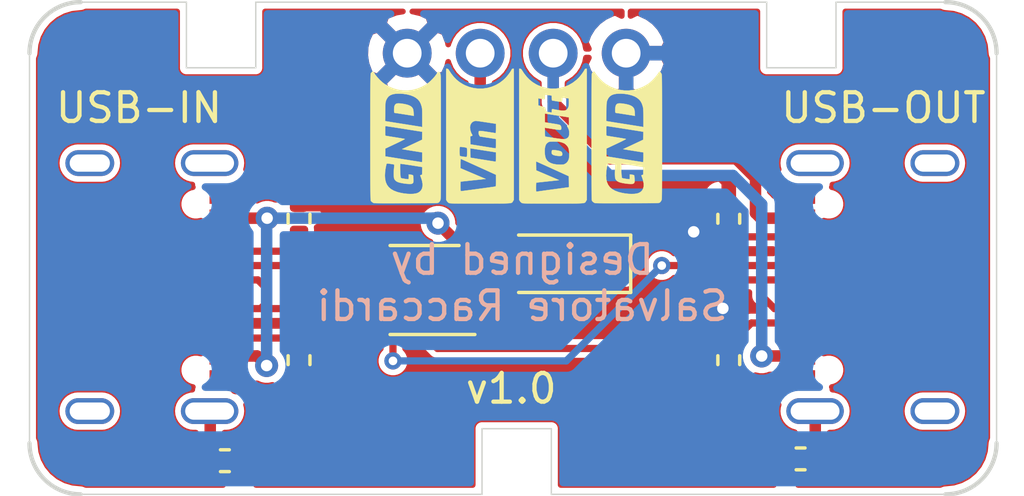
<source format=kicad_pcb>
(kicad_pcb (version 20171130) (host pcbnew "(5.1.10)-1")

  (general
    (thickness 1.6)
    (drawings 47)
    (tracks 97)
    (zones 0)
    (modules 15)
    (nets 17)
  )

  (page A4)
  (title_block
    (title Nordic-PPK2-USB_C-Adapter)
    (date 2021-10-02)
    (rev 1.0)
    (company "Designed by Salvatore Raccardi")
  )

  (layers
    (0 F.Cu signal)
    (31 B.Cu signal)
    (32 B.Adhes user)
    (33 F.Adhes user)
    (34 B.Paste user)
    (35 F.Paste user)
    (36 B.SilkS user)
    (37 F.SilkS user)
    (38 B.Mask user)
    (39 F.Mask user)
    (40 Dwgs.User user)
    (41 Cmts.User user)
    (42 Eco1.User user)
    (43 Eco2.User user)
    (44 Edge.Cuts user)
    (45 Margin user)
    (46 B.CrtYd user)
    (47 F.CrtYd user)
    (48 B.Fab user hide)
    (49 F.Fab user hide)
  )

  (setup
    (last_trace_width 0.25)
    (user_trace_width 0.4)
    (trace_clearance 0.2)
    (zone_clearance 0.2)
    (zone_45_only no)
    (trace_min 0.2)
    (via_size 0.8)
    (via_drill 0.4)
    (via_min_size 0.4)
    (via_min_drill 0.3)
    (user_via 0.6 0.3)
    (uvia_size 0.3)
    (uvia_drill 0.1)
    (uvias_allowed no)
    (uvia_min_size 0.2)
    (uvia_min_drill 0.1)
    (edge_width 0.05)
    (segment_width 0.2)
    (pcb_text_width 0.3)
    (pcb_text_size 1.5 1.5)
    (mod_edge_width 0.12)
    (mod_text_size 1 1)
    (mod_text_width 0.15)
    (pad_size 1.524 1.524)
    (pad_drill 0.762)
    (pad_to_mask_clearance 0)
    (aux_axis_origin 0 0)
    (visible_elements 7FFFFFFF)
    (pcbplotparams
      (layerselection 0x010f0_ffffffff)
      (usegerberextensions true)
      (usegerberattributes false)
      (usegerberadvancedattributes false)
      (creategerberjobfile false)
      (excludeedgelayer true)
      (linewidth 0.100000)
      (plotframeref false)
      (viasonmask false)
      (mode 1)
      (useauxorigin false)
      (hpglpennumber 1)
      (hpglpenspeed 20)
      (hpglpendiameter 15.000000)
      (psnegative false)
      (psa4output false)
      (plotreference true)
      (plotvalue true)
      (plotinvisibletext false)
      (padsonsilk false)
      (subtractmaskfromsilk false)
      (outputformat 1)
      (mirror false)
      (drillshape 0)
      (scaleselection 1)
      (outputdirectory "gerber/"))
  )

  (net 0 "")
  (net 1 GND)
  (net 2 "Net-(D1-Pad2)")
  (net 3 "Net-(D1-Pad3)")
  (net 4 "Net-(D1-Pad4)")
  (net 5 /VIN)
  (net 6 "Net-(J1-PadS1)")
  (net 7 "Net-(J1-PadB8)")
  (net 8 "Net-(J1-PadA5)")
  (net 9 "Net-(J1-PadA8)")
  (net 10 "Net-(J1-PadB5)")
  (net 11 /VOUT)
  (net 12 "Net-(J3-PadB5)")
  (net 13 "Net-(J3-PadA8)")
  (net 14 "Net-(J3-PadA5)")
  (net 15 "Net-(J3-PadB8)")
  (net 16 "Net-(J3-PadS1)")

  (net_class Default "This is the default net class."
    (clearance 0.2)
    (trace_width 0.25)
    (via_dia 0.8)
    (via_drill 0.4)
    (uvia_dia 0.3)
    (uvia_drill 0.1)
    (add_net /VIN)
    (add_net /VOUT)
    (add_net GND)
    (add_net "Net-(D1-Pad2)")
    (add_net "Net-(D1-Pad3)")
    (add_net "Net-(D1-Pad4)")
    (add_net "Net-(J1-PadA5)")
    (add_net "Net-(J1-PadA8)")
    (add_net "Net-(J1-PadB5)")
    (add_net "Net-(J1-PadB8)")
    (add_net "Net-(J1-PadS1)")
    (add_net "Net-(J3-PadA5)")
    (add_net "Net-(J3-PadA8)")
    (add_net "Net-(J3-PadB5)")
    (add_net "Net-(J3-PadB8)")
    (add_net "Net-(J3-PadS1)")
  )

  (module KicadLibrary:OBJEX_Vout (layer F.Cu) (tedit 0) (tstamp 6159F7E2)
    (at 124.1298 85.3186 90)
    (fp_text reference G*** (at 0 0 90) (layer F.SilkS) hide
      (effects (font (size 1.524 1.524) (thickness 0.3)))
    )
    (fp_text value LOGO (at 0.75 0 90) (layer F.SilkS) hide
      (effects (font (size 1.524 1.524) (thickness 0.3)))
    )
    (fp_poly (pts (xy 2.352261 -1.137733) (xy 2.345084 -1.107598) (xy 2.321891 -1.086538) (xy 2.186395 -0.997908)
      (xy 2.07051 -0.906578) (xy 1.971759 -0.809954) (xy 1.887667 -0.705444) (xy 1.815758 -0.590453)
      (xy 1.778347 -0.517285) (xy 1.718086 -0.3656) (xy 1.678829 -0.210121) (xy 1.660249 -0.052766)
      (xy 1.662014 0.104543) (xy 1.683797 0.259888) (xy 1.725266 0.411348) (xy 1.786093 0.557003)
      (xy 1.865947 0.694934) (xy 1.964501 0.82322) (xy 2.018329 0.880786) (xy 2.06112 0.92078)
      (xy 2.111949 0.963664) (xy 2.166542 1.006297) (xy 2.220626 1.045543) (xy 2.269928 1.078263)
      (xy 2.310176 1.101319) (xy 2.330319 1.109916) (xy 2.347858 1.124517) (xy 2.352261 1.149266)
      (xy 2.352261 1.181652) (xy 0.069022 1.181596) (xy -2.214217 1.181539) (xy -2.257367 1.15542)
      (xy -2.270967 1.147671) (xy -2.282999 1.140994) (xy -2.293559 1.134065) (xy -2.302744 1.125562)
      (xy -2.310648 1.114159) (xy -2.317369 1.098534) (xy -2.323003 1.077363) (xy -2.327646 1.049322)
      (xy -2.331394 1.013088) (xy -2.334344 0.967337) (xy -2.33659 0.910745) (xy -2.338231 0.84199)
      (xy -2.339361 0.759746) (xy -2.340077 0.662691) (xy -2.340475 0.549501) (xy -2.340652 0.418852)
      (xy -2.340703 0.269421) (xy -2.340725 0.099884) (xy -2.340755 0.007843) (xy -2.340819 -0.167871)
      (xy -2.340829 -0.32286) (xy -2.34076 -0.458483) (xy -2.340589 -0.573895) (xy -1.929168 -0.573895)
      (xy -1.929023 -0.56651) (xy -1.928884 -0.565978) (xy -1.92642 -0.551523) (xy -1.921317 -0.517333)
      (xy -1.913876 -0.465559) (xy -1.904398 -0.398358) (xy -1.893185 -0.317883) (xy -1.880537 -0.226287)
      (xy -1.866758 -0.125726) (xy -1.852146 -0.018352) (xy -1.848504 0.008528) (xy -1.773337 0.563708)
      (xy -1.389495 0.557696) (xy -1.246376 0.242957) (xy -0.987821 0.242957) (xy -0.987555 0.300593)
      (xy -0.985613 0.341846) (xy -0.981192 0.372402) (xy -0.973488 0.397946) (xy -0.962413 0.422713)
      (xy -0.923809 0.479403) (xy -0.869225 0.523439) (xy -0.802503 0.554473) (xy -0.758213 0.564558)
      (xy -0.698682 0.570232) (xy -0.630283 0.571618) (xy -0.559391 0.568838) (xy -0.492379 0.562018)
      (xy -0.435623 0.55128) (xy -0.42078 0.547072) (xy -0.373589 0.526741) (xy -0.329092 0.494585)
      (xy -0.303098 0.47019) (xy -0.271584 0.436221) (xy -0.249144 0.404196) (xy -0.239894 0.384714)
      (xy -0.097837 0.384714) (xy -0.095198 0.420233) (xy -0.08912 0.449519) (xy -0.079724 0.475148)
      (xy -0.076744 0.48155) (xy -0.048259 0.524062) (xy -0.009255 0.552533) (xy 0.043146 0.56824)
      (xy 0.111824 0.57246) (xy 0.127262 0.572057) (xy 0.180226 0.568371) (xy 0.221829 0.560248)
      (xy 0.262718 0.545102) (xy 0.288748 0.532848) (xy 0.324804 0.515435) (xy 0.352555 0.50268)
      (xy 0.366626 0.497039) (xy 0.36717 0.496957) (xy 0.37295 0.506462) (xy 0.379204 0.529396)
      (xy 0.379343 0.530087) (xy 0.385969 0.563218) (xy 0.524289 0.563218) (xy 0.576641 0.562957)
      (xy 0.619907 0.562245) (xy 0.649909 0.561188) (xy 0.662471 0.55989) (xy 0.662609 0.559734)
      (xy 0.664256 0.548163) (xy 0.668887 0.517736) (xy 0.676038 0.471416) (xy 0.685243 0.412163)
      (xy 0.696039 0.342938) (xy 0.707961 0.266701) (xy 0.720543 0.186415) (xy 0.733321 0.10504)
      (xy 0.74583 0.025537) (xy 0.757259 -0.046935) (xy 0.829102 -0.046935) (xy 0.837822 -0.038023)
      (xy 0.866242 -0.033682) (xy 0.889 -0.03313) (xy 0.927505 -0.030911) (xy 0.947424 -0.024562)
      (xy 0.949739 -0.020341) (xy 0.947729 -0.005282) (xy 0.942221 0.027063) (xy 0.933996 0.072313)
      (xy 0.923835 0.126088) (xy 0.920979 0.140893) (xy 0.905596 0.229974) (xy 0.897415 0.302484)
      (xy 0.89599 0.362575) (xy 0.896325 0.370647) (xy 0.899331 0.414032) (xy 0.904699 0.442698)
      (xy 0.915013 0.464013) (xy 0.932858 0.485344) (xy 0.938697 0.491436) (xy 0.97293 0.520529)
      (xy 1.012738 0.540816) (xy 1.062227 0.553381) (xy 1.125508 0.559309) (xy 1.197882 0.559862)
      (xy 1.319024 0.557696) (xy 1.332323 0.47487) (xy 1.341381 0.416681) (xy 1.346096 0.376813)
      (xy 1.345782 0.351804) (xy 1.339753 0.338192) (xy 1.327322 0.332516) (xy 1.307802 0.331313)
      (xy 1.303849 0.331305) (xy 1.267292 0.328499) (xy 1.235183 0.321633) (xy 1.232067 0.320534)
      (xy 1.218052 0.313001) (xy 1.208974 0.300867) (xy 1.204739 0.280999) (xy 1.205254 0.250263)
      (xy 1.210426 0.205527) (xy 1.220162 0.143656) (xy 1.225826 0.110435) (xy 1.234465 0.059829)
      (xy 1.241516 0.017386) (xy 1.246224 -0.012275) (xy 1.24784 -0.024383) (xy 1.258033 -0.028451)
      (xy 1.284991 -0.032216) (xy 1.323398 -0.034994) (xy 1.333434 -0.035427) (xy 1.418955 -0.038652)
      (xy 1.436309 -0.152045) (xy 1.443016 -0.199492) (xy 1.447452 -0.23827) (xy 1.449131 -0.26357)
      (xy 1.448339 -0.270762) (xy 1.435415 -0.273434) (xy 1.406605 -0.275345) (xy 1.36811 -0.276087)
      (xy 1.367551 -0.276087) (xy 1.32968 -0.276328) (xy 1.306235 -0.279754) (xy 1.294749 -0.290418)
      (xy 1.292755 -0.312375) (xy 1.297785 -0.349678) (xy 1.303254 -0.381732) (xy 1.310295 -0.42309)
      (xy 1.316592 -0.460152) (xy 1.319615 -0.47799) (xy 1.324809 -0.508719) (xy 1.20118 -0.505599)
      (xy 1.07755 -0.502478) (xy 1.04146 -0.386522) (xy 1.00537 -0.270565) (xy 0.930955 -0.248351)
      (xy 0.85654 -0.226136) (xy 0.843241 -0.143437) (xy 0.836704 -0.10171) (xy 0.831704 -0.067774)
      (xy 0.829199 -0.04817) (xy 0.829102 -0.046935) (xy 0.757259 -0.046935) (xy 0.757606 -0.049133)
      (xy 0.768183 -0.116009) (xy 0.777098 -0.17213) (xy 0.783886 -0.214535) (xy 0.788081 -0.240263)
      (xy 0.789019 -0.245717) (xy 0.794578 -0.276087) (xy 0.48818 -0.276087) (xy 0.476379 -0.207065)
      (xy 0.470627 -0.1724) (xy 0.462387 -0.121382) (xy 0.452533 -0.059485) (xy 0.441939 0.007812)
      (xy 0.435406 0.049696) (xy 0.423712 0.119918) (xy 0.412356 0.178743) (xy 0.402005 0.223132)
      (xy 0.39333 0.250046) (xy 0.390058 0.255752) (xy 0.360113 0.278402) (xy 0.322134 0.292219)
      (xy 0.282863 0.296441) (xy 0.249043 0.290307) (xy 0.228026 0.274064) (xy 0.224874 0.260504)
      (xy 0.225056 0.23373) (xy 0.228761 0.191804) (xy 0.236178 0.13279) (xy 0.247495 0.05475)
      (xy 0.252802 0.020064) (xy 0.263895 -0.051312) (xy 0.274184 -0.116881) (xy 0.28308 -0.172933)
      (xy 0.289992 -0.215755) (xy 0.29433 -0.241638) (xy 0.295074 -0.245717) (xy 0.300935 -0.276087)
      (xy 0.144946 -0.276087) (xy 0.07983 -0.275327) (xy 0.030803 -0.273143) (xy -0.00015 -0.269675)
      (xy -0.011043 -0.265063) (xy -0.011044 -0.265016) (xy -0.012718 -0.25149) (xy -0.017428 -0.219207)
      (xy -0.024709 -0.171217) (xy -0.034092 -0.11057) (xy -0.04511 -0.040317) (xy -0.055217 0.02345)
      (xy -0.071587 0.128779) (xy -0.083913 0.214994) (xy -0.092316 0.28467) (xy -0.096917 0.340385)
      (xy -0.097837 0.384714) (xy -0.239894 0.384714) (xy -0.231023 0.366031) (xy -0.214311 0.319255)
      (xy -0.202331 0.281271) (xy -0.193901 0.248201) (xy -0.188382 0.214682) (xy -0.185138 0.175349)
      (xy -0.183529 0.124837) (xy -0.182917 0.057783) (xy -0.182907 0.055218) (xy -0.182789 -0.01005)
      (xy -0.18342 -0.057485) (xy -0.185364 -0.091342) (xy -0.189186 -0.115875) (xy -0.195449 -0.135337)
      (xy -0.204719 -0.153983) (xy -0.212431 -0.167352) (xy -0.245686 -0.209781) (xy -0.290676 -0.241369)
      (xy -0.350601 -0.26377) (xy -0.427326 -0.278461) (xy -0.500852 -0.283516) (xy -0.580794 -0.281079)
      (xy -0.659649 -0.271934) (xy -0.729916 -0.256866) (xy -0.77177 -0.242451) (xy -0.83707 -0.202516)
      (xy -0.891118 -0.144157) (xy -0.933564 -0.068159) (xy -0.964059 0.024696) (xy -0.982256 0.133622)
      (xy -0.987821 0.242957) (xy -1.246376 0.242957) (xy -1.130965 -0.010845) (xy -1.083272 -0.115783)
      (xy -1.038429 -0.214561) (xy -0.997249 -0.305376) (xy -0.960549 -0.386426) (xy -0.929143 -0.455907)
      (xy -0.903846 -0.512017) (xy -0.885474 -0.552953) (xy -0.874841 -0.576912) (xy -0.872435 -0.582648)
      (xy -0.882822 -0.583609) (xy -0.911368 -0.584033) (xy -0.954154 -0.583913) (xy -1.007259 -0.583245)
      (xy -1.02935 -0.582846) (xy -1.186265 -0.579782) (xy -1.326985 -0.248478) (xy -1.362529 -0.164905)
      (xy -1.396655 -0.084869) (xy -1.428052 -0.011434) (xy -1.455406 0.052336) (xy -1.477403 0.103377)
      (xy -1.492732 0.138625) (xy -1.497358 0.149087) (xy -1.527012 0.215348) (xy -1.56907 -0.171174)
      (xy -1.578879 -0.261552) (xy -1.587912 -0.345206) (xy -1.595891 -0.41954) (xy -1.602539 -0.481957)
      (xy -1.607581 -0.529861) (xy -1.610739 -0.560656) (xy -1.611738 -0.5715) (xy -1.61782 -0.577224)
      (xy -1.637085 -0.581256) (xy -1.671939 -0.583803) (xy -1.724787 -0.585069) (xy -1.773223 -0.585304)
      (xy -1.835883 -0.585111) (xy -1.879633 -0.584267) (xy -1.907648 -0.582379) (xy -1.923101 -0.579053)
      (xy -1.929168 -0.573895) (xy -2.340589 -0.573895) (xy -2.340585 -0.576103) (xy -2.34028 -0.677079)
      (xy -2.339819 -0.762774) (xy -2.339175 -0.834548) (xy -2.338324 -0.893762) (xy -2.33724 -0.941778)
      (xy -2.335896 -0.979956) (xy -2.334268 -1.009657) (xy -2.332331 -1.032242) (xy -2.330057 -1.049073)
      (xy -2.327422 -1.06151) (xy -2.3244 -1.070915) (xy -2.320965 -1.078647) (xy -2.32027 -1.080026)
      (xy -2.293045 -1.11633) (xy -2.255698 -1.145604) (xy -2.255267 -1.145847) (xy -2.21121 -1.170608)
      (xy 2.352261 -1.170608) (xy 2.352261 -1.137733)) (layer F.SilkS) (width 0.01))
    (fp_poly (pts (xy -0.543266 -0.041063) (xy -0.511157 -0.034529) (xy -0.488492 -0.024645) (xy -0.484145 -0.020528)
      (xy -0.479432 0.000061) (xy -0.479281 0.037447) (xy -0.483288 0.086907) (xy -0.491045 0.143717)
      (xy -0.502146 0.203153) (xy -0.504176 0.212459) (xy -0.517581 0.260898) (xy -0.53331 0.292522)
      (xy -0.548998 0.309089) (xy -0.585865 0.326475) (xy -0.628424 0.33011) (xy -0.66537 0.319376)
      (xy -0.67708 0.30098) (xy -0.683504 0.26523) (xy -0.684591 0.216226) (xy -0.680295 0.158071)
      (xy -0.670566 0.094866) (xy -0.668142 0.082826) (xy -0.651638 0.024178) (xy -0.629633 -0.014785)
      (xy -0.599961 -0.036213) (xy -0.560456 -0.042256) (xy -0.543266 -0.041063)) (layer F.SilkS) (width 0.01))
  )

  (module KicadLibrary:OBJEX_Vin (layer F.Cu) (tedit 0) (tstamp 6159F4C7)
    (at 121.5898 85.3186 90)
    (fp_text reference G*** (at 0 0 90) (layer F.SilkS) hide
      (effects (font (size 1.524 1.524) (thickness 0.3)))
    )
    (fp_text value LOGO (at 0.75 0 90) (layer F.SilkS) hide
      (effects (font (size 1.524 1.524) (thickness 0.3)))
    )
    (fp_poly (pts (xy 2.352261 -1.137733) (xy 2.345084 -1.107598) (xy 2.321891 -1.086538) (xy 2.186395 -0.997908)
      (xy 2.07051 -0.906578) (xy 1.971759 -0.809954) (xy 1.887667 -0.705444) (xy 1.815758 -0.590453)
      (xy 1.778347 -0.517285) (xy 1.718086 -0.3656) (xy 1.678829 -0.210121) (xy 1.660249 -0.052766)
      (xy 1.662014 0.104543) (xy 1.683797 0.259888) (xy 1.725266 0.411348) (xy 1.786093 0.557003)
      (xy 1.865947 0.694934) (xy 1.964501 0.82322) (xy 2.018329 0.880786) (xy 2.06112 0.92078)
      (xy 2.111949 0.963664) (xy 2.166542 1.006297) (xy 2.220626 1.045543) (xy 2.269928 1.078263)
      (xy 2.310176 1.101319) (xy 2.330319 1.109916) (xy 2.347858 1.124517) (xy 2.352261 1.149266)
      (xy 2.352261 1.181652) (xy 0.069022 1.181596) (xy -2.214217 1.181539) (xy -2.257367 1.15542)
      (xy -2.270967 1.147671) (xy -2.282999 1.140994) (xy -2.293559 1.134065) (xy -2.302744 1.125562)
      (xy -2.310648 1.114159) (xy -2.317369 1.098534) (xy -2.323003 1.077363) (xy -2.327646 1.049322)
      (xy -2.331394 1.013088) (xy -2.334344 0.967337) (xy -2.33659 0.910745) (xy -2.338231 0.84199)
      (xy -2.339361 0.759746) (xy -2.340077 0.662691) (xy -2.340475 0.549501) (xy -2.340652 0.418852)
      (xy -2.340703 0.269421) (xy -2.340725 0.099884) (xy -2.340755 0.007843) (xy -2.340819 -0.167871)
      (xy -2.340829 -0.32286) (xy -2.34076 -0.458483) (xy -2.340585 -0.576103) (xy -2.340365 -0.649111)
      (xy -1.910522 -0.649111) (xy -1.909064 -0.634018) (xy -1.904915 -0.599556) (xy -1.898415 -0.548236)
      (xy -1.889904 -0.482566) (xy -1.87972 -0.405056) (xy -1.868203 -0.318217) (xy -1.855693 -0.224557)
      (xy -1.842528 -0.126586) (xy -1.829048 -0.026814) (xy -1.815593 0.072249) (xy -1.802502 0.168094)
      (xy -1.790113 0.258211) (xy -1.778767 0.34009) (xy -1.768803 0.411223) (xy -1.76056 0.469099)
      (xy -1.754378 0.511208) (xy -1.750595 0.535041) (xy -1.749953 0.53837) (xy -1.747432 0.547131)
      (xy -1.742285 0.553545) (xy -1.731449 0.557978) (xy -1.711864 0.560795) (xy -1.680468 0.562362)
      (xy -1.634199 0.563046) (xy -1.569997 0.563214) (xy -1.542179 0.563218) (xy -1.339909 0.563218)
      (xy -1.331117 0.543892) (xy -0.882667 0.543892) (xy -0.881214 0.551399) (xy -0.873959 0.556677)
      (xy -0.857662 0.560112) (xy -0.82908 0.56209) (xy -0.784974 0.562996) (xy -0.722101 0.563218)
      (xy -0.557198 0.563218) (xy -0.554169 0.543892) (xy -0.418841 0.543892) (xy -0.41739 0.551392)
      (xy -0.410143 0.556668) (xy -0.393863 0.560104) (xy -0.365311 0.562084) (xy -0.32125 0.562994)
      (xy -0.258442 0.563217) (xy -0.256178 0.563218) (xy -0.092705 0.563218) (xy -0.049113 0.284786)
      (xy -0.005522 0.006355) (xy 0.032003 -0.018909) (xy 0.074652 -0.037636) (xy 0.123627 -0.044604)
      (xy 0.167914 -0.038334) (xy 0.170271 -0.03747) (xy 0.178834 -0.030895) (xy 0.1843 -0.017428)
      (xy 0.18653 0.005134) (xy 0.185385 0.038993) (xy 0.18073 0.086353) (xy 0.172425 0.149415)
      (xy 0.160332 0.230383) (xy 0.149025 0.302118) (xy 0.1378 0.37276) (xy 0.127859 0.436137)
      (xy 0.119705 0.488977) (xy 0.113842 0.528006) (xy 0.110771 0.54995) (xy 0.110435 0.553357)
      (xy 0.120836 0.556812) (xy 0.149478 0.559738) (xy 0.192516 0.561903) (xy 0.246105 0.563076)
      (xy 0.273713 0.563218) (xy 0.436991 0.563218) (xy 0.484064 0.251239) (xy 0.499524 0.148789)
      (xy 0.511972 0.065818) (xy 0.521651 -0.000039) (xy 0.528801 -0.051148) (xy 0.533667 -0.089876)
      (xy 0.53649 -0.118589) (xy 0.537512 -0.139652) (xy 0.536976 -0.155432) (xy 0.535124 -0.168295)
      (xy 0.532198 -0.180607) (xy 0.52937 -0.191188) (xy 0.503495 -0.248134) (xy 0.460719 -0.29335)
      (xy 0.403963 -0.324845) (xy 0.336145 -0.340635) (xy 0.30762 -0.342105) (xy 0.251719 -0.337207)
      (xy 0.189162 -0.323791) (xy 0.128897 -0.304354) (xy 0.079871 -0.28139) (xy 0.071783 -0.276314)
      (xy 0.044523 -0.259487) (xy 0.028922 -0.257245) (xy 0.018681 -0.271313) (xy 0.010937 -0.292975)
      (xy -0.001926 -0.33195) (xy -0.141767 -0.328866) (xy -0.281609 -0.325782) (xy -0.349819 0.099392)
      (xy -0.364973 0.194207) (xy -0.378999 0.282648) (xy -0.391511 0.362233) (xy -0.402123 0.430483)
      (xy -0.410452 0.484915) (xy -0.416112 0.523048) (xy -0.418716 0.542403) (xy -0.418841 0.543892)
      (xy -0.554169 0.543892) (xy -0.49272 0.151848) (xy -0.477961 0.057704) (xy -0.464083 -0.030786)
      (xy -0.451503 -0.110957) (xy -0.440641 -0.180142) (xy -0.431916 -0.235676) (xy -0.425745 -0.274893)
      (xy -0.422547 -0.295127) (xy -0.422453 -0.295717) (xy -0.416664 -0.331912) (xy -0.581049 -0.328847)
      (xy -0.745435 -0.325782) (xy -0.813645 0.099392) (xy -0.828799 0.194207) (xy -0.842825 0.282648)
      (xy -0.855337 0.362233) (xy -0.86595 0.430483) (xy -0.874278 0.484915) (xy -0.879938 0.523048)
      (xy -0.882542 0.542403) (xy -0.882667 0.543892) (xy -1.331117 0.543892) (xy -1.061998 -0.047648)
      (xy -1.012464 -0.156649) (xy -0.965754 -0.259668) (xy -0.922659 -0.354952) (xy -0.883964 -0.440746)
      (xy -0.868277 -0.475652) (xy -0.718399 -0.475652) (xy -0.715832 -0.456654) (xy -0.715143 -0.455543)
      (xy -0.701772 -0.449248) (xy -0.672163 -0.444961) (xy -0.624381 -0.442514) (xy -0.556732 -0.441739)
      (xy -0.496383 -0.442032) (xy -0.45442 -0.443226) (xy -0.427143 -0.445788) (xy -0.410856 -0.450188)
      (xy -0.401861 -0.456896) (xy -0.398653 -0.461794) (xy -0.391416 -0.483722) (xy -0.383784 -0.519988)
      (xy -0.376622 -0.564165) (xy -0.370793 -0.609823) (xy -0.367163 -0.650531) (xy -0.366596 -0.679861)
      (xy -0.368068 -0.689278) (xy -0.373916 -0.696491) (xy -0.387257 -0.701457) (xy -0.411536 -0.704565)
      (xy -0.450198 -0.706205) (xy -0.506687 -0.706765) (xy -0.522867 -0.706782) (xy -0.590913 -0.706006)
      (xy -0.638852 -0.703564) (xy -0.668615 -0.699289) (xy -0.68213 -0.693015) (xy -0.68216 -0.692978)
      (xy -0.690222 -0.674152) (xy -0.698575 -0.640448) (xy -0.706395 -0.597807) (xy -0.712855 -0.552168)
      (xy -0.717132 -0.509469) (xy -0.718399 -0.475652) (xy -0.868277 -0.475652) (xy -0.850459 -0.515297)
      (xy -0.822932 -0.576851) (xy -0.802171 -0.623655) (xy -0.788963 -0.653954) (xy -0.784097 -0.665995)
      (xy -0.784087 -0.666083) (xy -0.794492 -0.668726) (xy -0.823151 -0.670966) (xy -0.866235 -0.672629)
      (xy -0.919913 -0.673536) (xy -0.948576 -0.673652) (xy -1.113065 -0.673652) (xy -1.262163 -0.323022)
      (xy -1.299144 -0.236013) (xy -1.335011 -0.151551) (xy -1.368425 -0.072789) (xy -1.398049 -0.002886)
      (xy -1.422544 0.055003) (xy -1.440574 0.097722) (xy -1.448033 0.115478) (xy -1.484804 0.203347)
      (xy -1.531281 -0.232392) (xy -1.541482 -0.327928) (xy -1.550944 -0.416362) (xy -1.559416 -0.495341)
      (xy -1.566643 -0.562511) (xy -1.572372 -0.615517) (xy -1.576349 -0.652007) (xy -1.578322 -0.669626)
      (xy -1.578487 -0.670891) (xy -1.589159 -0.671852) (xy -1.618077 -0.672668) (xy -1.661402 -0.673274)
      (xy -1.715294 -0.673608) (xy -1.74487 -0.673652) (xy -1.808461 -0.673552) (xy -1.853258 -0.672927)
      (xy -1.882552 -0.67129) (xy -1.899634 -0.668152) (xy -1.907797 -0.663027) (xy -1.910332 -0.655426)
      (xy -1.910522 -0.649111) (xy -2.340365 -0.649111) (xy -2.34028 -0.677079) (xy -2.339819 -0.762774)
      (xy -2.339175 -0.834548) (xy -2.338324 -0.893762) (xy -2.33724 -0.941778) (xy -2.335896 -0.979956)
      (xy -2.334268 -1.009657) (xy -2.332331 -1.032242) (xy -2.330057 -1.049073) (xy -2.327422 -1.06151)
      (xy -2.3244 -1.070915) (xy -2.320965 -1.078647) (xy -2.32027 -1.080026) (xy -2.293045 -1.11633)
      (xy -2.255698 -1.145604) (xy -2.255267 -1.145847) (xy -2.21121 -1.170608) (xy 2.352261 -1.170608)
      (xy 2.352261 -1.137733)) (layer F.SilkS) (width 0.01))
  )

  (module KicadLibrary:OBJEX_GND (layer F.Cu) (tedit 0) (tstamp 6159E1FB)
    (at 126.6952 85.344 90)
    (fp_text reference G*** (at 0 0 90) (layer F.SilkS) hide
      (effects (font (size 1.524 1.524) (thickness 0.3)))
    )
    (fp_text value LOGO (at 0.75 0 90) (layer F.SilkS) hide
      (effects (font (size 1.524 1.524) (thickness 0.3)))
    )
    (fp_poly (pts (xy 0.26465 -1.218043) (xy 0.507188 -1.218028) (xy 0.728594 -1.217991) (xy 0.929847 -1.217922)
      (xy 1.111927 -1.217809) (xy 1.275813 -1.217645) (xy 1.422485 -1.217417) (xy 1.552922 -1.217116)
      (xy 1.668104 -1.216732) (xy 1.769009 -1.216255) (xy 1.856618 -1.215675) (xy 1.93191 -1.214981)
      (xy 1.995864 -1.214163) (xy 2.04946 -1.213211) (xy 2.093676 -1.212115) (xy 2.129494 -1.210866)
      (xy 2.157891 -1.209452) (xy 2.179848 -1.207863) (xy 2.196343 -1.20609) (xy 2.208357 -1.204122)
      (xy 2.216868 -1.20195) (xy 2.222857 -1.199562) (xy 2.227302 -1.19695) (xy 2.230055 -1.194955)
      (xy 2.256376 -1.171501) (xy 2.274965 -1.14923) (xy 2.282966 -1.129912) (xy 2.273189 -1.117103)
      (xy 2.269211 -1.114593) (xy 2.175623 -1.051675) (xy 2.080902 -0.975702) (xy 1.990685 -0.89192)
      (xy 1.910608 -0.805578) (xy 1.846307 -0.721923) (xy 1.844358 -0.719028) (xy 1.756245 -0.56759)
      (xy 1.689822 -0.409939) (xy 1.645088 -0.247783) (xy 1.622045 -0.082829) (xy 1.620691 0.083214)
      (xy 1.641027 0.248638) (xy 1.683053 0.411735) (xy 1.746769 0.570799) (xy 1.832175 0.72412)
      (xy 1.844358 0.74277) (xy 1.89763 0.813539) (xy 1.965193 0.889122) (xy 2.04094 0.963509)
      (xy 2.118761 1.030694) (xy 2.190705 1.083464) (xy 2.233897 1.112336) (xy 2.260427 1.13221)
      (xy 2.273287 1.146214) (xy 2.275465 1.157477) (xy 2.270993 1.167486) (xy 2.252212 1.186279)
      (xy 2.221841 1.206486) (xy 2.210196 1.21259) (xy 2.204155 1.215352) (xy 2.19725 1.217882)
      (xy 2.188485 1.220188) (xy 2.176866 1.222283) (xy 2.161398 1.224175) (xy 2.141085 1.225875)
      (xy 2.114933 1.227394) (xy 2.081946 1.228741) (xy 2.041129 1.229928) (xy 1.991488 1.230963)
      (xy 1.932028 1.231858) (xy 1.861752 1.232622) (xy 1.779667 1.233266) (xy 1.684778 1.233801)
      (xy 1.576088 1.234235) (xy 1.452604 1.234581) (xy 1.31333 1.234847) (xy 1.157271 1.235044)
      (xy 0.983432 1.235182) (xy 0.790819 1.235272) (xy 0.578435 1.235324) (xy 0.345287 1.235348)
      (xy 0.090378 1.235354) (xy -0.000758 1.235354) (xy -0.263182 1.23535) (xy -0.503509 1.235335)
      (xy -0.722735 1.235296) (xy -0.921855 1.235224) (xy -1.101862 1.235109) (xy -1.263751 1.234939)
      (xy -1.408518 1.234705) (xy -1.537157 1.234395) (xy -1.650662 1.234) (xy -1.750029 1.233509)
      (xy -1.836252 1.23291) (xy -1.910326 1.232195) (xy -1.973245 1.231351) (xy -2.026005 1.230369)
      (xy -2.069599 1.229239) (xy -2.105023 1.227949) (xy -2.133271 1.226489) (xy -2.155339 1.224849)
      (xy -2.172219 1.223018) (xy -2.184909 1.220985) (xy -2.194401 1.218741) (xy -2.201691 1.216274)
      (xy -2.207774 1.213574) (xy -2.210954 1.211992) (xy -2.245764 1.189806) (xy -2.274891 1.163686)
      (xy -2.280227 1.15716) (xy -2.284079 1.151459) (xy -2.287482 1.144566) (xy -2.290469 1.13508)
      (xy -2.293072 1.1216) (xy -2.295323 1.102725) (xy -2.297253 1.077054) (xy -2.298896 1.043186)
      (xy -2.300283 0.999721) (xy -2.301447 0.945258) (xy -2.302419 0.878395) (xy -2.303233 0.797732)
      (xy -2.30392 0.701867) (xy -2.304512 0.5894) (xy -2.305042 0.458931) (xy -2.305541 0.309057)
      (xy -2.305943 0.172168) (xy -1.983147 0.172168) (xy -1.980102 0.270088) (xy -1.969179 0.354776)
      (xy -1.952425 0.416107) (xy -1.914453 0.487789) (xy -1.861856 0.542127) (xy -1.795588 0.57882)
      (xy -1.716598 0.597573) (xy -1.625838 0.598085) (xy -1.524261 0.580059) (xy -1.475069 0.565753)
      (xy -1.427072 0.549665) (xy -1.386268 0.534974) (xy -1.358476 0.523825) (xy -1.350818 0.519962)
      (xy -1.33721 0.516938) (xy -1.326421 0.531427) (xy -1.320944 0.545913) (xy -1.308389 0.583045)
      (xy -1.176471 0.586274) (xy -1.044554 0.589503) (xy -1.043084 0.580159) (xy -0.876991 0.580159)
      (xy -0.866283 0.583187) (xy -0.836484 0.585753) (xy -0.791592 0.587654) (xy -0.735605 0.588689)
      (xy -0.70616 0.588818) (xy -0.534866 0.588818) (xy 0.345924 0.588818) (xy 0.661797 0.588818)
      (xy 0.758841 0.588647) (xy 0.836189 0.588005) (xy 0.897233 0.5867) (xy 0.945366 0.584539)
      (xy 0.983981 0.581328) (xy 1.016471 0.576875) (xy 1.046229 0.570986) (xy 1.068 0.565716)
      (xy 1.164553 0.534079) (xy 1.243918 0.49164) (xy 1.31069 0.435256) (xy 1.369466 0.361785)
      (xy 1.372276 0.357609) (xy 1.418351 0.272947) (xy 1.456569 0.170577) (xy 1.485879 0.054855)
      (xy 1.505228 -0.06986) (xy 1.513565 -0.199213) (xy 1.513816 -0.228693) (xy 1.508419 -0.341933)
      (xy 1.492046 -0.436276) (xy 1.463631 -0.513681) (xy 1.422109 -0.576108) (xy 1.366416 -0.625514)
      (xy 1.295485 -0.663859) (xy 1.272191 -0.673087) (xy 1.250946 -0.680325) (xy 1.228766 -0.68606)
      (xy 1.20258 -0.690518) (xy 1.169316 -0.693925) (xy 1.125904 -0.696507) (xy 1.069273 -0.69849)
      (xy 0.996351 -0.700102) (xy 0.904067 -0.701569) (xy 0.88149 -0.701885) (xy 0.55648 -0.70638)
      (xy 0.549731 -0.673576) (xy 0.546663 -0.656027) (xy 0.540387 -0.617951) (xy 0.531268 -0.561635)
      (xy 0.519672 -0.489364) (xy 0.505963 -0.403425) (xy 0.490508 -0.306105) (xy 0.473671 -0.199689)
      (xy 0.455819 -0.086463) (xy 0.45039 -0.051955) (xy 0.432345 0.062574) (xy 0.415233 0.170748)
      (xy 0.399417 0.270314) (xy 0.385256 0.359019) (xy 0.373112 0.434612) (xy 0.363345 0.49484)
      (xy 0.356317 0.537451) (xy 0.352389 0.560193) (xy 0.35186 0.562841) (xy 0.345924 0.588818)
      (xy -0.534866 0.588818) (xy -0.502512 0.383886) (xy -0.489765 0.303583) (xy -0.476035 0.217838)
      (xy -0.462618 0.134691) (xy -0.450809 0.062182) (xy -0.445784 0.031651) (xy -0.421409 -0.115652)
      (xy -0.257259 0.233697) (xy -0.093108 0.583045) (xy 0.04581 0.586287) (xy 0.099362 0.587194)
      (xy 0.143333 0.587286) (xy 0.173269 0.586602) (xy 0.184716 0.585177) (xy 0.184728 0.585121)
      (xy 0.186492 0.573217) (xy 0.191562 0.540607) (xy 0.199608 0.489387) (xy 0.210297 0.421654)
      (xy 0.223299 0.339505) (xy 0.23828 0.245035) (xy 0.254911 0.140341) (xy 0.272858 0.027519)
      (xy 0.282864 -0.035314) (xy 0.301449 -0.152458) (xy 0.318884 -0.263279) (xy 0.334833 -0.365581)
      (xy 0.348961 -0.457167) (xy 0.360932 -0.535841) (xy 0.37041 -0.599406) (xy 0.377061 -0.645666)
      (xy 0.380548 -0.672425) (xy 0.381 -0.677807) (xy 0.38037 -0.688145) (xy 0.376137 -0.695365)
      (xy 0.364787 -0.700026) (xy 0.342805 -0.702688) (xy 0.306679 -0.703912) (xy 0.252892 -0.704256)
      (xy 0.214843 -0.704273) (xy 0.149875 -0.704144) (xy 0.104355 -0.70339) (xy 0.074641 -0.701462)
      (xy 0.05709 -0.697809) (xy 0.04806 -0.691883) (xy 0.043908 -0.683133) (xy 0.0427 -0.678296)
      (xy 0.039378 -0.660305) (xy 0.03305 -0.622752) (xy 0.024241 -0.568891) (xy 0.01348 -0.50198)
      (xy 0.001293 -0.425273) (xy -0.01179 -0.342026) (xy -0.012015 -0.340591) (xy -0.025104 -0.25834)
      (xy -0.037446 -0.183575) (xy -0.048504 -0.119333) (xy -0.057741 -0.068651) (xy -0.064618 -0.034567)
      (xy -0.068601 -0.020115) (xy -0.068719 -0.019957) (xy -0.075337 -0.02784) (xy -0.090446 -0.054316)
      (xy -0.112848 -0.097021) (xy -0.141346 -0.153586) (xy -0.174741 -0.221648) (xy -0.211834 -0.29884)
      (xy -0.238294 -0.354775) (xy -0.399892 -0.6985) (xy -0.673811 -0.6985) (xy -0.77517 -0.0635)
      (xy -0.794033 0.054779) (xy -0.811773 0.166205) (xy -0.828059 0.268695) (xy -0.842562 0.360168)
      (xy -0.854953 0.438541) (xy -0.864903 0.50173) (xy -0.872081 0.547655) (xy -0.876159 0.574231)
      (xy -0.876991 0.580159) (xy -1.043084 0.580159) (xy -0.985045 0.211293) (xy -0.970967 0.120541)
      (xy -0.958405 0.037075) (xy -0.94774 -0.036372) (xy -0.939354 -0.097069) (xy -0.933627 -0.142281)
      (xy -0.930942 -0.169276) (xy -0.931041 -0.175823) (xy -0.945284 -0.180455) (xy -0.978337 -0.183333)
      (xy -1.026 -0.184614) (xy -1.084069 -0.184454) (xy -1.148345 -0.183013) (xy -1.214625 -0.180447)
      (xy -1.278708 -0.176914) (xy -1.336393 -0.172571) (xy -1.383478 -0.167576) (xy -1.415761 -0.162086)
      (xy -1.428401 -0.157175) (xy -1.433494 -0.142911) (xy -1.440447 -0.111696) (xy -1.448343 -0.069322)
      (xy -1.456261 -0.021582) (xy -1.463284 0.02573) (xy -1.468492 0.06682) (xy -1.470966 0.095896)
      (xy -1.470265 0.106788) (xy -1.456896 0.111072) (xy -1.426778 0.11417) (xy -1.386252 0.115449)
      (xy -1.383442 0.115454) (xy -1.301975 0.115454) (xy -1.310007 0.181841) (xy -1.316665 0.220568)
      (xy -1.325399 0.250717) (xy -1.331732 0.262436) (xy -1.350883 0.269988) (xy -1.390555 0.275717)
      (xy -1.448231 0.27929) (xy -1.463131 0.279755) (xy -1.517074 0.280792) (xy -1.55315 0.279934)
      (xy -1.576558 0.27634) (xy -1.592496 0.269172) (xy -1.606163 0.257592) (xy -1.607259 0.256505)
      (xy -1.620196 0.241198) (xy -1.628025 0.223069) (xy -1.631935 0.196265) (xy -1.633117 0.154932)
      (xy -1.633073 0.129505) (xy -1.629412 0.055783) (xy -1.620096 -0.027253) (xy -1.60642 -0.111753)
      (xy -1.589679 -0.189869) (xy -1.571167 -0.253754) (xy -1.568725 -0.260531) (xy -1.535024 -0.324073)
      (xy -1.488274 -0.369347) (xy -1.444345 -0.390975) (xy -1.411004 -0.397435) (xy -1.359952 -0.401609)
      (xy -1.296453 -0.40347) (xy -1.225778 -0.402997) (xy -1.153191 -0.400164) (xy -1.083962 -0.394948)
      (xy -1.062887 -0.392715) (xy -1.01799 -0.388251) (xy -0.982564 -0.38604) (xy -0.962282 -0.386383)
      (xy -0.959759 -0.38721) (xy -0.954724 -0.401423) (xy -0.948109 -0.432318) (xy -0.94075 -0.474181)
      (xy -0.933481 -0.521296) (xy -0.927138 -0.567951) (xy -0.922555 -0.60843) (xy -0.920568 -0.637018)
      (xy -0.92167 -0.647842) (xy -0.940332 -0.656388) (xy -0.977013 -0.66671) (xy -1.026806 -0.677805)
      (xy -1.084808 -0.68867) (xy -1.146113 -0.698303) (xy -1.20359 -0.705468) (xy -1.342863 -0.713307)
      (xy -1.465799 -0.705244) (xy -1.573331 -0.680707) (xy -1.666393 -0.639119) (xy -1.745918 -0.579907)
      (xy -1.812841 -0.502495) (xy -1.868096 -0.406309) (xy -1.912616 -0.290774) (xy -1.920635 -0.264187)
      (xy -1.947057 -0.157161) (xy -1.96642 -0.045838) (xy -1.978518 0.065399) (xy -1.983147 0.172168)
      (xy -2.305943 0.172168) (xy -2.306043 0.138378) (xy -2.306375 0.019194) (xy -2.306879 -0.165277)
      (xy -2.307292 -0.328071) (xy -2.307587 -0.470603) (xy -2.307739 -0.594286) (xy -2.307722 -0.700535)
      (xy -2.307511 -0.790763) (xy -2.307079 -0.866385) (xy -2.306401 -0.928815) (xy -2.30545 -0.979467)
      (xy -2.304201 -1.019754) (xy -2.302629 -1.051092) (xy -2.300706 -1.074894) (xy -2.298409 -1.092574)
      (xy -2.295709 -1.105547) (xy -2.292583 -1.115226) (xy -2.289003 -1.123025) (xy -2.285389 -1.129579)
      (xy -2.261864 -1.16315) (xy -2.234917 -1.191334) (xy -2.230377 -1.194955) (xy -2.226394 -1.197733)
      (xy -2.221563 -1.200279) (xy -2.214907 -1.202603) (xy -2.205444 -1.204715) (xy -2.192196 -1.206625)
      (xy -2.174183 -1.208344) (xy -2.150426 -1.20988) (xy -2.119944 -1.211246) (xy -2.081758 -1.212449)
      (xy -2.034889 -1.213502) (xy -1.978357 -1.214414) (xy -1.911183 -1.215195) (xy -1.832386 -1.215855)
      (xy -1.740988 -1.216404) (xy -1.636009 -1.216853) (xy -1.516469 -1.217212) (xy -1.381388 -1.21749)
      (xy -1.229788 -1.217699) (xy -1.060688 -1.217847) (xy -0.873109 -1.217946) (xy -0.666071 -1.218005)
      (xy -0.438595 -1.218034) (xy -0.189702 -1.218045) (xy 0 -1.218046) (xy 0.26465 -1.218043)) (layer F.SilkS) (width 0.01))
    (fp_poly (pts (xy 0.967407 -0.392689) (xy 1.01446 -0.389812) (xy 1.056823 -0.38446) (xy 1.088973 -0.376698)
      (xy 1.09312 -0.375105) (xy 1.12966 -0.355157) (xy 1.154488 -0.328697) (xy 1.168707 -0.292198)
      (xy 1.173424 -0.242131) (xy 1.169742 -0.174969) (xy 1.16611 -0.142068) (xy 1.147937 -0.024153)
      (xy 1.124424 0.072322) (xy 1.095119 0.148486) (xy 1.059572 0.205466) (xy 1.017331 0.244389)
      (xy 1.009697 0.249148) (xy 0.979762 0.264312) (xy 0.947546 0.274388) (xy 0.90615 0.280928)
      (xy 0.848674 0.28548) (xy 0.847611 0.285543) (xy 0.736295 0.292185) (xy 0.743376 0.25866)
      (xy 0.747397 0.236707) (xy 0.754103 0.196861) (xy 0.76292 0.142796) (xy 0.773274 0.078184)
      (xy 0.784594 0.006697) (xy 0.796306 -0.067992) (xy 0.807837 -0.14221) (xy 0.818613 -0.212284)
      (xy 0.828063 -0.274543) (xy 0.835612 -0.325313) (xy 0.840688 -0.360922) (xy 0.842718 -0.377698)
      (xy 0.842731 -0.378114) (xy 0.853326 -0.385803) (xy 0.881318 -0.39075) (xy 0.921185 -0.393023)
      (xy 0.967407 -0.392689)) (layer F.SilkS) (width 0.01))
  )

  (module Connector_PinHeader_2.54mm:PinHeader_1x04_P2.54mm_Vertical (layer F.Cu) (tedit 61597846) (tstamp 61588952)
    (at 119.0625 82.423 90)
    (descr "Through hole straight pin header, 1x04, 2.54mm pitch, single row")
    (tags "Through hole pin header THT 1x04 2.54mm single row")
    (path /615B54AF)
    (fp_text reference J2 (at 0 -2.33 90) (layer F.Fab)
      (effects (font (size 1 1) (thickness 0.15)))
    )
    (fp_text value Conn_01x04 (at 0 9.95 90) (layer F.Fab)
      (effects (font (size 1 1) (thickness 0.15)))
    )
    (fp_line (start 1.8 -1.8) (end -1.8 -1.8) (layer F.CrtYd) (width 0.05))
    (fp_line (start 1.8 9.4) (end 1.8 -1.8) (layer F.CrtYd) (width 0.05))
    (fp_line (start -1.8 9.4) (end 1.8 9.4) (layer F.CrtYd) (width 0.05))
    (fp_line (start -1.8 -1.8) (end -1.8 9.4) (layer F.CrtYd) (width 0.05))
    (fp_line (start -1.27 -0.635) (end -0.635 -1.27) (layer F.Fab) (width 0.1))
    (fp_line (start -1.27 8.89) (end -1.27 -0.635) (layer F.Fab) (width 0.1))
    (fp_line (start 1.27 8.89) (end -1.27 8.89) (layer F.Fab) (width 0.1))
    (fp_line (start 1.27 -1.27) (end 1.27 8.89) (layer F.Fab) (width 0.1))
    (fp_line (start -0.635 -1.27) (end 1.27 -1.27) (layer F.Fab) (width 0.1))
    (fp_text user %R (at 0 3.81) (layer F.Fab)
      (effects (font (size 1 1) (thickness 0.15)))
    )
    (pad 1 thru_hole circle (at 0 0 90) (size 1.7 1.7) (drill 1) (layers *.Cu *.Mask)
      (net 1 GND))
    (pad 2 thru_hole oval (at 0 2.54 90) (size 1.7 1.7) (drill 1) (layers *.Cu *.Mask)
      (net 5 /VIN))
    (pad 3 thru_hole oval (at 0 5.08 90) (size 1.7 1.7) (drill 1) (layers *.Cu *.Mask)
      (net 11 /VOUT))
    (pad 4 thru_hole oval (at 0 7.62 90) (size 1.7 1.7) (drill 1) (layers *.Cu *.Mask)
      (net 1 GND))
    (model ${KISYS3DMOD}/Connector_PinHeader_2.54mm.3dshapes/PinHeader_1x04_P2.54mm_Vertical.wrl
      (at (xyz 0 0 0))
      (scale (xyz 1 1 1))
      (rotate (xyz 0 0 0))
    )
  )

  (module KicadLibrary:OBJEX_GND (layer F.Cu) (tedit 0) (tstamp 6159E124)
    (at 118.999 85.344 90)
    (fp_text reference G*** (at 0 0 90) (layer F.SilkS) hide
      (effects (font (size 1.524 1.524) (thickness 0.3)))
    )
    (fp_text value LOGO (at 0.75 0 90) (layer F.SilkS) hide
      (effects (font (size 1.524 1.524) (thickness 0.3)))
    )
    (fp_poly (pts (xy 0.26465 -1.218043) (xy 0.507188 -1.218028) (xy 0.728594 -1.217991) (xy 0.929847 -1.217922)
      (xy 1.111927 -1.217809) (xy 1.275813 -1.217645) (xy 1.422485 -1.217417) (xy 1.552922 -1.217116)
      (xy 1.668104 -1.216732) (xy 1.769009 -1.216255) (xy 1.856618 -1.215675) (xy 1.93191 -1.214981)
      (xy 1.995864 -1.214163) (xy 2.04946 -1.213211) (xy 2.093676 -1.212115) (xy 2.129494 -1.210866)
      (xy 2.157891 -1.209452) (xy 2.179848 -1.207863) (xy 2.196343 -1.20609) (xy 2.208357 -1.204122)
      (xy 2.216868 -1.20195) (xy 2.222857 -1.199562) (xy 2.227302 -1.19695) (xy 2.230055 -1.194955)
      (xy 2.256376 -1.171501) (xy 2.274965 -1.14923) (xy 2.282966 -1.129912) (xy 2.273189 -1.117103)
      (xy 2.269211 -1.114593) (xy 2.175623 -1.051675) (xy 2.080902 -0.975702) (xy 1.990685 -0.89192)
      (xy 1.910608 -0.805578) (xy 1.846307 -0.721923) (xy 1.844358 -0.719028) (xy 1.756245 -0.56759)
      (xy 1.689822 -0.409939) (xy 1.645088 -0.247783) (xy 1.622045 -0.082829) (xy 1.620691 0.083214)
      (xy 1.641027 0.248638) (xy 1.683053 0.411735) (xy 1.746769 0.570799) (xy 1.832175 0.72412)
      (xy 1.844358 0.74277) (xy 1.89763 0.813539) (xy 1.965193 0.889122) (xy 2.04094 0.963509)
      (xy 2.118761 1.030694) (xy 2.190705 1.083464) (xy 2.233897 1.112336) (xy 2.260427 1.13221)
      (xy 2.273287 1.146214) (xy 2.275465 1.157477) (xy 2.270993 1.167486) (xy 2.252212 1.186279)
      (xy 2.221841 1.206486) (xy 2.210196 1.21259) (xy 2.204155 1.215352) (xy 2.19725 1.217882)
      (xy 2.188485 1.220188) (xy 2.176866 1.222283) (xy 2.161398 1.224175) (xy 2.141085 1.225875)
      (xy 2.114933 1.227394) (xy 2.081946 1.228741) (xy 2.041129 1.229928) (xy 1.991488 1.230963)
      (xy 1.932028 1.231858) (xy 1.861752 1.232622) (xy 1.779667 1.233266) (xy 1.684778 1.233801)
      (xy 1.576088 1.234235) (xy 1.452604 1.234581) (xy 1.31333 1.234847) (xy 1.157271 1.235044)
      (xy 0.983432 1.235182) (xy 0.790819 1.235272) (xy 0.578435 1.235324) (xy 0.345287 1.235348)
      (xy 0.090378 1.235354) (xy -0.000758 1.235354) (xy -0.263182 1.23535) (xy -0.503509 1.235335)
      (xy -0.722735 1.235296) (xy -0.921855 1.235224) (xy -1.101862 1.235109) (xy -1.263751 1.234939)
      (xy -1.408518 1.234705) (xy -1.537157 1.234395) (xy -1.650662 1.234) (xy -1.750029 1.233509)
      (xy -1.836252 1.23291) (xy -1.910326 1.232195) (xy -1.973245 1.231351) (xy -2.026005 1.230369)
      (xy -2.069599 1.229239) (xy -2.105023 1.227949) (xy -2.133271 1.226489) (xy -2.155339 1.224849)
      (xy -2.172219 1.223018) (xy -2.184909 1.220985) (xy -2.194401 1.218741) (xy -2.201691 1.216274)
      (xy -2.207774 1.213574) (xy -2.210954 1.211992) (xy -2.245764 1.189806) (xy -2.274891 1.163686)
      (xy -2.280227 1.15716) (xy -2.284079 1.151459) (xy -2.287482 1.144566) (xy -2.290469 1.13508)
      (xy -2.293072 1.1216) (xy -2.295323 1.102725) (xy -2.297253 1.077054) (xy -2.298896 1.043186)
      (xy -2.300283 0.999721) (xy -2.301447 0.945258) (xy -2.302419 0.878395) (xy -2.303233 0.797732)
      (xy -2.30392 0.701867) (xy -2.304512 0.5894) (xy -2.305042 0.458931) (xy -2.305541 0.309057)
      (xy -2.305943 0.172168) (xy -1.983147 0.172168) (xy -1.980102 0.270088) (xy -1.969179 0.354776)
      (xy -1.952425 0.416107) (xy -1.914453 0.487789) (xy -1.861856 0.542127) (xy -1.795588 0.57882)
      (xy -1.716598 0.597573) (xy -1.625838 0.598085) (xy -1.524261 0.580059) (xy -1.475069 0.565753)
      (xy -1.427072 0.549665) (xy -1.386268 0.534974) (xy -1.358476 0.523825) (xy -1.350818 0.519962)
      (xy -1.33721 0.516938) (xy -1.326421 0.531427) (xy -1.320944 0.545913) (xy -1.308389 0.583045)
      (xy -1.176471 0.586274) (xy -1.044554 0.589503) (xy -1.043084 0.580159) (xy -0.876991 0.580159)
      (xy -0.866283 0.583187) (xy -0.836484 0.585753) (xy -0.791592 0.587654) (xy -0.735605 0.588689)
      (xy -0.70616 0.588818) (xy -0.534866 0.588818) (xy 0.345924 0.588818) (xy 0.661797 0.588818)
      (xy 0.758841 0.588647) (xy 0.836189 0.588005) (xy 0.897233 0.5867) (xy 0.945366 0.584539)
      (xy 0.983981 0.581328) (xy 1.016471 0.576875) (xy 1.046229 0.570986) (xy 1.068 0.565716)
      (xy 1.164553 0.534079) (xy 1.243918 0.49164) (xy 1.31069 0.435256) (xy 1.369466 0.361785)
      (xy 1.372276 0.357609) (xy 1.418351 0.272947) (xy 1.456569 0.170577) (xy 1.485879 0.054855)
      (xy 1.505228 -0.06986) (xy 1.513565 -0.199213) (xy 1.513816 -0.228693) (xy 1.508419 -0.341933)
      (xy 1.492046 -0.436276) (xy 1.463631 -0.513681) (xy 1.422109 -0.576108) (xy 1.366416 -0.625514)
      (xy 1.295485 -0.663859) (xy 1.272191 -0.673087) (xy 1.250946 -0.680325) (xy 1.228766 -0.68606)
      (xy 1.20258 -0.690518) (xy 1.169316 -0.693925) (xy 1.125904 -0.696507) (xy 1.069273 -0.69849)
      (xy 0.996351 -0.700102) (xy 0.904067 -0.701569) (xy 0.88149 -0.701885) (xy 0.55648 -0.70638)
      (xy 0.549731 -0.673576) (xy 0.546663 -0.656027) (xy 0.540387 -0.617951) (xy 0.531268 -0.561635)
      (xy 0.519672 -0.489364) (xy 0.505963 -0.403425) (xy 0.490508 -0.306105) (xy 0.473671 -0.199689)
      (xy 0.455819 -0.086463) (xy 0.45039 -0.051955) (xy 0.432345 0.062574) (xy 0.415233 0.170748)
      (xy 0.399417 0.270314) (xy 0.385256 0.359019) (xy 0.373112 0.434612) (xy 0.363345 0.49484)
      (xy 0.356317 0.537451) (xy 0.352389 0.560193) (xy 0.35186 0.562841) (xy 0.345924 0.588818)
      (xy -0.534866 0.588818) (xy -0.502512 0.383886) (xy -0.489765 0.303583) (xy -0.476035 0.217838)
      (xy -0.462618 0.134691) (xy -0.450809 0.062182) (xy -0.445784 0.031651) (xy -0.421409 -0.115652)
      (xy -0.257259 0.233697) (xy -0.093108 0.583045) (xy 0.04581 0.586287) (xy 0.099362 0.587194)
      (xy 0.143333 0.587286) (xy 0.173269 0.586602) (xy 0.184716 0.585177) (xy 0.184728 0.585121)
      (xy 0.186492 0.573217) (xy 0.191562 0.540607) (xy 0.199608 0.489387) (xy 0.210297 0.421654)
      (xy 0.223299 0.339505) (xy 0.23828 0.245035) (xy 0.254911 0.140341) (xy 0.272858 0.027519)
      (xy 0.282864 -0.035314) (xy 0.301449 -0.152458) (xy 0.318884 -0.263279) (xy 0.334833 -0.365581)
      (xy 0.348961 -0.457167) (xy 0.360932 -0.535841) (xy 0.37041 -0.599406) (xy 0.377061 -0.645666)
      (xy 0.380548 -0.672425) (xy 0.381 -0.677807) (xy 0.38037 -0.688145) (xy 0.376137 -0.695365)
      (xy 0.364787 -0.700026) (xy 0.342805 -0.702688) (xy 0.306679 -0.703912) (xy 0.252892 -0.704256)
      (xy 0.214843 -0.704273) (xy 0.149875 -0.704144) (xy 0.104355 -0.70339) (xy 0.074641 -0.701462)
      (xy 0.05709 -0.697809) (xy 0.04806 -0.691883) (xy 0.043908 -0.683133) (xy 0.0427 -0.678296)
      (xy 0.039378 -0.660305) (xy 0.03305 -0.622752) (xy 0.024241 -0.568891) (xy 0.01348 -0.50198)
      (xy 0.001293 -0.425273) (xy -0.01179 -0.342026) (xy -0.012015 -0.340591) (xy -0.025104 -0.25834)
      (xy -0.037446 -0.183575) (xy -0.048504 -0.119333) (xy -0.057741 -0.068651) (xy -0.064618 -0.034567)
      (xy -0.068601 -0.020115) (xy -0.068719 -0.019957) (xy -0.075337 -0.02784) (xy -0.090446 -0.054316)
      (xy -0.112848 -0.097021) (xy -0.141346 -0.153586) (xy -0.174741 -0.221648) (xy -0.211834 -0.29884)
      (xy -0.238294 -0.354775) (xy -0.399892 -0.6985) (xy -0.673811 -0.6985) (xy -0.77517 -0.0635)
      (xy -0.794033 0.054779) (xy -0.811773 0.166205) (xy -0.828059 0.268695) (xy -0.842562 0.360168)
      (xy -0.854953 0.438541) (xy -0.864903 0.50173) (xy -0.872081 0.547655) (xy -0.876159 0.574231)
      (xy -0.876991 0.580159) (xy -1.043084 0.580159) (xy -0.985045 0.211293) (xy -0.970967 0.120541)
      (xy -0.958405 0.037075) (xy -0.94774 -0.036372) (xy -0.939354 -0.097069) (xy -0.933627 -0.142281)
      (xy -0.930942 -0.169276) (xy -0.931041 -0.175823) (xy -0.945284 -0.180455) (xy -0.978337 -0.183333)
      (xy -1.026 -0.184614) (xy -1.084069 -0.184454) (xy -1.148345 -0.183013) (xy -1.214625 -0.180447)
      (xy -1.278708 -0.176914) (xy -1.336393 -0.172571) (xy -1.383478 -0.167576) (xy -1.415761 -0.162086)
      (xy -1.428401 -0.157175) (xy -1.433494 -0.142911) (xy -1.440447 -0.111696) (xy -1.448343 -0.069322)
      (xy -1.456261 -0.021582) (xy -1.463284 0.02573) (xy -1.468492 0.06682) (xy -1.470966 0.095896)
      (xy -1.470265 0.106788) (xy -1.456896 0.111072) (xy -1.426778 0.11417) (xy -1.386252 0.115449)
      (xy -1.383442 0.115454) (xy -1.301975 0.115454) (xy -1.310007 0.181841) (xy -1.316665 0.220568)
      (xy -1.325399 0.250717) (xy -1.331732 0.262436) (xy -1.350883 0.269988) (xy -1.390555 0.275717)
      (xy -1.448231 0.27929) (xy -1.463131 0.279755) (xy -1.517074 0.280792) (xy -1.55315 0.279934)
      (xy -1.576558 0.27634) (xy -1.592496 0.269172) (xy -1.606163 0.257592) (xy -1.607259 0.256505)
      (xy -1.620196 0.241198) (xy -1.628025 0.223069) (xy -1.631935 0.196265) (xy -1.633117 0.154932)
      (xy -1.633073 0.129505) (xy -1.629412 0.055783) (xy -1.620096 -0.027253) (xy -1.60642 -0.111753)
      (xy -1.589679 -0.189869) (xy -1.571167 -0.253754) (xy -1.568725 -0.260531) (xy -1.535024 -0.324073)
      (xy -1.488274 -0.369347) (xy -1.444345 -0.390975) (xy -1.411004 -0.397435) (xy -1.359952 -0.401609)
      (xy -1.296453 -0.40347) (xy -1.225778 -0.402997) (xy -1.153191 -0.400164) (xy -1.083962 -0.394948)
      (xy -1.062887 -0.392715) (xy -1.01799 -0.388251) (xy -0.982564 -0.38604) (xy -0.962282 -0.386383)
      (xy -0.959759 -0.38721) (xy -0.954724 -0.401423) (xy -0.948109 -0.432318) (xy -0.94075 -0.474181)
      (xy -0.933481 -0.521296) (xy -0.927138 -0.567951) (xy -0.922555 -0.60843) (xy -0.920568 -0.637018)
      (xy -0.92167 -0.647842) (xy -0.940332 -0.656388) (xy -0.977013 -0.66671) (xy -1.026806 -0.677805)
      (xy -1.084808 -0.68867) (xy -1.146113 -0.698303) (xy -1.20359 -0.705468) (xy -1.342863 -0.713307)
      (xy -1.465799 -0.705244) (xy -1.573331 -0.680707) (xy -1.666393 -0.639119) (xy -1.745918 -0.579907)
      (xy -1.812841 -0.502495) (xy -1.868096 -0.406309) (xy -1.912616 -0.290774) (xy -1.920635 -0.264187)
      (xy -1.947057 -0.157161) (xy -1.96642 -0.045838) (xy -1.978518 0.065399) (xy -1.983147 0.172168)
      (xy -2.305943 0.172168) (xy -2.306043 0.138378) (xy -2.306375 0.019194) (xy -2.306879 -0.165277)
      (xy -2.307292 -0.328071) (xy -2.307587 -0.470603) (xy -2.307739 -0.594286) (xy -2.307722 -0.700535)
      (xy -2.307511 -0.790763) (xy -2.307079 -0.866385) (xy -2.306401 -0.928815) (xy -2.30545 -0.979467)
      (xy -2.304201 -1.019754) (xy -2.302629 -1.051092) (xy -2.300706 -1.074894) (xy -2.298409 -1.092574)
      (xy -2.295709 -1.105547) (xy -2.292583 -1.115226) (xy -2.289003 -1.123025) (xy -2.285389 -1.129579)
      (xy -2.261864 -1.16315) (xy -2.234917 -1.191334) (xy -2.230377 -1.194955) (xy -2.226394 -1.197733)
      (xy -2.221563 -1.200279) (xy -2.214907 -1.202603) (xy -2.205444 -1.204715) (xy -2.192196 -1.206625)
      (xy -2.174183 -1.208344) (xy -2.150426 -1.20988) (xy -2.119944 -1.211246) (xy -2.081758 -1.212449)
      (xy -2.034889 -1.213502) (xy -1.978357 -1.214414) (xy -1.911183 -1.215195) (xy -1.832386 -1.215855)
      (xy -1.740988 -1.216404) (xy -1.636009 -1.216853) (xy -1.516469 -1.217212) (xy -1.381388 -1.21749)
      (xy -1.229788 -1.217699) (xy -1.060688 -1.217847) (xy -0.873109 -1.217946) (xy -0.666071 -1.218005)
      (xy -0.438595 -1.218034) (xy -0.189702 -1.218045) (xy 0 -1.218046) (xy 0.26465 -1.218043)) (layer F.SilkS) (width 0.01))
    (fp_poly (pts (xy 0.967407 -0.392689) (xy 1.01446 -0.389812) (xy 1.056823 -0.38446) (xy 1.088973 -0.376698)
      (xy 1.09312 -0.375105) (xy 1.12966 -0.355157) (xy 1.154488 -0.328697) (xy 1.168707 -0.292198)
      (xy 1.173424 -0.242131) (xy 1.169742 -0.174969) (xy 1.16611 -0.142068) (xy 1.147937 -0.024153)
      (xy 1.124424 0.072322) (xy 1.095119 0.148486) (xy 1.059572 0.205466) (xy 1.017331 0.244389)
      (xy 1.009697 0.249148) (xy 0.979762 0.264312) (xy 0.947546 0.274388) (xy 0.90615 0.280928)
      (xy 0.848674 0.28548) (xy 0.847611 0.285543) (xy 0.736295 0.292185) (xy 0.743376 0.25866)
      (xy 0.747397 0.236707) (xy 0.754103 0.196861) (xy 0.76292 0.142796) (xy 0.773274 0.078184)
      (xy 0.784594 0.006697) (xy 0.796306 -0.067992) (xy 0.807837 -0.14221) (xy 0.818613 -0.212284)
      (xy 0.828063 -0.274543) (xy 0.835612 -0.325313) (xy 0.840688 -0.360922) (xy 0.842718 -0.377698)
      (xy 0.842731 -0.378114) (xy 0.853326 -0.385803) (xy 0.881318 -0.39075) (xy 0.921185 -0.393023)
      (xy 0.967407 -0.392689)) (layer F.SilkS) (width 0.01))
  )

  (module Connector_USB:USB_C_Receptacle_Palconn_UTC16-G (layer F.Cu) (tedit 61597812) (tstamp 6158897C)
    (at 135.18642 90.57132 90)
    (descr http://www.palpilot.com/wp-content/uploads/2017/05/UTC027-GKN-OR-Rev-A.pdf)
    (tags "USB C Type-C Receptacle USB2.0")
    (path /6158B166)
    (attr smd)
    (fp_text reference J3 (at 0 -4.58 90) (layer F.Fab)
      (effects (font (size 1 1) (thickness 0.15)))
    )
    (fp_text value USB_C_Receptacle_USB2.0 (at 0 6.24 90) (layer F.Fab)
      (effects (font (size 1 1) (thickness 0.15)))
    )
    (fp_line (start -4.47 4.34) (end 4.47 4.34) (layer Dwgs.User) (width 0.1))
    (fp_line (start 5.27 5.34) (end 5.27 -3.59) (layer F.CrtYd) (width 0.05))
    (fp_line (start 5.27 -3.59) (end -5.27 -3.59) (layer F.CrtYd) (width 0.05))
    (fp_line (start -5.27 -3.59) (end -5.27 5.34) (layer F.CrtYd) (width 0.05))
    (fp_line (start -5.27 5.34) (end 5.27 5.34) (layer F.CrtYd) (width 0.05))
    (fp_line (start -4.47 -2.48) (end -4.47 4.84) (layer F.Fab) (width 0.1))
    (fp_line (start 4.47 4.84) (end -4.47 4.84) (layer F.Fab) (width 0.1))
    (fp_line (start 4.47 -2.48) (end 4.47 4.84) (layer F.Fab) (width 0.1))
    (fp_line (start -4.47 -2.48) (end 4.47 -2.48) (layer F.Fab) (width 0.1))
    (fp_text user "PCB Edge" (at 0 3.43 90) (layer Dwgs.User)
      (effects (font (size 1 1) (thickness 0.15)))
    )
    (fp_text user %R (at 0 1.18 90) (layer F.Fab)
      (effects (font (size 1 1) (thickness 0.15)))
    )
    (pad A12 smd rect (at 3.2 -2.51 90) (size 0.6 1.16) (layers F.Cu F.Paste F.Mask)
      (net 1 GND))
    (pad A9 smd rect (at 2.4 -2.51 90) (size 0.6 1.16) (layers F.Cu F.Paste F.Mask)
      (net 11 /VOUT))
    (pad B1 smd rect (at 3.2 -2.51 90) (size 0.6 1.16) (layers F.Cu F.Paste F.Mask)
      (net 1 GND))
    (pad B4 smd rect (at 2.4 -2.51 90) (size 0.6 1.16) (layers F.Cu F.Paste F.Mask)
      (net 11 /VOUT))
    (pad B12 smd rect (at -3.2 -2.51 90) (size 0.6 1.16) (layers F.Cu F.Paste F.Mask)
      (net 1 GND))
    (pad A1 smd rect (at -3.2 -2.51 90) (size 0.6 1.16) (layers F.Cu F.Paste F.Mask)
      (net 1 GND))
    (pad B9 smd rect (at -2.4 -2.51 90) (size 0.6 1.16) (layers F.Cu F.Paste F.Mask)
      (net 11 /VOUT))
    (pad A4 smd rect (at -2.4 -2.51 90) (size 0.6 1.16) (layers F.Cu F.Paste F.Mask)
      (net 11 /VOUT))
    (pad "" np_thru_hole circle (at -2.89 -1.45 270) (size 0.6 0.6) (drill 0.6) (layers *.Cu *.Mask))
    (pad "" np_thru_hole circle (at 2.89 -1.45 270) (size 0.6 0.6) (drill 0.6) (layers *.Cu *.Mask))
    (pad B5 smd rect (at 1.75 -2.51 270) (size 0.3 1.16) (layers F.Cu F.Paste F.Mask)
      (net 12 "Net-(J3-PadB5)"))
    (pad B6 smd rect (at 0.75 -2.51 270) (size 0.3 1.16) (layers F.Cu F.Paste F.Mask)
      (net 4 "Net-(D1-Pad4)"))
    (pad A8 smd rect (at 1.25 -2.51 270) (size 0.3 1.16) (layers F.Cu F.Paste F.Mask)
      (net 13 "Net-(J3-PadA8)"))
    (pad A5 smd rect (at -1.25 -2.51 270) (size 0.3 1.16) (layers F.Cu F.Paste F.Mask)
      (net 14 "Net-(J3-PadA5)"))
    (pad B8 smd rect (at -1.75 -2.51 270) (size 0.3 1.16) (layers F.Cu F.Paste F.Mask)
      (net 15 "Net-(J3-PadB8)"))
    (pad A7 smd rect (at 0.25 -2.51 270) (size 0.3 1.16) (layers F.Cu F.Paste F.Mask)
      (net 3 "Net-(D1-Pad3)"))
    (pad A6 smd rect (at -0.25 -2.51 270) (size 0.3 1.16) (layers F.Cu F.Paste F.Mask)
      (net 4 "Net-(D1-Pad4)"))
    (pad B7 smd rect (at -0.75 -2.51 270) (size 0.3 1.16) (layers F.Cu F.Paste F.Mask)
      (net 3 "Net-(D1-Pad3)"))
    (pad S1 thru_hole oval (at 4.32 2.24 180) (size 1.7 0.9) (drill oval 1.4 0.6) (layers *.Cu *.Mask)
      (net 16 "Net-(J3-PadS1)"))
    (pad S1 thru_hole oval (at -4.32 2.24 180) (size 1.7 0.9) (drill oval 1.4 0.6) (layers *.Cu *.Mask)
      (net 16 "Net-(J3-PadS1)"))
    (pad S1 thru_hole oval (at 4.32 -1.93 180) (size 2 0.9) (drill oval 1.7 0.6) (layers *.Cu *.Mask)
      (net 16 "Net-(J3-PadS1)"))
    (pad S1 thru_hole oval (at -4.32 -1.93 180) (size 2 0.9) (drill oval 1.7 0.6) (layers *.Cu *.Mask)
      (net 16 "Net-(J3-PadS1)"))
    (model ${KISYS3DMOD}/Connector_USB.3dshapes/USB_C_Receptacle_Palconn_UTC16-G.wrl
      (at (xyz 0 0 0))
      (scale (xyz 1 1 1))
      (rotate (xyz 0 0 0))
    )
  )

  (module Connector_USB:USB_C_Receptacle_Palconn_UTC16-G (layer F.Cu) (tedit 615977DE) (tstamp 6158893A)
    (at 110.25632 90.57132 270)
    (descr http://www.palpilot.com/wp-content/uploads/2017/05/UTC027-GKN-OR-Rev-A.pdf)
    (tags "USB C Type-C Receptacle USB2.0")
    (path /615821D4)
    (attr smd)
    (fp_text reference J1 (at 0 -4.58 270) (layer F.Fab)
      (effects (font (size 1 1) (thickness 0.15)))
    )
    (fp_text value USB_C_Receptacle_USB2.0 (at 0 6.24 270) (layer F.Fab)
      (effects (font (size 1 1) (thickness 0.15)))
    )
    (fp_line (start -4.47 -2.48) (end 4.47 -2.48) (layer F.Fab) (width 0.1))
    (fp_line (start 4.47 -2.48) (end 4.47 4.84) (layer F.Fab) (width 0.1))
    (fp_line (start 4.47 4.84) (end -4.47 4.84) (layer F.Fab) (width 0.1))
    (fp_line (start -4.47 -2.48) (end -4.47 4.84) (layer F.Fab) (width 0.1))
    (fp_line (start -5.27 5.34) (end 5.27 5.34) (layer F.CrtYd) (width 0.05))
    (fp_line (start -5.27 -3.59) (end -5.27 5.34) (layer F.CrtYd) (width 0.05))
    (fp_line (start 5.27 -3.59) (end -5.27 -3.59) (layer F.CrtYd) (width 0.05))
    (fp_line (start 5.27 5.34) (end 5.27 -3.59) (layer F.CrtYd) (width 0.05))
    (fp_line (start -4.47 4.34) (end 4.47 4.34) (layer Dwgs.User) (width 0.1))
    (fp_text user %R (at 0 1.18 270) (layer F.Fab)
      (effects (font (size 1 1) (thickness 0.15)))
    )
    (fp_text user "PCB Edge" (at 0 3.43 270) (layer Dwgs.User)
      (effects (font (size 1 1) (thickness 0.15)))
    )
    (pad S1 thru_hole oval (at -4.32 -1.93) (size 2 0.9) (drill oval 1.7 0.6) (layers *.Cu *.Mask)
      (net 6 "Net-(J1-PadS1)"))
    (pad S1 thru_hole oval (at 4.32 -1.93) (size 2 0.9) (drill oval 1.7 0.6) (layers *.Cu *.Mask)
      (net 6 "Net-(J1-PadS1)"))
    (pad S1 thru_hole oval (at -4.32 2.24) (size 1.7 0.9) (drill oval 1.4 0.6) (layers *.Cu *.Mask)
      (net 6 "Net-(J1-PadS1)"))
    (pad S1 thru_hole oval (at 4.32 2.24) (size 1.7 0.9) (drill oval 1.4 0.6) (layers *.Cu *.Mask)
      (net 6 "Net-(J1-PadS1)"))
    (pad B7 smd rect (at -0.75 -2.51 90) (size 0.3 1.16) (layers F.Cu F.Paste F.Mask)
      (net 3 "Net-(D1-Pad3)"))
    (pad A6 smd rect (at -0.25 -2.51 90) (size 0.3 1.16) (layers F.Cu F.Paste F.Mask)
      (net 4 "Net-(D1-Pad4)"))
    (pad A7 smd rect (at 0.25 -2.51 90) (size 0.3 1.16) (layers F.Cu F.Paste F.Mask)
      (net 3 "Net-(D1-Pad3)"))
    (pad B8 smd rect (at -1.75 -2.51 90) (size 0.3 1.16) (layers F.Cu F.Paste F.Mask)
      (net 7 "Net-(J1-PadB8)"))
    (pad A5 smd rect (at -1.25 -2.51 90) (size 0.3 1.16) (layers F.Cu F.Paste F.Mask)
      (net 8 "Net-(J1-PadA5)"))
    (pad A8 smd rect (at 1.25 -2.51 90) (size 0.3 1.16) (layers F.Cu F.Paste F.Mask)
      (net 9 "Net-(J1-PadA8)"))
    (pad B6 smd rect (at 0.75 -2.51 90) (size 0.3 1.16) (layers F.Cu F.Paste F.Mask)
      (net 4 "Net-(D1-Pad4)"))
    (pad B5 smd rect (at 1.75 -2.51 90) (size 0.3 1.16) (layers F.Cu F.Paste F.Mask)
      (net 10 "Net-(J1-PadB5)"))
    (pad "" np_thru_hole circle (at 2.89 -1.45 90) (size 0.6 0.6) (drill 0.6) (layers *.Cu *.Mask))
    (pad "" np_thru_hole circle (at -2.89 -1.45 90) (size 0.6 0.6) (drill 0.6) (layers *.Cu *.Mask))
    (pad A4 smd rect (at -2.4 -2.51 270) (size 0.6 1.16) (layers F.Cu F.Paste F.Mask)
      (net 2 "Net-(D1-Pad2)"))
    (pad B9 smd rect (at -2.4 -2.51 270) (size 0.6 1.16) (layers F.Cu F.Paste F.Mask)
      (net 2 "Net-(D1-Pad2)"))
    (pad A1 smd rect (at -3.2 -2.51 270) (size 0.6 1.16) (layers F.Cu F.Paste F.Mask)
      (net 1 GND))
    (pad B12 smd rect (at -3.2 -2.51 270) (size 0.6 1.16) (layers F.Cu F.Paste F.Mask)
      (net 1 GND))
    (pad B4 smd rect (at 2.4 -2.51 270) (size 0.6 1.16) (layers F.Cu F.Paste F.Mask)
      (net 2 "Net-(D1-Pad2)"))
    (pad B1 smd rect (at 3.2 -2.51 270) (size 0.6 1.16) (layers F.Cu F.Paste F.Mask)
      (net 1 GND))
    (pad A9 smd rect (at 2.4 -2.51 270) (size 0.6 1.16) (layers F.Cu F.Paste F.Mask)
      (net 2 "Net-(D1-Pad2)"))
    (pad A12 smd rect (at 3.2 -2.51 270) (size 0.6 1.16) (layers F.Cu F.Paste F.Mask)
      (net 1 GND))
    (model ${KISYS3DMOD}/Connector_USB.3dshapes/USB_C_Receptacle_Palconn_UTC16-G.wrl
      (at (xyz 0 0 0))
      (scale (xyz 1 1 1))
      (rotate (xyz 0 0 0))
    )
  )

  (module Package_TO_SOT_SMD:SOT-143 (layer F.Cu) (tedit 5A02FF57) (tstamp 615888F7)
    (at 119.66702 90.67292 180)
    (descr SOT-143)
    (tags SOT-143)
    (path /615B6208)
    (attr smd)
    (fp_text reference D1 (at 0.02 -2.38) (layer F.Fab)
      (effects (font (size 1 1) (thickness 0.15)))
    )
    (fp_text value SP0503BAHT (at -0.28 2.48) (layer F.Fab)
      (effects (font (size 1 1) (thickness 0.15)))
    )
    (fp_line (start -2.05 1.75) (end -2.05 -1.75) (layer F.CrtYd) (width 0.05))
    (fp_line (start -2.05 1.75) (end 2.05 1.75) (layer F.CrtYd) (width 0.05))
    (fp_line (start 2.05 -1.75) (end -2.05 -1.75) (layer F.CrtYd) (width 0.05))
    (fp_line (start 2.05 -1.75) (end 2.05 1.75) (layer F.CrtYd) (width 0.05))
    (fp_line (start 1.2 -1.5) (end 1.2 1.5) (layer F.Fab) (width 0.1))
    (fp_line (start 1.2 1.5) (end -1.2 1.5) (layer F.Fab) (width 0.1))
    (fp_line (start -1.2 1.5) (end -1.2 -1) (layer F.Fab) (width 0.1))
    (fp_line (start -0.7 -1.5) (end 1.2 -1.5) (layer F.Fab) (width 0.1))
    (fp_line (start -1.2 -1) (end -0.7 -1.5) (layer F.Fab) (width 0.1))
    (fp_line (start 1.2 -1.55) (end -1.75 -1.55) (layer F.SilkS) (width 0.12))
    (fp_line (start -1.2 1.55) (end 1.2 1.55) (layer F.SilkS) (width 0.12))
    (fp_text user %R (at 0 0 90) (layer F.Fab)
      (effects (font (size 0.5 0.5) (thickness 0.075)))
    )
    (pad 1 smd rect (at -1.1 -0.77 90) (size 1.2 1.4) (layers F.Cu F.Paste F.Mask)
      (net 1 GND))
    (pad 2 smd rect (at -1.1 0.95 90) (size 1 1.4) (layers F.Cu F.Paste F.Mask)
      (net 2 "Net-(D1-Pad2)"))
    (pad 3 smd rect (at 1.1 0.95 90) (size 1 1.4) (layers F.Cu F.Paste F.Mask)
      (net 3 "Net-(D1-Pad3)"))
    (pad 4 smd rect (at 1.1 -0.95 90) (size 1 1.4) (layers F.Cu F.Paste F.Mask)
      (net 4 "Net-(D1-Pad4)"))
    (model ${KISYS3DMOD}/Package_TO_SOT_SMD.3dshapes/SOT-143.wrl
      (at (xyz 0 0 0))
      (scale (xyz 1 1 1))
      (rotate (xyz 0 0 0))
    )
  )

  (module Diode_SMD:D_SOD-123 (layer F.Cu) (tedit 58645DC7) (tstamp 61588910)
    (at 124.58954 89.75852 180)
    (descr SOD-123)
    (tags SOD-123)
    (path /615D0FB8)
    (attr smd)
    (fp_text reference D2 (at 0 -2) (layer F.Fab)
      (effects (font (size 1 1) (thickness 0.15)))
    )
    (fp_text value MBR120 (at 0 2.1) (layer F.Fab)
      (effects (font (size 1 1) (thickness 0.15)))
    )
    (fp_line (start -2.25 -1) (end 1.65 -1) (layer F.SilkS) (width 0.12))
    (fp_line (start -2.25 1) (end 1.65 1) (layer F.SilkS) (width 0.12))
    (fp_line (start -2.35 -1.15) (end -2.35 1.15) (layer F.CrtYd) (width 0.05))
    (fp_line (start 2.35 1.15) (end -2.35 1.15) (layer F.CrtYd) (width 0.05))
    (fp_line (start 2.35 -1.15) (end 2.35 1.15) (layer F.CrtYd) (width 0.05))
    (fp_line (start -2.35 -1.15) (end 2.35 -1.15) (layer F.CrtYd) (width 0.05))
    (fp_line (start -1.4 -0.9) (end 1.4 -0.9) (layer F.Fab) (width 0.1))
    (fp_line (start 1.4 -0.9) (end 1.4 0.9) (layer F.Fab) (width 0.1))
    (fp_line (start 1.4 0.9) (end -1.4 0.9) (layer F.Fab) (width 0.1))
    (fp_line (start -1.4 0.9) (end -1.4 -0.9) (layer F.Fab) (width 0.1))
    (fp_line (start -0.75 0) (end -0.35 0) (layer F.Fab) (width 0.1))
    (fp_line (start -0.35 0) (end -0.35 -0.55) (layer F.Fab) (width 0.1))
    (fp_line (start -0.35 0) (end -0.35 0.55) (layer F.Fab) (width 0.1))
    (fp_line (start -0.35 0) (end 0.25 -0.4) (layer F.Fab) (width 0.1))
    (fp_line (start 0.25 -0.4) (end 0.25 0.4) (layer F.Fab) (width 0.1))
    (fp_line (start 0.25 0.4) (end -0.35 0) (layer F.Fab) (width 0.1))
    (fp_line (start 0.25 0) (end 0.75 0) (layer F.Fab) (width 0.1))
    (fp_line (start -2.25 -1) (end -2.25 1) (layer F.SilkS) (width 0.12))
    (fp_text user %R (at 0 -2) (layer F.Fab)
      (effects (font (size 1 1) (thickness 0.15)))
    )
    (pad 1 smd rect (at -1.65 0 180) (size 0.9 1.2) (layers F.Cu F.Paste F.Mask)
      (net 5 /VIN))
    (pad 2 smd rect (at 1.65 0 180) (size 0.9 1.2) (layers F.Cu F.Paste F.Mask)
      (net 2 "Net-(D1-Pad2)"))
    (model ${KISYS3DMOD}/Diode_SMD.3dshapes/D_SOD-123.wrl
      (at (xyz 0 0 0))
      (scale (xyz 1 1 1))
      (rotate (xyz 0 0 0))
    )
  )

  (module Resistor_SMD:R_0402_1005Metric (layer F.Cu) (tedit 5F68FEEE) (tstamp 6158898D)
    (at 112.71758 96.61906)
    (descr "Resistor SMD 0402 (1005 Metric), square (rectangular) end terminal, IPC_7351 nominal, (Body size source: IPC-SM-782 page 72, https://www.pcb-3d.com/wordpress/wp-content/uploads/ipc-sm-782a_amendment_1_and_2.pdf), generated with kicad-footprint-generator")
    (tags resistor)
    (path /61583C2E)
    (attr smd)
    (fp_text reference R1 (at 0 -1.17) (layer F.Fab)
      (effects (font (size 1 1) (thickness 0.15)))
    )
    (fp_text value 1M (at 0 1.17) (layer F.Fab)
      (effects (font (size 1 1) (thickness 0.15)))
    )
    (fp_line (start 0.93 0.47) (end -0.93 0.47) (layer F.CrtYd) (width 0.05))
    (fp_line (start 0.93 -0.47) (end 0.93 0.47) (layer F.CrtYd) (width 0.05))
    (fp_line (start -0.93 -0.47) (end 0.93 -0.47) (layer F.CrtYd) (width 0.05))
    (fp_line (start -0.93 0.47) (end -0.93 -0.47) (layer F.CrtYd) (width 0.05))
    (fp_line (start -0.153641 0.38) (end 0.153641 0.38) (layer F.SilkS) (width 0.12))
    (fp_line (start -0.153641 -0.38) (end 0.153641 -0.38) (layer F.SilkS) (width 0.12))
    (fp_line (start 0.525 0.27) (end -0.525 0.27) (layer F.Fab) (width 0.1))
    (fp_line (start 0.525 -0.27) (end 0.525 0.27) (layer F.Fab) (width 0.1))
    (fp_line (start -0.525 -0.27) (end 0.525 -0.27) (layer F.Fab) (width 0.1))
    (fp_line (start -0.525 0.27) (end -0.525 -0.27) (layer F.Fab) (width 0.1))
    (fp_text user %R (at 0 0) (layer F.Fab)
      (effects (font (size 0.26 0.26) (thickness 0.04)))
    )
    (pad 1 smd roundrect (at -0.51 0) (size 0.54 0.64) (layers F.Cu F.Paste F.Mask) (roundrect_rratio 0.25)
      (net 6 "Net-(J1-PadS1)"))
    (pad 2 smd roundrect (at 0.51 0) (size 0.54 0.64) (layers F.Cu F.Paste F.Mask) (roundrect_rratio 0.25)
      (net 1 GND))
    (model ${KISYS3DMOD}/Resistor_SMD.3dshapes/R_0402_1005Metric.wrl
      (at (xyz 0 0 0))
      (scale (xyz 1 1 1))
      (rotate (xyz 0 0 0))
    )
  )

  (module Resistor_SMD:R_0402_1005Metric (layer F.Cu) (tedit 5F68FEEE) (tstamp 6158899E)
    (at 115.29822 93.1164 270)
    (descr "Resistor SMD 0402 (1005 Metric), square (rectangular) end terminal, IPC_7351 nominal, (Body size source: IPC-SM-782 page 72, https://www.pcb-3d.com/wordpress/wp-content/uploads/ipc-sm-782a_amendment_1_and_2.pdf), generated with kicad-footprint-generator")
    (tags resistor)
    (path /61585922)
    (attr smd)
    (fp_text reference R2 (at 0 -1.17 90) (layer F.Fab)
      (effects (font (size 1 1) (thickness 0.15)))
    )
    (fp_text value 5.11K (at 0 1.17 90) (layer F.Fab)
      (effects (font (size 1 1) (thickness 0.15)))
    )
    (fp_line (start -0.525 0.27) (end -0.525 -0.27) (layer F.Fab) (width 0.1))
    (fp_line (start -0.525 -0.27) (end 0.525 -0.27) (layer F.Fab) (width 0.1))
    (fp_line (start 0.525 -0.27) (end 0.525 0.27) (layer F.Fab) (width 0.1))
    (fp_line (start 0.525 0.27) (end -0.525 0.27) (layer F.Fab) (width 0.1))
    (fp_line (start -0.153641 -0.38) (end 0.153641 -0.38) (layer F.SilkS) (width 0.12))
    (fp_line (start -0.153641 0.38) (end 0.153641 0.38) (layer F.SilkS) (width 0.12))
    (fp_line (start -0.93 0.47) (end -0.93 -0.47) (layer F.CrtYd) (width 0.05))
    (fp_line (start -0.93 -0.47) (end 0.93 -0.47) (layer F.CrtYd) (width 0.05))
    (fp_line (start 0.93 -0.47) (end 0.93 0.47) (layer F.CrtYd) (width 0.05))
    (fp_line (start 0.93 0.47) (end -0.93 0.47) (layer F.CrtYd) (width 0.05))
    (fp_text user %R (at 0 0 90) (layer F.Fab)
      (effects (font (size 0.26 0.26) (thickness 0.04)))
    )
    (pad 2 smd roundrect (at 0.51 0 270) (size 0.54 0.64) (layers F.Cu F.Paste F.Mask) (roundrect_rratio 0.25)
      (net 1 GND))
    (pad 1 smd roundrect (at -0.51 0 270) (size 0.54 0.64) (layers F.Cu F.Paste F.Mask) (roundrect_rratio 0.25)
      (net 10 "Net-(J1-PadB5)"))
    (model ${KISYS3DMOD}/Resistor_SMD.3dshapes/R_0402_1005Metric.wrl
      (at (xyz 0 0 0))
      (scale (xyz 1 1 1))
      (rotate (xyz 0 0 0))
    )
  )

  (module Resistor_SMD:R_0402_1005Metric (layer F.Cu) (tedit 5F68FEEE) (tstamp 615889AF)
    (at 115.29822 88.19134 90)
    (descr "Resistor SMD 0402 (1005 Metric), square (rectangular) end terminal, IPC_7351 nominal, (Body size source: IPC-SM-782 page 72, https://www.pcb-3d.com/wordpress/wp-content/uploads/ipc-sm-782a_amendment_1_and_2.pdf), generated with kicad-footprint-generator")
    (tags resistor)
    (path /61588621)
    (attr smd)
    (fp_text reference R3 (at 0 -1.17 90) (layer F.Fab)
      (effects (font (size 1 1) (thickness 0.15)))
    )
    (fp_text value 5.11K (at 0 1.17 90) (layer F.Fab)
      (effects (font (size 1 1) (thickness 0.15)))
    )
    (fp_line (start 0.93 0.47) (end -0.93 0.47) (layer F.CrtYd) (width 0.05))
    (fp_line (start 0.93 -0.47) (end 0.93 0.47) (layer F.CrtYd) (width 0.05))
    (fp_line (start -0.93 -0.47) (end 0.93 -0.47) (layer F.CrtYd) (width 0.05))
    (fp_line (start -0.93 0.47) (end -0.93 -0.47) (layer F.CrtYd) (width 0.05))
    (fp_line (start -0.153641 0.38) (end 0.153641 0.38) (layer F.SilkS) (width 0.12))
    (fp_line (start -0.153641 -0.38) (end 0.153641 -0.38) (layer F.SilkS) (width 0.12))
    (fp_line (start 0.525 0.27) (end -0.525 0.27) (layer F.Fab) (width 0.1))
    (fp_line (start 0.525 -0.27) (end 0.525 0.27) (layer F.Fab) (width 0.1))
    (fp_line (start -0.525 -0.27) (end 0.525 -0.27) (layer F.Fab) (width 0.1))
    (fp_line (start -0.525 0.27) (end -0.525 -0.27) (layer F.Fab) (width 0.1))
    (fp_text user %R (at 0 0 90) (layer F.Fab)
      (effects (font (size 0.26 0.26) (thickness 0.04)))
    )
    (pad 1 smd roundrect (at -0.51 0 90) (size 0.54 0.64) (layers F.Cu F.Paste F.Mask) (roundrect_rratio 0.25)
      (net 8 "Net-(J1-PadA5)"))
    (pad 2 smd roundrect (at 0.51 0 90) (size 0.54 0.64) (layers F.Cu F.Paste F.Mask) (roundrect_rratio 0.25)
      (net 1 GND))
    (model ${KISYS3DMOD}/Resistor_SMD.3dshapes/R_0402_1005Metric.wrl
      (at (xyz 0 0 0))
      (scale (xyz 1 1 1))
      (rotate (xyz 0 0 0))
    )
  )

  (module Resistor_SMD:R_0402_1005Metric (layer F.Cu) (tedit 5F68FEEE) (tstamp 615889C0)
    (at 130.25374 93.1164 270)
    (descr "Resistor SMD 0402 (1005 Metric), square (rectangular) end terminal, IPC_7351 nominal, (Body size source: IPC-SM-782 page 72, https://www.pcb-3d.com/wordpress/wp-content/uploads/ipc-sm-782a_amendment_1_and_2.pdf), generated with kicad-footprint-generator")
    (tags resistor)
    (path /6158B199)
    (attr smd)
    (fp_text reference R4 (at 0 -1.17 90) (layer F.Fab)
      (effects (font (size 1 1) (thickness 0.15)))
    )
    (fp_text value 5.11K (at 0 1.17 90) (layer F.Fab)
      (effects (font (size 1 1) (thickness 0.15)))
    )
    (fp_line (start -0.525 0.27) (end -0.525 -0.27) (layer F.Fab) (width 0.1))
    (fp_line (start -0.525 -0.27) (end 0.525 -0.27) (layer F.Fab) (width 0.1))
    (fp_line (start 0.525 -0.27) (end 0.525 0.27) (layer F.Fab) (width 0.1))
    (fp_line (start 0.525 0.27) (end -0.525 0.27) (layer F.Fab) (width 0.1))
    (fp_line (start -0.153641 -0.38) (end 0.153641 -0.38) (layer F.SilkS) (width 0.12))
    (fp_line (start -0.153641 0.38) (end 0.153641 0.38) (layer F.SilkS) (width 0.12))
    (fp_line (start -0.93 0.47) (end -0.93 -0.47) (layer F.CrtYd) (width 0.05))
    (fp_line (start -0.93 -0.47) (end 0.93 -0.47) (layer F.CrtYd) (width 0.05))
    (fp_line (start 0.93 -0.47) (end 0.93 0.47) (layer F.CrtYd) (width 0.05))
    (fp_line (start 0.93 0.47) (end -0.93 0.47) (layer F.CrtYd) (width 0.05))
    (fp_text user %R (at 0 0 90) (layer F.Fab)
      (effects (font (size 0.26 0.26) (thickness 0.04)))
    )
    (pad 2 smd roundrect (at 0.51 0 270) (size 0.54 0.64) (layers F.Cu F.Paste F.Mask) (roundrect_rratio 0.25)
      (net 1 GND))
    (pad 1 smd roundrect (at -0.51 0 270) (size 0.54 0.64) (layers F.Cu F.Paste F.Mask) (roundrect_rratio 0.25)
      (net 14 "Net-(J3-PadA5)"))
    (model ${KISYS3DMOD}/Resistor_SMD.3dshapes/R_0402_1005Metric.wrl
      (at (xyz 0 0 0))
      (scale (xyz 1 1 1))
      (rotate (xyz 0 0 0))
    )
  )

  (module Resistor_SMD:R_0402_1005Metric (layer F.Cu) (tedit 5F68FEEE) (tstamp 615889D1)
    (at 130.25374 88.19134 90)
    (descr "Resistor SMD 0402 (1005 Metric), square (rectangular) end terminal, IPC_7351 nominal, (Body size source: IPC-SM-782 page 72, https://www.pcb-3d.com/wordpress/wp-content/uploads/ipc-sm-782a_amendment_1_and_2.pdf), generated with kicad-footprint-generator")
    (tags resistor)
    (path /6158B18A)
    (attr smd)
    (fp_text reference R5 (at 0 -1.17 90) (layer F.Fab)
      (effects (font (size 1 1) (thickness 0.15)))
    )
    (fp_text value 5.11K (at 0 1.17 90) (layer F.Fab)
      (effects (font (size 1 1) (thickness 0.15)))
    )
    (fp_line (start 0.93 0.47) (end -0.93 0.47) (layer F.CrtYd) (width 0.05))
    (fp_line (start 0.93 -0.47) (end 0.93 0.47) (layer F.CrtYd) (width 0.05))
    (fp_line (start -0.93 -0.47) (end 0.93 -0.47) (layer F.CrtYd) (width 0.05))
    (fp_line (start -0.93 0.47) (end -0.93 -0.47) (layer F.CrtYd) (width 0.05))
    (fp_line (start -0.153641 0.38) (end 0.153641 0.38) (layer F.SilkS) (width 0.12))
    (fp_line (start -0.153641 -0.38) (end 0.153641 -0.38) (layer F.SilkS) (width 0.12))
    (fp_line (start 0.525 0.27) (end -0.525 0.27) (layer F.Fab) (width 0.1))
    (fp_line (start 0.525 -0.27) (end 0.525 0.27) (layer F.Fab) (width 0.1))
    (fp_line (start -0.525 -0.27) (end 0.525 -0.27) (layer F.Fab) (width 0.1))
    (fp_line (start -0.525 0.27) (end -0.525 -0.27) (layer F.Fab) (width 0.1))
    (fp_text user %R (at 0 0 90) (layer F.Fab)
      (effects (font (size 0.26 0.26) (thickness 0.04)))
    )
    (pad 1 smd roundrect (at -0.51 0 90) (size 0.54 0.64) (layers F.Cu F.Paste F.Mask) (roundrect_rratio 0.25)
      (net 12 "Net-(J3-PadB5)"))
    (pad 2 smd roundrect (at 0.51 0 90) (size 0.54 0.64) (layers F.Cu F.Paste F.Mask) (roundrect_rratio 0.25)
      (net 1 GND))
    (model ${KISYS3DMOD}/Resistor_SMD.3dshapes/R_0402_1005Metric.wrl
      (at (xyz 0 0 0))
      (scale (xyz 1 1 1))
      (rotate (xyz 0 0 0))
    )
  )

  (module Resistor_SMD:R_0402_1005Metric (layer F.Cu) (tedit 5F68FEEE) (tstamp 615889E2)
    (at 132.7531 96.55556 180)
    (descr "Resistor SMD 0402 (1005 Metric), square (rectangular) end terminal, IPC_7351 nominal, (Body size source: IPC-SM-782 page 72, https://www.pcb-3d.com/wordpress/wp-content/uploads/ipc-sm-782a_amendment_1_and_2.pdf), generated with kicad-footprint-generator")
    (tags resistor)
    (path /6158B175)
    (attr smd)
    (fp_text reference R6 (at 0 -1.17) (layer F.Fab)
      (effects (font (size 1 1) (thickness 0.15)))
    )
    (fp_text value 1M (at 0 1.17) (layer F.Fab)
      (effects (font (size 1 1) (thickness 0.15)))
    )
    (fp_line (start -0.525 0.27) (end -0.525 -0.27) (layer F.Fab) (width 0.1))
    (fp_line (start -0.525 -0.27) (end 0.525 -0.27) (layer F.Fab) (width 0.1))
    (fp_line (start 0.525 -0.27) (end 0.525 0.27) (layer F.Fab) (width 0.1))
    (fp_line (start 0.525 0.27) (end -0.525 0.27) (layer F.Fab) (width 0.1))
    (fp_line (start -0.153641 -0.38) (end 0.153641 -0.38) (layer F.SilkS) (width 0.12))
    (fp_line (start -0.153641 0.38) (end 0.153641 0.38) (layer F.SilkS) (width 0.12))
    (fp_line (start -0.93 0.47) (end -0.93 -0.47) (layer F.CrtYd) (width 0.05))
    (fp_line (start -0.93 -0.47) (end 0.93 -0.47) (layer F.CrtYd) (width 0.05))
    (fp_line (start 0.93 -0.47) (end 0.93 0.47) (layer F.CrtYd) (width 0.05))
    (fp_line (start 0.93 0.47) (end -0.93 0.47) (layer F.CrtYd) (width 0.05))
    (fp_text user %R (at 0 0) (layer F.Fab)
      (effects (font (size 0.26 0.26) (thickness 0.04)))
    )
    (pad 2 smd roundrect (at 0.51 0 180) (size 0.54 0.64) (layers F.Cu F.Paste F.Mask) (roundrect_rratio 0.25)
      (net 1 GND))
    (pad 1 smd roundrect (at -0.51 0 180) (size 0.54 0.64) (layers F.Cu F.Paste F.Mask) (roundrect_rratio 0.25)
      (net 16 "Net-(J3-PadS1)"))
    (model ${KISYS3DMOD}/Resistor_SMD.3dshapes/R_0402_1005Metric.wrl
      (at (xyz 0 0 0))
      (scale (xyz 1 1 1))
      (rotate (xyz 0 0 0))
    )
  )

  (gr_text v1.0 (at 122.682 94.107) (layer F.SilkS)
    (effects (font (size 1 1) (thickness 0.15)))
  )
  (gr_text USB-OUT (at 135.636 84.328) (layer F.SilkS)
    (effects (font (size 1 1) (thickness 0.15)))
  )
  (gr_text USB-IN (at 109.728 84.328) (layer F.SilkS)
    (effects (font (size 1 1) (thickness 0.15)))
  )
  (gr_text "Designed by\nSalvatore Raccardi" (at 123.063 90.424) (layer B.SilkS)
    (effects (font (size 1 1) (thickness 0.15)) (justify mirror))
  )
  (gr_line (start 105.918 82.423) (end 105.918 96.012) (layer Edge.Cuts) (width 0.05) (tstamp 6158A079))
  (gr_line (start 111.379 80.645) (end 107.696 80.645) (layer Edge.Cuts) (width 0.05) (tstamp 6158A078))
  (gr_line (start 111.379 82.931) (end 111.379 80.645) (layer Edge.Cuts) (width 0.05))
  (gr_line (start 113.792 82.931) (end 111.379 82.931) (layer Edge.Cuts) (width 0.05))
  (gr_line (start 113.792 80.645) (end 113.792 82.931) (layer Edge.Cuts) (width 0.05))
  (gr_line (start 131.572 80.645) (end 113.792 80.645) (layer Edge.Cuts) (width 0.05))
  (gr_line (start 131.572 82.931) (end 131.572 80.645) (layer Edge.Cuts) (width 0.05))
  (gr_line (start 133.985 82.931) (end 131.572 82.931) (layer Edge.Cuts) (width 0.05))
  (gr_line (start 133.985 80.645) (end 133.985 82.931) (layer Edge.Cuts) (width 0.05))
  (gr_line (start 137.795 80.645) (end 133.985 80.645) (layer Edge.Cuts) (width 0.05))
  (gr_line (start 139.573 96.012) (end 139.573 82.423) (layer Edge.Cuts) (width 0.05) (tstamp 6158A077))
  (gr_line (start 124.079 97.79) (end 137.795 97.79) (layer Edge.Cuts) (width 0.05) (tstamp 6158A076))
  (gr_line (start 124.079 95.504) (end 124.079 97.79) (layer Edge.Cuts) (width 0.05))
  (gr_line (start 121.666 95.504) (end 124.079 95.504) (layer Edge.Cuts) (width 0.05))
  (gr_line (start 121.666 97.79) (end 121.666 95.504) (layer Edge.Cuts) (width 0.05))
  (gr_line (start 107.696 97.79) (end 121.666 97.79) (layer Edge.Cuts) (width 0.05))
  (gr_arc (start 107.696 96.012) (end 105.918 96.012) (angle -90) (layer Edge.Cuts) (width 0.15) (tstamp 6158A069))
  (gr_arc (start 107.696 82.423) (end 107.696 80.645) (angle -90) (layer Edge.Cuts) (width 0.15) (tstamp 6158A069))
  (gr_arc (start 137.795 82.423) (end 139.573 82.423) (angle -90) (layer Edge.Cuts) (width 0.15) (tstamp 6158A069))
  (gr_arc (start 137.795 96.012) (end 137.795 97.79) (angle -90) (layer Edge.Cuts) (width 0.15) (tstamp 6158A064))
  (gr_line (start 124.079 97.79) (end 137.795 97.79) (layer Margin) (width 0.15) (tstamp 6158A006))
  (gr_arc (start 137.795 82.423) (end 139.573 82.423) (angle -90) (layer Margin) (width 0.15) (tstamp 61589FDF))
  (gr_arc (start 137.795 96.012) (end 137.795 97.79) (angle -90) (layer Margin) (width 0.15) (tstamp 61589FDF))
  (gr_arc (start 107.696 96.012) (end 105.918 96.012) (angle -90) (layer Margin) (width 0.15) (tstamp 61589FDF))
  (gr_arc (start 107.696 82.423) (end 107.696 80.645) (angle -90) (layer Margin) (width 0.15))
  (gr_line (start 121.666 95.504) (end 124.079 95.504) (layer Margin) (width 0.15) (tstamp 61589FC6))
  (gr_line (start 121.666 97.79) (end 121.666 95.504) (layer Margin) (width 0.15) (tstamp 61589FC5))
  (gr_line (start 124.079 95.504) (end 124.079 97.79) (layer Margin) (width 0.15) (tstamp 61589FC4))
  (gr_line (start 133.985 82.931) (end 131.572 82.931) (layer Margin) (width 0.15) (tstamp 61589FC6))
  (gr_line (start 133.985 80.645) (end 133.985 82.931) (layer Margin) (width 0.15) (tstamp 61589FC5))
  (gr_line (start 131.572 82.931) (end 131.572 80.645) (layer Margin) (width 0.15) (tstamp 61589FC4))
  (gr_line (start 111.379 82.931) (end 111.379 80.645) (layer Margin) (width 0.15))
  (gr_line (start 113.792 82.931) (end 111.379 82.931) (layer Margin) (width 0.15))
  (gr_line (start 113.792 80.645) (end 113.792 82.931) (layer Margin) (width 0.15))
  (gr_line (start 105.918 86.106) (end 105.918 82.423) (layer Margin) (width 0.15) (tstamp 61589FBF))
  (gr_line (start 111.379 80.645) (end 107.696 80.645) (layer Margin) (width 0.15))
  (gr_line (start 139.573 82.423) (end 139.573 82.931) (layer Margin) (width 0.15) (tstamp 61589FBE))
  (gr_line (start 133.985 80.645) (end 137.795 80.645) (layer Margin) (width 0.15))
  (gr_line (start 128.397 80.645) (end 131.572 80.645) (layer Margin) (width 0.15))
  (gr_line (start 113.792 80.645) (end 128.397 80.645) (layer Margin) (width 0.15))
  (gr_line (start 139.573 96.012) (end 139.573 82.931) (layer Margin) (width 0.15))
  (gr_line (start 107.696 97.79) (end 121.666 97.79) (layer Margin) (width 0.15))
  (gr_line (start 105.918 86.106) (end 105.918 96.012) (layer Margin) (width 0.15))

  (segment (start 131.70839 87.23329) (end 131.70839 85.98839) (width 0.25) (layer F.Cu) (net 1))
  (segment (start 131.84642 87.37132) (end 131.70839 87.23329) (width 0.25) (layer F.Cu) (net 1))
  (segment (start 132.67642 87.37132) (end 131.84642 87.37132) (width 0.25) (layer F.Cu) (net 1))
  (segment (start 113.099361 94.104361) (end 114.043361 94.104361) (width 0.4) (layer F.Cu) (net 1))
  (segment (start 112.76632 93.77132) (end 113.099361 94.104361) (width 0.4) (layer F.Cu) (net 1))
  (segment (start 114.043361 94.104361) (end 114.3 94.361) (width 0.4) (layer F.Cu) (net 1))
  (via (at 129.032 88.646) (size 0.8) (drill 0.4) (layers F.Cu B.Cu) (net 1))
  (via (at 130.048 91.313) (size 0.8) (drill 0.4) (layers F.Cu B.Cu) (net 1))
  (segment (start 122.90394 89.72292) (end 122.93954 89.75852) (width 0.4) (layer F.Cu) (net 2))
  (segment (start 120.76702 89.72292) (end 122.90394 89.72292) (width 0.4) (layer F.Cu) (net 2))
  (segment (start 112.76632 88.17132) (end 114.18794 88.17132) (width 0.4) (layer F.Cu) (net 2))
  (segment (start 114.18794 88.17132) (end 114.18794 88.17132) (width 0.4) (layer F.Cu) (net 2) (tstamp 61589EF2))
  (via (at 114.18794 88.17132) (size 0.8) (drill 0.4) (layers F.Cu B.Cu) (net 2))
  (segment (start 112.76632 92.97132) (end 113.83742 92.97132) (width 0.4) (layer F.Cu) (net 2))
  (segment (start 113.83742 92.97132) (end 114.17046 93.30436) (width 0.4) (layer F.Cu) (net 2))
  (segment (start 114.17046 93.30436) (end 114.17046 93.30436) (width 0.4) (layer F.Cu) (net 2) (tstamp 61589F1F))
  (via (at 114.17046 93.30436) (size 0.8) (drill 0.4) (layers F.Cu B.Cu) (net 2))
  (segment (start 120.76702 89.72292) (end 120.76702 88.97638) (width 0.4) (layer F.Cu) (net 2))
  (segment (start 120.76702 88.97638) (end 120.13438 88.34374) (width 0.4) (layer F.Cu) (net 2))
  (segment (start 120.13438 88.34374) (end 120.13438 88.34374) (width 0.4) (layer F.Cu) (net 2) (tstamp 61589F2D))
  (via (at 120.13438 88.34374) (size 0.8) (drill 0.4) (layers F.Cu B.Cu) (net 2))
  (segment (start 119.96196 88.17132) (end 120.13438 88.34374) (width 0.4) (layer B.Cu) (net 2))
  (segment (start 114.18794 88.17132) (end 119.96196 88.17132) (width 0.4) (layer B.Cu) (net 2))
  (segment (start 114.17046 88.1888) (end 114.18794 88.17132) (width 0.4) (layer B.Cu) (net 2))
  (segment (start 114.17046 93.30436) (end 114.17046 88.1888) (width 0.4) (layer B.Cu) (net 2))
  (segment (start 112.76632 89.82132) (end 111.70228 89.82132) (width 0.25) (layer F.Cu) (net 3))
  (segment (start 111.70228 89.82132) (end 111.506 90.0176) (width 0.25) (layer F.Cu) (net 3))
  (segment (start 111.506 90.0176) (end 111.506 90.5764) (width 0.25) (layer F.Cu) (net 3))
  (segment (start 111.75092 90.82132) (end 112.76632 90.82132) (width 0.25) (layer F.Cu) (net 3))
  (segment (start 111.506 90.5764) (end 111.75092 90.82132) (width 0.25) (layer F.Cu) (net 3))
  (segment (start 118.46862 89.82132) (end 118.56702 89.72292) (width 0.25) (layer F.Cu) (net 3))
  (segment (start 112.76632 89.82132) (end 118.46862 89.82132) (width 0.25) (layer F.Cu) (net 3))
  (segment (start 119.51702 89.72292) (end 119.634 89.8399) (width 0.25) (layer F.Cu) (net 3))
  (segment (start 118.56702 89.72292) (end 119.51702 89.72292) (width 0.25) (layer F.Cu) (net 3))
  (segment (start 119.634 89.8399) (end 119.634 92.2274) (width 0.25) (layer F.Cu) (net 3))
  (segment (start 119.634 92.2274) (end 120.1166 92.71) (width 0.25) (layer F.Cu) (net 3))
  (segment (start 120.1166 92.71) (end 126.619 92.71) (width 0.25) (layer F.Cu) (net 3))
  (segment (start 126.619 92.71) (end 129.00768 90.32132) (width 0.25) (layer F.Cu) (net 3))
  (segment (start 131.84642 91.32132) (end 131.39312 90.86802) (width 0.25) (layer F.Cu) (net 3))
  (segment (start 132.67642 91.32132) (end 131.84642 91.32132) (width 0.25) (layer F.Cu) (net 3))
  (segment (start 131.39312 90.86802) (end 131.39312 90.32132) (width 0.25) (layer F.Cu) (net 3))
  (segment (start 131.39312 90.32132) (end 132.67642 90.32132) (width 0.25) (layer F.Cu) (net 3))
  (segment (start 129.00768 90.32132) (end 131.39312 90.32132) (width 0.25) (layer F.Cu) (net 3))
  (segment (start 112.76632 90.32132) (end 113.86712 90.32132) (width 0.25) (layer F.Cu) (net 4))
  (segment (start 113.86712 90.32132) (end 114.1476 90.6018) (width 0.25) (layer F.Cu) (net 4))
  (segment (start 114.1476 90.6018) (end 114.1476 91.1352) (width 0.25) (layer F.Cu) (net 4))
  (segment (start 113.96148 91.32132) (end 112.76632 91.32132) (width 0.25) (layer F.Cu) (net 4))
  (segment (start 114.1476 91.1352) (end 113.96148 91.32132) (width 0.25) (layer F.Cu) (net 4))
  (segment (start 118.26542 91.32132) (end 118.56702 91.62292) (width 0.25) (layer F.Cu) (net 4))
  (segment (start 113.96148 91.32132) (end 118.26542 91.32132) (width 0.25) (layer F.Cu) (net 4))
  (segment (start 132.67642 90.82132) (end 133.66388 90.82132) (width 0.25) (layer F.Cu) (net 4))
  (segment (start 133.66388 90.82132) (end 133.985 90.5002) (width 0.25) (layer F.Cu) (net 4))
  (segment (start 133.985 90.5002) (end 133.985 90.0938) (width 0.25) (layer F.Cu) (net 4))
  (segment (start 133.71252 89.82132) (end 132.67642 89.82132) (width 0.25) (layer F.Cu) (net 4))
  (segment (start 133.985 90.0938) (end 133.71252 89.82132) (width 0.25) (layer F.Cu) (net 4))
  (segment (start 132.67642 89.82132) (end 127.92132 89.82132) (width 0.25) (layer F.Cu) (net 4))
  (segment (start 127.92132 89.82132) (end 127.92132 89.82132) (width 0.25) (layer F.Cu) (net 4) (tstamp 61589E20))
  (via (at 127.92132 89.82132) (size 0.6) (drill 0.3) (layers F.Cu B.Cu) (net 4))
  (segment (start 118.56702 91.62292) (end 118.56702 93.14162) (width 0.25) (layer F.Cu) (net 4))
  (segment (start 118.56702 93.14162) (end 118.56702 93.14162) (width 0.25) (layer F.Cu) (net 4) (tstamp 61589E45))
  (via (at 118.56702 93.14162) (size 0.6) (drill 0.3) (layers F.Cu B.Cu) (net 4))
  (segment (start 124.60102 93.14162) (end 127.92132 89.82132) (width 0.25) (layer B.Cu) (net 4))
  (segment (start 118.56702 93.14162) (end 124.60102 93.14162) (width 0.25) (layer B.Cu) (net 4))
  (segment (start 126.23954 89.75852) (end 126.23292 89.75852) (width 0.4) (layer F.Cu) (net 5))
  (segment (start 121.6025 85.1281) (end 121.6025 82.423) (width 0.4) (layer F.Cu) (net 5))
  (segment (start 126.23292 89.75852) (end 121.6025 85.1281) (width 0.4) (layer F.Cu) (net 5))
  (segment (start 112.20758 94.91258) (end 112.18632 94.89132) (width 0.4) (layer F.Cu) (net 6))
  (segment (start 112.20758 96.61906) (end 112.20758 94.91258) (width 0.4) (layer F.Cu) (net 6))
  (segment (start 114.67824 89.32132) (end 115.29822 88.70134) (width 0.25) (layer F.Cu) (net 8))
  (segment (start 112.76632 89.32132) (end 114.67824 89.32132) (width 0.25) (layer F.Cu) (net 8))
  (segment (start 112.77568 91.82132) (end 112.776 91.821) (width 0.25) (layer F.Cu) (net 9))
  (segment (start 112.76632 91.82132) (end 112.77568 91.82132) (width 0.25) (layer F.Cu) (net 9))
  (segment (start 115.038139 92.346319) (end 115.29822 92.6064) (width 0.25) (layer F.Cu) (net 10))
  (segment (start 112.818719 92.346319) (end 115.038139 92.346319) (width 0.25) (layer F.Cu) (net 10))
  (segment (start 112.79372 92.32132) (end 112.818719 92.346319) (width 0.25) (layer F.Cu) (net 10))
  (segment (start 112.76632 92.32132) (end 112.79372 92.32132) (width 0.25) (layer F.Cu) (net 10))
  (segment (start 132.67642 92.97132) (end 131.39898 92.97132) (width 0.4) (layer F.Cu) (net 11))
  (segment (start 131.39898 92.97132) (end 131.39898 92.97132) (width 0.4) (layer F.Cu) (net 11) (tstamp 61589E9C))
  (via (at 131.39898 92.97132) (size 0.8) (drill 0.4) (layers F.Cu B.Cu) (net 11))
  (segment (start 132.67642 88.17132) (end 131.36148 88.17132) (width 0.4) (layer F.Cu) (net 11))
  (segment (start 131.36148 88.17132) (end 131.18338 87.99322) (width 0.4) (layer F.Cu) (net 11))
  (segment (start 131.18338 87.99322) (end 131.18338 86.77402) (width 0.4) (layer F.Cu) (net 11))
  (segment (start 131.18338 86.77402) (end 130.51028 86.10092) (width 0.4) (layer F.Cu) (net 11))
  (segment (start 130.51028 86.10092) (end 126.12116 86.10092) (width 0.4) (layer F.Cu) (net 11))
  (segment (start 124.1425 84.12226) (end 124.1425 82.423) (width 0.4) (layer F.Cu) (net 11))
  (segment (start 126.12116 86.10092) (end 124.1425 84.12226) (width 0.4) (layer F.Cu) (net 11))
  (segment (start 131.39898 92.97132) (end 131.39898 87.68558) (width 0.4) (layer B.Cu) (net 11))
  (segment (start 131.39898 87.68558) (end 130.39598 86.68258) (width 0.4) (layer B.Cu) (net 11))
  (segment (start 130.39598 86.68258) (end 126.09576 86.68258) (width 0.4) (layer B.Cu) (net 11))
  (segment (start 124.1425 84.72932) (end 124.1425 82.423) (width 0.4) (layer B.Cu) (net 11))
  (segment (start 126.09576 86.68258) (end 124.1425 84.72932) (width 0.4) (layer B.Cu) (net 11))
  (segment (start 130.37372 88.82132) (end 132.67642 88.82132) (width 0.25) (layer F.Cu) (net 12))
  (segment (start 130.25374 88.70134) (end 130.37372 88.82132) (width 0.25) (layer F.Cu) (net 12))
  (segment (start 131.03882 91.82132) (end 132.67642 91.82132) (width 0.25) (layer F.Cu) (net 14))
  (segment (start 130.25374 92.6064) (end 131.03882 91.82132) (width 0.25) (layer F.Cu) (net 14))
  (segment (start 133.2631 94.898) (end 133.25642 94.89132) (width 0.4) (layer F.Cu) (net 16))
  (segment (start 133.2631 96.55556) (end 133.2631 94.898) (width 0.4) (layer F.Cu) (net 16))

  (zone (net 1) (net_name GND) (layer F.Cu) (tstamp 6159F911) (hatch edge 0.508)
    (connect_pads (clearance 0.2))
    (min_thickness 0.2)
    (fill yes (arc_segments 32) (thermal_gap 0.508) (thermal_bridge_width 0.508))
    (polygon
      (pts
        (xy 139.573 97.79) (xy 105.918 97.79) (xy 105.918 80.645) (xy 139.573 80.645)
      )
    )
    (filled_polygon
      (pts
        (xy 111.054 82.915039) (xy 111.052428 82.931) (xy 111.058703 82.994711) (xy 111.077287 83.055974) (xy 111.107465 83.112434)
        (xy 111.142218 83.154779) (xy 111.148079 83.161921) (xy 111.197566 83.202535) (xy 111.254026 83.232713) (xy 111.315289 83.251297)
        (xy 111.379 83.257572) (xy 111.39496 83.256) (xy 113.77604 83.256) (xy 113.792 83.257572) (xy 113.855711 83.251297)
        (xy 113.916974 83.232713) (xy 113.973434 83.202535) (xy 114.022921 83.161921) (xy 114.063535 83.112434) (xy 114.093713 83.055974)
        (xy 114.112297 82.994711) (xy 114.117 82.946961) (xy 114.117 82.94696) (xy 114.118572 82.931) (xy 114.117 82.915039)
        (xy 114.117 82.519681) (xy 117.600638 82.519681) (xy 117.647589 82.803018) (xy 117.748913 83.071752) (xy 117.793293 83.154779)
        (xy 118.031543 83.236168) (xy 118.844711 82.423) (xy 119.280289 82.423) (xy 120.093457 83.236168) (xy 120.331707 83.154779)
        (xy 120.450083 82.893109) (xy 120.489642 82.722993) (xy 120.496694 82.758443) (xy 120.583384 82.967729) (xy 120.709237 83.156082)
        (xy 120.869418 83.316263) (xy 121.057771 83.442116) (xy 121.102501 83.460644) (xy 121.1025 85.10354) (xy 121.100081 85.1281)
        (xy 121.1025 85.152659) (xy 121.109735 85.226116) (xy 121.138325 85.320366) (xy 121.184754 85.407229) (xy 121.247236 85.483364)
        (xy 121.266324 85.499029) (xy 125.488089 89.720796) (xy 125.488089 90.35852) (xy 125.493881 90.41733) (xy 125.511036 90.47388)
        (xy 125.538893 90.525997) (xy 125.576382 90.571678) (xy 125.622063 90.609167) (xy 125.67418 90.637024) (xy 125.73073 90.654179)
        (xy 125.78954 90.659971) (xy 126.68954 90.659971) (xy 126.74835 90.654179) (xy 126.8049 90.637024) (xy 126.857017 90.609167)
        (xy 126.902698 90.571678) (xy 126.940187 90.525997) (xy 126.968044 90.47388) (xy 126.985199 90.41733) (xy 126.990991 90.35852)
        (xy 126.990991 89.15852) (xy 126.985199 89.09971) (xy 126.968044 89.04316) (xy 126.940187 88.991043) (xy 126.902698 88.945362)
        (xy 126.857017 88.907873) (xy 126.8049 88.880016) (xy 126.74835 88.862861) (xy 126.68954 88.857069) (xy 126.038576 88.857069)
        (xy 124.556847 87.37534) (xy 129.32574 87.37534) (xy 129.47774 87.52734) (xy 130.09974 87.52734) (xy 130.09974 86.95534)
        (xy 129.94774 86.80334) (xy 129.831878 86.80895) (xy 129.716315 86.840397) (xy 129.609107 86.893785) (xy 129.514375 86.967062)
        (xy 129.435758 87.057413) (xy 129.376279 87.161365) (xy 129.338223 87.274923) (xy 129.32574 87.37534) (xy 124.556847 87.37534)
        (xy 122.1025 84.920995) (xy 122.1025 83.460644) (xy 122.147229 83.442116) (xy 122.335582 83.316263) (xy 122.495763 83.156082)
        (xy 122.621616 82.967729) (xy 122.708306 82.758443) (xy 122.7525 82.536265) (xy 122.7525 82.309735) (xy 122.708306 82.087557)
        (xy 122.621616 81.878271) (xy 122.495763 81.689918) (xy 122.335582 81.529737) (xy 122.147229 81.403884) (xy 121.937943 81.317194)
        (xy 121.715765 81.273) (xy 121.489235 81.273) (xy 121.267057 81.317194) (xy 121.057771 81.403884) (xy 120.869418 81.529737)
        (xy 120.709237 81.689918) (xy 120.583384 81.878271) (xy 120.496694 82.087557) (xy 120.490204 82.120184) (xy 120.477411 82.042982)
        (xy 120.376087 81.774248) (xy 120.331707 81.691221) (xy 120.093457 81.609832) (xy 119.280289 82.423) (xy 118.844711 82.423)
        (xy 118.031543 81.609832) (xy 117.793293 81.691221) (xy 117.674917 81.952891) (xy 117.609866 82.232628) (xy 117.600638 82.519681)
        (xy 114.117 82.519681) (xy 114.117 80.97) (xy 118.912339 80.97) (xy 118.682482 81.008089) (xy 118.413748 81.109413)
        (xy 118.330721 81.153793) (xy 118.249332 81.392043) (xy 119.0625 82.205211) (xy 119.875668 81.392043) (xy 119.794279 81.153793)
        (xy 119.532609 81.035417) (xy 119.252872 80.970366) (xy 119.241487 80.97) (xy 126.528498 80.97) (xy 126.528498 81.12611)
        (xy 126.30359 81.015097) (xy 126.215361 81.041854) (xy 125.954889 81.159527) (xy 125.722378 81.325754) (xy 125.526764 81.534148)
        (xy 125.375565 81.7767) (xy 125.274591 82.044089) (xy 125.384649 82.268998) (xy 125.284397 82.268998) (xy 125.248306 82.087557)
        (xy 125.161616 81.878271) (xy 125.035763 81.689918) (xy 124.875582 81.529737) (xy 124.687229 81.403884) (xy 124.477943 81.317194)
        (xy 124.255765 81.273) (xy 124.029235 81.273) (xy 123.807057 81.317194) (xy 123.597771 81.403884) (xy 123.409418 81.529737)
        (xy 123.249237 81.689918) (xy 123.123384 81.878271) (xy 123.036694 82.087557) (xy 122.9925 82.309735) (xy 122.9925 82.536265)
        (xy 123.036694 82.758443) (xy 123.123384 82.967729) (xy 123.249237 83.156082) (xy 123.409418 83.316263) (xy 123.597771 83.442116)
        (xy 123.6425 83.460644) (xy 123.6425 84.0977) (xy 123.640081 84.12226) (xy 123.6425 84.146819) (xy 123.649735 84.220276)
        (xy 123.678325 84.314526) (xy 123.724754 84.401389) (xy 123.787236 84.477524) (xy 123.806324 84.493189) (xy 125.750239 86.437106)
        (xy 125.765896 86.456184) (xy 125.842031 86.518666) (xy 125.928893 86.565095) (xy 126.023143 86.593685) (xy 126.12116 86.603339)
        (xy 126.14572 86.60092) (xy 130.303175 86.60092) (xy 130.532667 86.830413) (xy 130.40774 86.95534) (xy 130.40774 87.52734)
        (xy 130.42774 87.52734) (xy 130.42774 87.83534) (xy 130.40774 87.83534) (xy 130.40774 87.85534) (xy 130.09974 87.85534)
        (xy 130.09974 87.83534) (xy 129.47774 87.83534) (xy 129.32574 87.98734) (xy 129.338223 88.087757) (xy 129.376279 88.201315)
        (xy 129.435758 88.305267) (xy 129.514375 88.395618) (xy 129.609107 88.468895) (xy 129.640354 88.484455) (xy 129.632289 88.56634)
        (xy 129.632289 88.83634) (xy 129.640675 88.921487) (xy 129.665512 89.003363) (xy 129.705844 89.078819) (xy 129.760123 89.144957)
        (xy 129.826261 89.199236) (xy 129.901717 89.239568) (xy 129.983593 89.264405) (xy 130.06874 89.272791) (xy 130.43874 89.272791)
        (xy 130.523887 89.264405) (xy 130.583505 89.24632) (xy 131.794969 89.24632) (xy 131.794969 89.39632) (xy 128.344848 89.39632)
        (xy 128.303798 89.35527) (xy 128.205527 89.289607) (xy 128.096334 89.244378) (xy 127.980415 89.22132) (xy 127.862225 89.22132)
        (xy 127.746306 89.244378) (xy 127.637113 89.289607) (xy 127.538842 89.35527) (xy 127.45527 89.438842) (xy 127.389607 89.537113)
        (xy 127.344378 89.646306) (xy 127.32132 89.762225) (xy 127.32132 89.880415) (xy 127.344378 89.996334) (xy 127.389607 90.105527)
        (xy 127.45527 90.203798) (xy 127.538842 90.28737) (xy 127.637113 90.353033) (xy 127.746306 90.398262) (xy 127.862225 90.42132)
        (xy 127.980415 90.42132) (xy 128.096334 90.398262) (xy 128.205527 90.353033) (xy 128.303798 90.28737) (xy 128.344848 90.24632)
        (xy 128.48164 90.24632) (xy 126.44296 92.285) (xy 122.02703 92.285) (xy 122.031457 92.276717) (xy 122.066223 92.162109)
        (xy 122.077962 92.04292) (xy 122.07502 91.74892) (xy 121.92302 91.59692) (xy 120.92102 91.59692) (xy 120.92102 91.61692)
        (xy 120.61302 91.61692) (xy 120.61302 91.59692) (xy 120.59302 91.59692) (xy 120.59302 91.28892) (xy 120.61302 91.28892)
        (xy 120.61302 91.26892) (xy 120.92102 91.26892) (xy 120.92102 91.28892) (xy 121.92302 91.28892) (xy 122.07502 91.13692)
        (xy 122.077962 90.84292) (xy 122.066223 90.723731) (xy 122.031457 90.609123) (xy 121.975 90.503499) (xy 121.899021 90.410919)
        (xy 121.806441 90.33494) (xy 121.754895 90.307388) (xy 121.762679 90.28173) (xy 121.768471 90.22292) (xy 122.188089 90.22292)
        (xy 122.188089 90.35852) (xy 122.193881 90.41733) (xy 122.211036 90.47388) (xy 122.238893 90.525997) (xy 122.276382 90.571678)
        (xy 122.322063 90.609167) (xy 122.37418 90.637024) (xy 122.43073 90.654179) (xy 122.48954 90.659971) (xy 123.38954 90.659971)
        (xy 123.44835 90.654179) (xy 123.5049 90.637024) (xy 123.557017 90.609167) (xy 123.602698 90.571678) (xy 123.640187 90.525997)
        (xy 123.668044 90.47388) (xy 123.685199 90.41733) (xy 123.690991 90.35852) (xy 123.690991 89.15852) (xy 123.685199 89.09971)
        (xy 123.668044 89.04316) (xy 123.640187 88.991043) (xy 123.602698 88.945362) (xy 123.557017 88.907873) (xy 123.5049 88.880016)
        (xy 123.44835 88.862861) (xy 123.38954 88.857069) (xy 122.48954 88.857069) (xy 122.43073 88.862861) (xy 122.37418 88.880016)
        (xy 122.322063 88.907873) (xy 122.276382 88.945362) (xy 122.238893 88.991043) (xy 122.211036 89.04316) (xy 122.193881 89.09971)
        (xy 122.188089 89.15852) (xy 122.188089 89.22292) (xy 121.768471 89.22292) (xy 121.762679 89.16411) (xy 121.745524 89.10756)
        (xy 121.717667 89.055443) (xy 121.680178 89.009762) (xy 121.634497 88.972273) (xy 121.58238 88.944416) (xy 121.52583 88.927261)
        (xy 121.46702 88.921469) (xy 121.264031 88.921469) (xy 121.259785 88.878363) (xy 121.231195 88.784113) (xy 121.184766 88.697251)
        (xy 121.122284 88.621116) (xy 121.103201 88.605455) (xy 120.83438 88.336634) (xy 120.83438 88.274796) (xy 120.807479 88.139558)
        (xy 120.754712 88.012166) (xy 120.678106 87.897516) (xy 120.580604 87.800014) (xy 120.465954 87.723408) (xy 120.338562 87.670641)
        (xy 120.203324 87.64374) (xy 120.065436 87.64374) (xy 119.930198 87.670641) (xy 119.802806 87.723408) (xy 119.688156 87.800014)
        (xy 119.590654 87.897516) (xy 119.514048 88.012166) (xy 119.461281 88.139558) (xy 119.43438 88.274796) (xy 119.43438 88.412684)
        (xy 119.461281 88.547922) (xy 119.514048 88.675314) (xy 119.590654 88.789964) (xy 119.688156 88.887466) (xy 119.802806 88.964072)
        (xy 119.873736 88.993452) (xy 119.853862 89.009762) (xy 119.816373 89.055443) (xy 119.788516 89.10756) (xy 119.771361 89.16411)
        (xy 119.765569 89.22292) (xy 119.765569 89.377101) (xy 119.75428 89.367836) (xy 119.680447 89.328372) (xy 119.600334 89.30407)
        (xy 119.568471 89.300932) (xy 119.568471 89.22292) (xy 119.562679 89.16411) (xy 119.545524 89.10756) (xy 119.517667 89.055443)
        (xy 119.480178 89.009762) (xy 119.434497 88.972273) (xy 119.38238 88.944416) (xy 119.32583 88.927261) (xy 119.26702 88.921469)
        (xy 117.86702 88.921469) (xy 117.80821 88.927261) (xy 117.75166 88.944416) (xy 117.699543 88.972273) (xy 117.653862 89.009762)
        (xy 117.616373 89.055443) (xy 117.588516 89.10756) (xy 117.571361 89.16411) (xy 117.565569 89.22292) (xy 117.565569 89.39632)
        (xy 115.20428 89.39632) (xy 115.32781 89.272791) (xy 115.48322 89.272791) (xy 115.568367 89.264405) (xy 115.650243 89.239568)
        (xy 115.725699 89.199236) (xy 115.791837 89.144957) (xy 115.846116 89.078819) (xy 115.886448 89.003363) (xy 115.911285 88.921487)
        (xy 115.919671 88.83634) (xy 115.919671 88.56634) (xy 115.911606 88.484455) (xy 115.942853 88.468895) (xy 116.037585 88.395618)
        (xy 116.116202 88.305267) (xy 116.175681 88.201315) (xy 116.213737 88.087757) (xy 116.22622 87.98734) (xy 116.07422 87.83534)
        (xy 115.45222 87.83534) (xy 115.45222 87.85534) (xy 115.14422 87.85534) (xy 115.14422 87.83534) (xy 115.12422 87.83534)
        (xy 115.12422 87.52734) (xy 115.14422 87.52734) (xy 115.14422 86.95534) (xy 115.45222 86.95534) (xy 115.45222 87.52734)
        (xy 116.07422 87.52734) (xy 116.22622 87.37534) (xy 116.213737 87.274923) (xy 116.175681 87.161365) (xy 116.116202 87.057413)
        (xy 116.037585 86.967062) (xy 115.942853 86.893785) (xy 115.835645 86.840397) (xy 115.720082 86.80895) (xy 115.60422 86.80334)
        (xy 115.45222 86.95534) (xy 115.14422 86.95534) (xy 114.99222 86.80334) (xy 114.876358 86.80895) (xy 114.760795 86.840397)
        (xy 114.653587 86.893785) (xy 114.558855 86.967062) (xy 114.480238 87.057413) (xy 114.420759 87.161365) (xy 114.382703 87.274923)
        (xy 114.37022 87.37534) (xy 114.522218 87.527338) (xy 114.462417 87.527338) (xy 114.392122 87.498221) (xy 114.256884 87.47132)
        (xy 114.118996 87.47132) (xy 113.983758 87.498221) (xy 113.856366 87.550988) (xy 113.839355 87.562355) (xy 113.80232 87.52532)
        (xy 112.92032 87.52532) (xy 112.92032 87.54532) (xy 112.61232 87.54532) (xy 112.61232 87.52532) (xy 112.59232 87.52532)
        (xy 112.59232 87.21732) (xy 112.61232 87.21732) (xy 112.61232 87.19732) (xy 112.92032 87.19732) (xy 112.92032 87.21732)
        (xy 113.80232 87.21732) (xy 113.95432 87.06532) (xy 113.945115 86.950098) (xy 113.90996 86.835608) (xy 113.853145 86.730177)
        (xy 113.776853 86.637855) (xy 113.684015 86.562191) (xy 113.578201 86.506093) (xy 113.463475 86.471716) (xy 113.453498 86.470768)
        (xy 113.475467 86.398346) (xy 113.489948 86.25132) (xy 113.475467 86.104294) (xy 113.432581 85.962919) (xy 113.362939 85.832627)
        (xy 113.269215 85.718425) (xy 113.155013 85.624701) (xy 113.024721 85.555059) (xy 112.883346 85.512173) (xy 112.773155 85.50132)
        (xy 111.599485 85.50132) (xy 111.489294 85.512173) (xy 111.347919 85.555059) (xy 111.217627 85.624701) (xy 111.103425 85.718425)
        (xy 111.009701 85.832627) (xy 110.940059 85.962919) (xy 110.897173 86.104294) (xy 110.882692 86.25132) (xy 110.897173 86.398346)
        (xy 110.940059 86.539721) (xy 111.009701 86.670013) (xy 111.103425 86.784215) (xy 111.217627 86.877939) (xy 111.347919 86.947581)
        (xy 111.489294 86.990467) (xy 111.583558 86.999751) (xy 111.57832 87.06532) (xy 111.603098 87.090098) (xy 111.531306 87.104378)
        (xy 111.422113 87.149607) (xy 111.323842 87.21527) (xy 111.24027 87.298842) (xy 111.174607 87.397113) (xy 111.129378 87.506306)
        (xy 111.10632 87.622225) (xy 111.10632 87.740415) (xy 111.129378 87.856334) (xy 111.174607 87.965527) (xy 111.24027 88.063798)
        (xy 111.323842 88.14737) (xy 111.422113 88.213033) (xy 111.531306 88.258262) (xy 111.647225 88.28132) (xy 111.765415 88.28132)
        (xy 111.881334 88.258262) (xy 111.884869 88.256798) (xy 111.884869 88.47132) (xy 111.890661 88.53013) (xy 111.903156 88.57132)
        (xy 111.890661 88.61251) (xy 111.884869 88.67132) (xy 111.884869 88.97132) (xy 111.890661 89.03013) (xy 111.903156 89.07132)
        (xy 111.890661 89.11251) (xy 111.884869 89.17132) (xy 111.884869 89.39632) (xy 111.723147 89.39632) (xy 111.70228 89.394265)
        (xy 111.681413 89.39632) (xy 111.681406 89.39632) (xy 111.626607 89.401717) (xy 111.618965 89.40247) (xy 111.538852 89.426772)
        (xy 111.519779 89.436967) (xy 111.46502 89.466236) (xy 111.400306 89.519346) (xy 111.386996 89.535564) (xy 111.220244 89.702316)
        (xy 111.204026 89.715626) (xy 111.150916 89.780341) (xy 111.111452 89.854174) (xy 111.09973 89.892816) (xy 111.088338 89.930372)
        (xy 111.08715 89.934287) (xy 111.081 89.996727) (xy 111.081 89.996733) (xy 111.078945 90.0176) (xy 111.081 90.038467)
        (xy 111.081001 90.555524) (xy 111.078945 90.5764) (xy 111.08715 90.659714) (xy 111.101842 90.708145) (xy 111.111453 90.739827)
        (xy 111.150917 90.81366) (xy 111.204027 90.878374) (xy 111.220239 90.891679) (xy 111.435636 91.107076) (xy 111.448946 91.123294)
        (xy 111.51366 91.176404) (xy 111.587493 91.215868) (xy 111.643303 91.232798) (xy 111.667605 91.24017) (xy 111.676018 91.240999)
        (xy 111.730046 91.24632) (xy 111.730052 91.24632) (xy 111.750919 91.248375) (xy 111.771786 91.24632) (xy 111.884869 91.24632)
        (xy 111.884869 91.47132) (xy 111.890661 91.53013) (xy 111.903156 91.57132) (xy 111.890661 91.61251) (xy 111.884869 91.67132)
        (xy 111.884869 91.97132) (xy 111.890661 92.03013) (xy 111.903156 92.07132) (xy 111.890661 92.11251) (xy 111.884869 92.17132)
        (xy 111.884869 92.47132) (xy 111.890661 92.53013) (xy 111.903156 92.57132) (xy 111.890661 92.61251) (xy 111.884869 92.67132)
        (xy 111.884869 92.885842) (xy 111.881334 92.884378) (xy 111.765415 92.86132) (xy 111.647225 92.86132) (xy 111.531306 92.884378)
        (xy 111.422113 92.929607) (xy 111.323842 92.99527) (xy 111.24027 93.078842) (xy 111.174607 93.177113) (xy 111.129378 93.286306)
        (xy 111.10632 93.402225) (xy 111.10632 93.520415) (xy 111.129378 93.636334) (xy 111.174607 93.745527) (xy 111.24027 93.843798)
        (xy 111.323842 93.92737) (xy 111.422113 93.993033) (xy 111.531306 94.038262) (xy 111.603098 94.052542) (xy 111.57832 94.07732)
        (xy 111.583558 94.142889) (xy 111.489294 94.152173) (xy 111.347919 94.195059) (xy 111.217627 94.264701) (xy 111.103425 94.358425)
        (xy 111.009701 94.472627) (xy 110.940059 94.602919) (xy 110.897173 94.744294) (xy 110.882692 94.89132) (xy 110.897173 95.038346)
        (xy 110.940059 95.179721) (xy 111.009701 95.310013) (xy 111.103425 95.424215) (xy 111.217627 95.517939) (xy 111.347919 95.587581)
        (xy 111.489294 95.630467) (xy 111.599485 95.64132) (xy 111.707581 95.64132) (xy 111.70758 96.195517) (xy 111.669352 96.267037)
        (xy 111.644515 96.348913) (xy 111.636129 96.43406) (xy 111.636129 96.80406) (xy 111.644515 96.889207) (xy 111.669352 96.971083)
        (xy 111.709684 97.046539) (xy 111.763963 97.112677) (xy 111.830101 97.166956) (xy 111.905557 97.207288) (xy 111.987433 97.232125)
        (xy 112.07258 97.240511) (xy 112.34258 97.240511) (xy 112.424465 97.232446) (xy 112.440025 97.263693) (xy 112.513302 97.358425)
        (xy 112.603653 97.437042) (xy 112.652515 97.465) (xy 107.881938 97.465) (xy 107.876658 97.461385) (xy 107.809389 97.432554)
        (xy 107.737801 97.417338) (xy 107.732594 97.41679) (xy 107.423839 97.386516) (xy 107.162042 97.307475) (xy 106.920588 97.179092)
        (xy 106.708665 97.006251) (xy 106.534349 96.795539) (xy 106.404285 96.55499) (xy 106.323418 96.293755) (xy 106.290989 95.985215)
        (xy 106.289842 95.979629) (xy 106.285603 95.937888) (xy 106.264208 95.867899) (xy 106.243 95.828344) (xy 106.243 94.89132)
        (xy 106.862692 94.89132) (xy 106.877173 95.038346) (xy 106.920059 95.179721) (xy 106.989701 95.310013) (xy 107.083425 95.424215)
        (xy 107.197627 95.517939) (xy 107.327919 95.587581) (xy 107.469294 95.630467) (xy 107.579485 95.64132) (xy 108.453155 95.64132)
        (xy 108.563346 95.630467) (xy 108.704721 95.587581) (xy 108.835013 95.517939) (xy 108.949215 95.424215) (xy 109.042939 95.310013)
        (xy 109.112581 95.179721) (xy 109.155467 95.038346) (xy 109.169948 94.89132) (xy 109.155467 94.744294) (xy 109.112581 94.602919)
        (xy 109.042939 94.472627) (xy 108.949215 94.358425) (xy 108.835013 94.264701) (xy 108.704721 94.195059) (xy 108.563346 94.152173)
        (xy 108.453155 94.14132) (xy 107.579485 94.14132) (xy 107.469294 94.152173) (xy 107.327919 94.195059) (xy 107.197627 94.264701)
        (xy 107.083425 94.358425) (xy 106.989701 94.472627) (xy 106.920059 94.602919) (xy 106.877173 94.744294) (xy 106.862692 94.89132)
        (xy 106.243 94.89132) (xy 106.243 86.25132) (xy 106.862692 86.25132) (xy 106.877173 86.398346) (xy 106.920059 86.539721)
        (xy 106.989701 86.670013) (xy 107.083425 86.784215) (xy 107.197627 86.877939) (xy 107.327919 86.947581) (xy 107.469294 86.990467)
        (xy 107.579485 87.00132) (xy 108.453155 87.00132) (xy 108.563346 86.990467) (xy 108.704721 86.947581) (xy 108.835013 86.877939)
        (xy 108.949215 86.784215) (xy 109.042939 86.670013) (xy 109.112581 86.539721) (xy 109.155467 86.398346) (xy 109.169948 86.25132)
        (xy 109.155467 86.104294) (xy 109.112581 85.962919) (xy 109.042939 85.832627) (xy 108.949215 85.718425) (xy 108.835013 85.624701)
        (xy 108.704721 85.555059) (xy 108.563346 85.512173) (xy 108.453155 85.50132) (xy 107.579485 85.50132) (xy 107.469294 85.512173)
        (xy 107.327919 85.555059) (xy 107.197627 85.624701) (xy 107.083425 85.718425) (xy 106.989701 85.832627) (xy 106.920059 85.962919)
        (xy 106.877173 86.104294) (xy 106.862692 86.25132) (xy 106.243 86.25132) (xy 106.243 83.453957) (xy 118.249332 83.453957)
        (xy 118.330721 83.692207) (xy 118.592391 83.810583) (xy 118.872128 83.875634) (xy 119.159181 83.884862) (xy 119.442518 83.837911)
        (xy 119.711252 83.736587) (xy 119.794279 83.692207) (xy 119.875668 83.453957) (xy 119.0625 82.640789) (xy 118.249332 83.453957)
        (xy 106.243 83.453957) (xy 106.243 82.608938) (xy 106.246615 82.603658) (xy 106.275446 82.536389) (xy 106.290662 82.464801)
        (xy 106.29121 82.459594) (xy 106.321484 82.15084) (xy 106.400525 81.889042) (xy 106.528907 81.64759) (xy 106.701747 81.435667)
        (xy 106.91246 81.261349) (xy 107.153016 81.131282) (xy 107.414246 81.050418) (xy 107.722785 81.017989) (xy 107.728371 81.016842)
        (xy 107.770112 81.012603) (xy 107.840101 80.991208) (xy 107.879656 80.97) (xy 111.054001 80.97)
      )
    )
    (filled_polygon
      (pts
        (xy 130.96812 90.847153) (xy 130.966065 90.86802) (xy 130.96812 90.888887) (xy 130.96812 90.888893) (xy 130.97125 90.920673)
        (xy 130.97427 90.951334) (xy 130.978791 90.966236) (xy 130.998572 91.031446) (xy 131.038036 91.105279) (xy 131.091146 91.169994)
        (xy 131.107363 91.183303) (xy 131.320379 91.39632) (xy 131.059687 91.39632) (xy 131.03882 91.394265) (xy 131.017953 91.39632)
        (xy 131.017946 91.39632) (xy 130.958755 91.40215) (xy 130.955506 91.40247) (xy 130.875392 91.426772) (xy 130.855932 91.437174)
        (xy 130.80156 91.466236) (xy 130.736846 91.519346) (xy 130.723541 91.535558) (xy 130.224151 92.034949) (xy 130.06874 92.034949)
        (xy 129.983593 92.043335) (xy 129.901717 92.068172) (xy 129.826261 92.108504) (xy 129.760123 92.162783) (xy 129.705844 92.228921)
        (xy 129.665512 92.304377) (xy 129.640675 92.386253) (xy 129.632289 92.4714) (xy 129.632289 92.7414) (xy 129.640354 92.823285)
        (xy 129.609107 92.838845) (xy 129.514375 92.912122) (xy 129.435758 93.002473) (xy 129.376279 93.106425) (xy 129.338223 93.219983)
        (xy 129.32574 93.3204) (xy 129.47774 93.4724) (xy 130.09974 93.4724) (xy 130.09974 93.4524) (xy 130.40774 93.4524)
        (xy 130.40774 93.4724) (xy 130.42774 93.4724) (xy 130.42774 93.7804) (xy 130.40774 93.7804) (xy 130.40774 94.3524)
        (xy 130.55974 94.5044) (xy 130.675602 94.49879) (xy 130.791165 94.467343) (xy 130.898373 94.413955) (xy 130.993105 94.340678)
        (xy 131.071722 94.250327) (xy 131.131201 94.146375) (xy 131.169257 94.032817) (xy 131.18174 93.9324) (xy 131.029742 93.780402)
        (xy 131.18174 93.780402) (xy 131.18174 93.63901) (xy 131.194798 93.644419) (xy 131.330036 93.67132) (xy 131.467924 93.67132)
        (xy 131.603162 93.644419) (xy 131.668585 93.61732) (xy 132.52242 93.61732) (xy 132.52242 93.59732) (xy 132.83042 93.59732)
        (xy 132.83042 93.61732) (xy 132.85042 93.61732) (xy 132.85042 93.92532) (xy 132.83042 93.92532) (xy 132.83042 93.94532)
        (xy 132.52242 93.94532) (xy 132.52242 93.92532) (xy 131.64042 93.92532) (xy 131.48842 94.07732) (xy 131.497625 94.192542)
        (xy 131.53278 94.307032) (xy 131.589595 94.412463) (xy 131.665887 94.504785) (xy 131.758725 94.580449) (xy 131.864539 94.636547)
        (xy 131.979265 94.670924) (xy 131.989242 94.671872) (xy 131.967273 94.744294) (xy 131.952792 94.89132) (xy 131.967273 95.038346)
        (xy 132.010159 95.179721) (xy 132.079801 95.310013) (xy 132.173525 95.424215) (xy 132.287727 95.517939) (xy 132.418019 95.587581)
        (xy 132.550305 95.62771) (xy 132.5491 95.62756) (xy 132.3971 95.77956) (xy 132.3971 96.40156) (xy 132.4171 96.40156)
        (xy 132.4171 96.70956) (xy 132.3971 96.70956) (xy 132.3971 96.72956) (xy 132.0891 96.72956) (xy 132.0891 96.70956)
        (xy 131.5171 96.70956) (xy 131.3651 96.86156) (xy 131.37071 96.977422) (xy 131.402157 97.092985) (xy 131.455545 97.200193)
        (xy 131.528822 97.294925) (xy 131.619173 97.373542) (xy 131.723125 97.433021) (xy 131.818549 97.465) (xy 124.404 97.465)
        (xy 124.404 96.24956) (xy 131.3651 96.24956) (xy 131.5171 96.40156) (xy 132.0891 96.40156) (xy 132.0891 95.77956)
        (xy 131.9371 95.62756) (xy 131.836683 95.640043) (xy 131.723125 95.678099) (xy 131.619173 95.737578) (xy 131.528822 95.816195)
        (xy 131.455545 95.910927) (xy 131.402157 96.018135) (xy 131.37071 96.133698) (xy 131.3651 96.24956) (xy 124.404 96.24956)
        (xy 124.404 95.519961) (xy 124.405572 95.504) (xy 124.399297 95.440289) (xy 124.380713 95.379026) (xy 124.350535 95.322566)
        (xy 124.309921 95.273079) (xy 124.260434 95.232465) (xy 124.203974 95.202287) (xy 124.142711 95.183703) (xy 124.094961 95.179)
        (xy 124.09496 95.179) (xy 124.079 95.177428) (xy 124.063039 95.179) (xy 121.681961 95.179) (xy 121.666 95.177428)
        (xy 121.65004 95.179) (xy 121.650039 95.179) (xy 121.602289 95.183703) (xy 121.541026 95.202287) (xy 121.484566 95.232465)
        (xy 121.435079 95.273079) (xy 121.394465 95.322566) (xy 121.364287 95.379026) (xy 121.345703 95.440289) (xy 121.339428 95.504)
        (xy 121.341001 95.519971) (xy 121.341 97.465) (xy 113.802645 97.465) (xy 113.851507 97.437042) (xy 113.941858 97.358425)
        (xy 114.015135 97.263693) (xy 114.068523 97.156485) (xy 114.09997 97.040922) (xy 114.10558 96.92506) (xy 113.95358 96.77306)
        (xy 113.38158 96.77306) (xy 113.38158 96.79306) (xy 113.07358 96.79306) (xy 113.07358 96.77306) (xy 113.05358 96.77306)
        (xy 113.05358 96.46506) (xy 113.07358 96.46506) (xy 113.07358 95.84306) (xy 113.38158 95.84306) (xy 113.38158 96.46506)
        (xy 113.95358 96.46506) (xy 114.10558 96.31306) (xy 114.09997 96.197198) (xy 114.068523 96.081635) (xy 114.015135 95.974427)
        (xy 113.941858 95.879695) (xy 113.851507 95.801078) (xy 113.747555 95.741599) (xy 113.633997 95.703543) (xy 113.53358 95.69106)
        (xy 113.38158 95.84306) (xy 113.07358 95.84306) (xy 112.92158 95.69106) (xy 112.821163 95.703543) (xy 112.707605 95.741599)
        (xy 112.70758 95.741613) (xy 112.70758 95.64132) (xy 112.773155 95.64132) (xy 112.883346 95.630467) (xy 113.024721 95.587581)
        (xy 113.155013 95.517939) (xy 113.269215 95.424215) (xy 113.362939 95.310013) (xy 113.432581 95.179721) (xy 113.475467 95.038346)
        (xy 113.489948 94.89132) (xy 113.475467 94.744294) (xy 113.453498 94.671872) (xy 113.463475 94.670924) (xy 113.578201 94.636547)
        (xy 113.684015 94.580449) (xy 113.776853 94.504785) (xy 113.853145 94.412463) (xy 113.90996 94.307032) (xy 113.945115 94.192542)
        (xy 113.95432 94.07732) (xy 113.802322 93.925322) (xy 113.840407 93.925322) (xy 113.966278 93.977459) (xy 114.101516 94.00436)
        (xy 114.239404 94.00436) (xy 114.374642 93.977459) (xy 114.375764 93.976994) (xy 114.382703 94.032817) (xy 114.420759 94.146375)
        (xy 114.480238 94.250327) (xy 114.558855 94.340678) (xy 114.653587 94.413955) (xy 114.760795 94.467343) (xy 114.876358 94.49879)
        (xy 114.99222 94.5044) (xy 115.14422 94.3524) (xy 115.14422 93.7804) (xy 115.45222 93.7804) (xy 115.45222 94.3524)
        (xy 115.60422 94.5044) (xy 115.720082 94.49879) (xy 115.835645 94.467343) (xy 115.942853 94.413955) (xy 116.037585 94.340678)
        (xy 116.116202 94.250327) (xy 116.175681 94.146375) (xy 116.213737 94.032817) (xy 116.22622 93.9324) (xy 129.32574 93.9324)
        (xy 129.338223 94.032817) (xy 129.376279 94.146375) (xy 129.435758 94.250327) (xy 129.514375 94.340678) (xy 129.609107 94.413955)
        (xy 129.716315 94.467343) (xy 129.831878 94.49879) (xy 129.94774 94.5044) (xy 130.09974 94.3524) (xy 130.09974 93.7804)
        (xy 129.47774 93.7804) (xy 129.32574 93.9324) (xy 116.22622 93.9324) (xy 116.07422 93.7804) (xy 115.45222 93.7804)
        (xy 115.14422 93.7804) (xy 115.12422 93.7804) (xy 115.12422 93.4724) (xy 115.14422 93.4724) (xy 115.14422 93.4524)
        (xy 115.45222 93.4524) (xy 115.45222 93.4724) (xy 116.07422 93.4724) (xy 116.22622 93.3204) (xy 116.213737 93.219983)
        (xy 116.175681 93.106425) (xy 116.116202 93.002473) (xy 116.037585 92.912122) (xy 115.942853 92.838845) (xy 115.911606 92.823285)
        (xy 115.919671 92.7414) (xy 115.919671 92.4714) (xy 115.911285 92.386253) (xy 115.886448 92.304377) (xy 115.846116 92.228921)
        (xy 115.791837 92.162783) (xy 115.725699 92.108504) (xy 115.650243 92.068172) (xy 115.568367 92.043335) (xy 115.48322 92.034949)
        (xy 115.328664 92.034949) (xy 115.275399 91.991235) (xy 115.201566 91.951771) (xy 115.121453 91.927469) (xy 115.059013 91.921319)
        (xy 115.059006 91.921319) (xy 115.038139 91.919264) (xy 115.017272 91.921319) (xy 113.647771 91.921319) (xy 113.647771 91.74632)
        (xy 113.940613 91.74632) (xy 113.96148 91.748375) (xy 113.982347 91.74632) (xy 117.565569 91.74632) (xy 117.565569 92.12292)
        (xy 117.571361 92.18173) (xy 117.588516 92.23828) (xy 117.616373 92.290397) (xy 117.653862 92.336078) (xy 117.699543 92.373567)
        (xy 117.75166 92.401424) (xy 117.80821 92.418579) (xy 117.86702 92.424371) (xy 118.142021 92.424371) (xy 118.142021 92.718091)
        (xy 118.10097 92.759142) (xy 118.035307 92.857413) (xy 117.990078 92.966606) (xy 117.96702 93.082525) (xy 117.96702 93.200715)
        (xy 117.990078 93.316634) (xy 118.035307 93.425827) (xy 118.10097 93.524098) (xy 118.184542 93.60767) (xy 118.282813 93.673333)
        (xy 118.392006 93.718562) (xy 118.507925 93.74162) (xy 118.626115 93.74162) (xy 118.742034 93.718562) (xy 118.851227 93.673333)
        (xy 118.949498 93.60767) (xy 119.03307 93.524098) (xy 119.098733 93.425827) (xy 119.143962 93.316634) (xy 119.16702 93.200715)
        (xy 119.16702 93.082525) (xy 119.143962 92.966606) (xy 119.098733 92.857413) (xy 119.03307 92.759142) (xy 118.99202 92.718092)
        (xy 118.99202 92.424371) (xy 119.257382 92.424371) (xy 119.278917 92.46466) (xy 119.295402 92.484747) (xy 119.315919 92.509746)
        (xy 119.332027 92.529374) (xy 119.348239 92.542679) (xy 119.801321 92.995762) (xy 119.814626 93.011974) (xy 119.87934 93.065084)
        (xy 119.953173 93.104548) (xy 120.008983 93.121478) (xy 120.033285 93.12885) (xy 120.041698 93.129679) (xy 120.095726 93.135)
        (xy 120.095732 93.135) (xy 120.116599 93.137055) (xy 120.137466 93.135) (xy 126.598133 93.135) (xy 126.619 93.137055)
        (xy 126.639867 93.135) (xy 126.639874 93.135) (xy 126.702314 93.12885) (xy 126.782427 93.104548) (xy 126.85626 93.065084)
        (xy 126.920974 93.011974) (xy 126.934284 92.995756) (xy 129.18372 90.74632) (xy 130.96812 90.74632)
      )
    )
    (filled_polygon
      (pts
        (xy 131.247 82.915039) (xy 131.245428 82.931) (xy 131.251703 82.994711) (xy 131.270287 83.055974) (xy 131.300465 83.112434)
        (xy 131.335218 83.154779) (xy 131.341079 83.161921) (xy 131.390566 83.202535) (xy 131.447026 83.232713) (xy 131.508289 83.251297)
        (xy 131.572 83.257572) (xy 131.58796 83.256) (xy 133.96904 83.256) (xy 133.985 83.257572) (xy 134.048711 83.251297)
        (xy 134.109974 83.232713) (xy 134.166434 83.202535) (xy 134.215921 83.161921) (xy 134.256535 83.112434) (xy 134.286713 83.055974)
        (xy 134.305297 82.994711) (xy 134.31 82.946961) (xy 134.31 82.94696) (xy 134.311572 82.931) (xy 134.31 82.915039)
        (xy 134.31 80.97) (xy 137.609062 80.97) (xy 137.614342 80.973615) (xy 137.681611 81.002446) (xy 137.753199 81.017662)
        (xy 137.758406 81.01821) (xy 138.06716 81.048484) (xy 138.328958 81.127525) (xy 138.57041 81.255907) (xy 138.782333 81.428747)
        (xy 138.956651 81.63946) (xy 139.086718 81.880016) (xy 139.167582 82.141246) (xy 139.200011 82.449785) (xy 139.201158 82.455371)
        (xy 139.205397 82.497112) (xy 139.226792 82.567101) (xy 139.248001 82.606657) (xy 139.248 95.826062) (xy 139.244385 95.831342)
        (xy 139.215554 95.898611) (xy 139.200338 95.970199) (xy 139.19979 95.975406) (xy 139.169516 96.284161) (xy 139.090475 96.545958)
        (xy 138.962092 96.787412) (xy 138.789251 96.999335) (xy 138.578539 97.173651) (xy 138.33799 97.303715) (xy 138.076755 97.384582)
        (xy 137.768215 97.417011) (xy 137.762629 97.418158) (xy 137.720888 97.422397) (xy 137.650899 97.443792) (xy 137.611344 97.465)
        (xy 132.667651 97.465) (xy 132.763075 97.433021) (xy 132.867027 97.373542) (xy 132.957378 97.294925) (xy 133.030655 97.200193)
        (xy 133.046215 97.168946) (xy 133.1281 97.177011) (xy 133.3981 97.177011) (xy 133.483247 97.168625) (xy 133.565123 97.143788)
        (xy 133.640579 97.103456) (xy 133.706717 97.049177) (xy 133.760996 96.983039) (xy 133.801328 96.907583) (xy 133.826165 96.825707)
        (xy 133.834551 96.74056) (xy 133.834551 96.37056) (xy 133.826165 96.285413) (xy 133.801328 96.203537) (xy 133.7631 96.132017)
        (xy 133.7631 95.64132) (xy 133.843255 95.64132) (xy 133.953446 95.630467) (xy 134.094821 95.587581) (xy 134.225113 95.517939)
        (xy 134.339315 95.424215) (xy 134.433039 95.310013) (xy 134.502681 95.179721) (xy 134.545567 95.038346) (xy 134.560048 94.89132)
        (xy 136.272792 94.89132) (xy 136.287273 95.038346) (xy 136.330159 95.179721) (xy 136.399801 95.310013) (xy 136.493525 95.424215)
        (xy 136.607727 95.517939) (xy 136.738019 95.587581) (xy 136.879394 95.630467) (xy 136.989585 95.64132) (xy 137.863255 95.64132)
        (xy 137.973446 95.630467) (xy 138.114821 95.587581) (xy 138.245113 95.517939) (xy 138.359315 95.424215) (xy 138.453039 95.310013)
        (xy 138.522681 95.179721) (xy 138.565567 95.038346) (xy 138.580048 94.89132) (xy 138.565567 94.744294) (xy 138.522681 94.602919)
        (xy 138.453039 94.472627) (xy 138.359315 94.358425) (xy 138.245113 94.264701) (xy 138.114821 94.195059) (xy 137.973446 94.152173)
        (xy 137.863255 94.14132) (xy 136.989585 94.14132) (xy 136.879394 94.152173) (xy 136.738019 94.195059) (xy 136.607727 94.264701)
        (xy 136.493525 94.358425) (xy 136.399801 94.472627) (xy 136.330159 94.602919) (xy 136.287273 94.744294) (xy 136.272792 94.89132)
        (xy 134.560048 94.89132) (xy 134.545567 94.744294) (xy 134.502681 94.602919) (xy 134.433039 94.472627) (xy 134.339315 94.358425)
        (xy 134.225113 94.264701) (xy 134.094821 94.195059) (xy 133.953446 94.152173) (xy 133.859182 94.142889) (xy 133.86442 94.07732)
        (xy 133.839642 94.052542) (xy 133.911434 94.038262) (xy 134.020627 93.993033) (xy 134.118898 93.92737) (xy 134.20247 93.843798)
        (xy 134.268133 93.745527) (xy 134.313362 93.636334) (xy 134.33642 93.520415) (xy 134.33642 93.402225) (xy 134.313362 93.286306)
        (xy 134.268133 93.177113) (xy 134.20247 93.078842) (xy 134.118898 92.99527) (xy 134.020627 92.929607) (xy 133.911434 92.884378)
        (xy 133.795515 92.86132) (xy 133.677325 92.86132) (xy 133.561406 92.884378) (xy 133.557871 92.885842) (xy 133.557871 92.67132)
        (xy 133.552079 92.61251) (xy 133.539584 92.57132) (xy 133.552079 92.53013) (xy 133.557871 92.47132) (xy 133.557871 92.17132)
        (xy 133.552079 92.11251) (xy 133.539584 92.07132) (xy 133.552079 92.03013) (xy 133.557871 91.97132) (xy 133.557871 91.67132)
        (xy 133.552079 91.61251) (xy 133.539584 91.57132) (xy 133.552079 91.53013) (xy 133.557871 91.47132) (xy 133.557871 91.24632)
        (xy 133.643013 91.24632) (xy 133.66388 91.248375) (xy 133.684747 91.24632) (xy 133.684754 91.24632) (xy 133.747194 91.24017)
        (xy 133.827307 91.215868) (xy 133.90114 91.176404) (xy 133.965854 91.123294) (xy 133.979163 91.107077) (xy 134.270763 90.815478)
        (xy 134.286974 90.802174) (xy 134.340084 90.73746) (xy 134.379548 90.663627) (xy 134.403684 90.584061) (xy 134.40385 90.583515)
        (xy 134.405016 90.571678) (xy 134.41 90.521074) (xy 134.41 90.521068) (xy 134.412055 90.500201) (xy 134.41 90.479334)
        (xy 134.41 90.114667) (xy 134.412055 90.0938) (xy 134.41 90.072933) (xy 134.41 90.072926) (xy 134.40385 90.010486)
        (xy 134.402502 90.00604) (xy 134.38859 89.96018) (xy 134.379548 89.930373) (xy 134.340084 89.85654) (xy 134.286974 89.791826)
        (xy 134.270756 89.778516) (xy 134.027804 89.535564) (xy 134.014494 89.519346) (xy 133.94978 89.466236) (xy 133.875947 89.426772)
        (xy 133.795834 89.40247) (xy 133.733394 89.39632) (xy 133.733387 89.39632) (xy 133.71252 89.394265) (xy 133.691653 89.39632)
        (xy 133.557871 89.39632) (xy 133.557871 89.17132) (xy 133.552079 89.11251) (xy 133.539584 89.07132) (xy 133.552079 89.03013)
        (xy 133.557871 88.97132) (xy 133.557871 88.67132) (xy 133.552079 88.61251) (xy 133.539584 88.57132) (xy 133.552079 88.53013)
        (xy 133.557871 88.47132) (xy 133.557871 88.256798) (xy 133.561406 88.258262) (xy 133.677325 88.28132) (xy 133.795515 88.28132)
        (xy 133.911434 88.258262) (xy 134.020627 88.213033) (xy 134.118898 88.14737) (xy 134.20247 88.063798) (xy 134.268133 87.965527)
        (xy 134.313362 87.856334) (xy 134.33642 87.740415) (xy 134.33642 87.622225) (xy 134.313362 87.506306) (xy 134.268133 87.397113)
        (xy 134.20247 87.298842) (xy 134.118898 87.21527) (xy 134.020627 87.149607) (xy 133.911434 87.104378) (xy 133.839642 87.090098)
        (xy 133.86442 87.06532) (xy 133.859182 86.999751) (xy 133.953446 86.990467) (xy 134.094821 86.947581) (xy 134.225113 86.877939)
        (xy 134.339315 86.784215) (xy 134.433039 86.670013) (xy 134.502681 86.539721) (xy 134.545567 86.398346) (xy 134.560048 86.25132)
        (xy 136.272792 86.25132) (xy 136.287273 86.398346) (xy 136.330159 86.539721) (xy 136.399801 86.670013) (xy 136.493525 86.784215)
        (xy 136.607727 86.877939) (xy 136.738019 86.947581) (xy 136.879394 86.990467) (xy 136.989585 87.00132) (xy 137.863255 87.00132)
        (xy 137.973446 86.990467) (xy 138.114821 86.947581) (xy 138.245113 86.877939) (xy 138.359315 86.784215) (xy 138.453039 86.670013)
        (xy 138.522681 86.539721) (xy 138.565567 86.398346) (xy 138.580048 86.25132) (xy 138.565567 86.104294) (xy 138.522681 85.962919)
        (xy 138.453039 85.832627) (xy 138.359315 85.718425) (xy 138.245113 85.624701) (xy 138.114821 85.555059) (xy 137.973446 85.512173)
        (xy 137.863255 85.50132) (xy 136.989585 85.50132) (xy 136.879394 85.512173) (xy 136.738019 85.555059) (xy 136.607727 85.624701)
        (xy 136.493525 85.718425) (xy 136.399801 85.832627) (xy 136.330159 85.962919) (xy 136.287273 86.104294) (xy 136.272792 86.25132)
        (xy 134.560048 86.25132) (xy 134.545567 86.104294) (xy 134.502681 85.962919) (xy 134.433039 85.832627) (xy 134.339315 85.718425)
        (xy 134.225113 85.624701) (xy 134.094821 85.555059) (xy 133.953446 85.512173) (xy 133.843255 85.50132) (xy 132.669585 85.50132)
        (xy 132.559394 85.512173) (xy 132.418019 85.555059) (xy 132.287727 85.624701) (xy 132.173525 85.718425) (xy 132.079801 85.832627)
        (xy 132.010159 85.962919) (xy 131.967273 86.104294) (xy 131.952792 86.25132) (xy 131.967273 86.398346) (xy 131.989242 86.470768)
        (xy 131.979265 86.471716) (xy 131.864539 86.506093) (xy 131.758725 86.562191) (xy 131.665887 86.637855) (xy 131.664926 86.639018)
        (xy 131.647555 86.581753) (xy 131.601126 86.494891) (xy 131.538644 86.418756) (xy 131.519561 86.403095) (xy 130.881209 85.764744)
        (xy 130.865544 85.745656) (xy 130.789409 85.683174) (xy 130.702547 85.636745) (xy 130.608297 85.608155) (xy 130.53484 85.60092)
        (xy 130.51028 85.598501) (xy 130.48572 85.60092) (xy 126.328267 85.60092) (xy 124.6425 83.915155) (xy 124.6425 83.460644)
        (xy 124.687229 83.442116) (xy 124.875582 83.316263) (xy 125.035763 83.156082) (xy 125.161616 82.967729) (xy 125.248306 82.758443)
        (xy 125.284397 82.577002) (xy 125.384649 82.577002) (xy 125.274591 82.801911) (xy 125.375565 83.0693) (xy 125.526764 83.311852)
        (xy 125.722378 83.520246) (xy 125.954889 83.686473) (xy 126.215361 83.804146) (xy 126.30359 83.830903) (xy 126.5285 83.719889)
        (xy 126.5285 82.577) (xy 126.8365 82.577) (xy 126.8365 83.719889) (xy 127.06141 83.830903) (xy 127.149639 83.804146)
        (xy 127.410111 83.686473) (xy 127.642622 83.520246) (xy 127.838236 83.311852) (xy 127.989435 83.0693) (xy 128.090409 82.801911)
        (xy 127.98035 82.577) (xy 126.8365 82.577) (xy 126.5285 82.577) (xy 126.5085 82.577) (xy 126.5085 82.269)
        (xy 126.5285 82.269) (xy 126.5285 82.249) (xy 126.8365 82.249) (xy 126.8365 82.269) (xy 127.98035 82.269)
        (xy 128.090409 82.044089) (xy 127.989435 81.7767) (xy 127.838236 81.534148) (xy 127.642622 81.325754) (xy 127.410111 81.159527)
        (xy 127.149639 81.041854) (xy 127.06141 81.015097) (xy 126.836502 81.12611) (xy 126.836502 80.97) (xy 131.247001 80.97)
      )
    )
    (filled_polygon
      (pts
        (xy 112.92032 93.61732) (xy 112.94032 93.61732) (xy 112.94032 93.92532) (xy 112.92032 93.92532) (xy 112.92032 93.94532)
        (xy 112.61232 93.94532) (xy 112.61232 93.92532) (xy 112.59232 93.92532) (xy 112.59232 93.61732) (xy 112.61232 93.61732)
        (xy 112.61232 93.59732) (xy 112.92032 93.59732)
      )
    )
    (filled_polygon
      (pts
        (xy 132.83042 87.21732) (xy 132.85042 87.21732) (xy 132.85042 87.52532) (xy 132.83042 87.52532) (xy 132.83042 87.54532)
        (xy 132.52242 87.54532) (xy 132.52242 87.52532) (xy 132.50242 87.52532) (xy 132.50242 87.21732) (xy 132.52242 87.21732)
        (xy 132.52242 87.19732) (xy 132.83042 87.19732)
      )
    )
  )
  (zone (net 1) (net_name GND) (layer B.Cu) (tstamp 6159F90E) (hatch edge 0.508)
    (connect_pads (clearance 0.254))
    (min_thickness 0.254)
    (fill yes (arc_segments 32) (thermal_gap 0.508) (thermal_bridge_width 0.508))
    (polygon
      (pts
        (xy 139.573 97.79) (xy 105.918 97.79) (xy 105.918 80.645) (xy 139.573 80.645)
      )
    )
    (filled_polygon
      (pts
        (xy 110.973 82.911059) (xy 110.971036 82.931) (xy 110.978875 83.01059) (xy 111.00209 83.087121) (xy 111.03979 83.157653)
        (xy 111.069749 83.194157) (xy 111.090526 83.219474) (xy 111.152347 83.27021) (xy 111.222879 83.30791) (xy 111.29941 83.331125)
        (xy 111.379 83.338964) (xy 111.39894 83.337) (xy 113.77206 83.337) (xy 113.792 83.338964) (xy 113.87159 83.331125)
        (xy 113.948121 83.30791) (xy 114.018653 83.27021) (xy 114.080474 83.219474) (xy 114.13121 83.157653) (xy 114.16891 83.087121)
        (xy 114.192125 83.01059) (xy 114.198 82.950941) (xy 114.198 82.95094) (xy 114.199964 82.931) (xy 114.198 82.911059)
        (xy 114.198 82.491531) (xy 117.571889 82.491531) (xy 117.613901 82.781019) (xy 117.711581 83.056747) (xy 117.785028 83.194157)
        (xy 118.034103 83.271792) (xy 118.882895 82.423) (xy 119.242105 82.423) (xy 120.090897 83.271792) (xy 120.339972 83.194157)
        (xy 120.465871 82.930117) (xy 120.471289 82.908772) (xy 120.511602 83.006097) (xy 120.64632 83.207717) (xy 120.817783 83.37918)
        (xy 121.019403 83.513898) (xy 121.243431 83.606693) (xy 121.481257 83.654) (xy 121.723743 83.654) (xy 121.961569 83.606693)
        (xy 122.185597 83.513898) (xy 122.387217 83.37918) (xy 122.55868 83.207717) (xy 122.693398 83.006097) (xy 122.786193 82.782069)
        (xy 122.8335 82.544243) (xy 122.8335 82.301757) (xy 122.786193 82.063931) (xy 122.693398 81.839903) (xy 122.55868 81.638283)
        (xy 122.387217 81.46682) (xy 122.185597 81.332102) (xy 121.961569 81.239307) (xy 121.723743 81.192) (xy 121.481257 81.192)
        (xy 121.243431 81.239307) (xy 121.019403 81.332102) (xy 120.817783 81.46682) (xy 120.64632 81.638283) (xy 120.511602 81.839903)
        (xy 120.468352 81.944317) (xy 120.413419 81.789253) (xy 120.339972 81.651843) (xy 120.090897 81.574208) (xy 119.242105 82.423)
        (xy 118.882895 82.423) (xy 118.034103 81.574208) (xy 117.785028 81.651843) (xy 117.659129 81.915883) (xy 117.587161 82.199411)
        (xy 117.571889 82.491531) (xy 114.198 82.491531) (xy 114.198 81.051) (xy 118.48826 81.051) (xy 118.428753 81.072081)
        (xy 118.291343 81.145528) (xy 118.213708 81.394603) (xy 119.0625 82.243395) (xy 119.911292 81.394603) (xy 119.833657 81.145528)
        (xy 119.635409 81.051) (xy 126.126281 81.051) (xy 125.91558 81.151359) (xy 125.682231 81.325412) (xy 125.487322 81.541645)
        (xy 125.338343 81.791748) (xy 125.280728 81.954168) (xy 125.233398 81.839903) (xy 125.09868 81.638283) (xy 124.927217 81.46682)
        (xy 124.725597 81.332102) (xy 124.501569 81.239307) (xy 124.263743 81.192) (xy 124.021257 81.192) (xy 123.783431 81.239307)
        (xy 123.559403 81.332102) (xy 123.357783 81.46682) (xy 123.18632 81.638283) (xy 123.051602 81.839903) (xy 122.958807 82.063931)
        (xy 122.9115 82.301757) (xy 122.9115 82.544243) (xy 122.958807 82.782069) (xy 123.051602 83.006097) (xy 123.18632 83.207717)
        (xy 123.357783 83.37918) (xy 123.559403 83.513898) (xy 123.561501 83.514767) (xy 123.5615 84.70078) (xy 123.558689 84.72932)
        (xy 123.5615 84.757859) (xy 123.569907 84.843215) (xy 123.603129 84.952734) (xy 123.657079 85.053667) (xy 123.729683 85.142137)
        (xy 123.75186 85.160337) (xy 125.664752 87.073231) (xy 125.682943 87.095397) (xy 125.705109 87.113588) (xy 125.705111 87.11359)
        (xy 125.771412 87.168001) (xy 125.872345 87.221951) (xy 125.981864 87.255173) (xy 126.09576 87.266391) (xy 126.1243 87.26358)
        (xy 130.155323 87.26358) (xy 130.817981 87.926239) (xy 130.81798 92.447819) (xy 130.792338 92.473461) (xy 130.706867 92.601378)
        (xy 130.647993 92.743511) (xy 130.61798 92.894398) (xy 130.61798 93.048242) (xy 130.647993 93.199129) (xy 130.706867 93.341262)
        (xy 130.792338 93.469179) (xy 130.901121 93.577962) (xy 131.029038 93.663433) (xy 131.171171 93.722307) (xy 131.322058 93.75232)
        (xy 131.475902 93.75232) (xy 131.626789 93.722307) (xy 131.768922 93.663433) (xy 131.896839 93.577962) (xy 132.005622 93.469179)
        (xy 132.091093 93.341262) (xy 132.149967 93.199129) (xy 132.17998 93.048242) (xy 132.17998 92.894398) (xy 132.149967 92.743511)
        (xy 132.091093 92.601378) (xy 132.005622 92.473461) (xy 131.97998 92.447819) (xy 131.97998 87.714119) (xy 131.982791 87.685579)
        (xy 131.971573 87.571684) (xy 131.938351 87.462165) (xy 131.915991 87.420333) (xy 131.884401 87.361232) (xy 131.811797 87.272763)
        (xy 131.789625 87.254567) (xy 130.826997 86.29194) (xy 130.808797 86.269763) (xy 130.786324 86.25132) (xy 131.8714 86.25132)
        (xy 131.887445 86.414224) (xy 131.934962 86.570868) (xy 132.012126 86.715232) (xy 132.115972 86.841768) (xy 132.242508 86.945614)
        (xy 132.386872 87.022778) (xy 132.543516 87.070295) (xy 132.665605 87.08232) (xy 133.40712 87.08232) (xy 133.302308 87.152353)
        (xy 133.207453 87.247208) (xy 133.132926 87.358746) (xy 133.081591 87.48268) (xy 133.05542 87.614247) (xy 133.05542 87.748393)
        (xy 133.081591 87.87996) (xy 133.132926 88.003894) (xy 133.207453 88.115432) (xy 133.302308 88.210287) (xy 133.413846 88.284814)
        (xy 133.53778 88.336149) (xy 133.669347 88.36232) (xy 133.803493 88.36232) (xy 133.93506 88.336149) (xy 134.058994 88.284814)
        (xy 134.170532 88.210287) (xy 134.265387 88.115432) (xy 134.339914 88.003894) (xy 134.391249 87.87996) (xy 134.41742 87.748393)
        (xy 134.41742 87.614247) (xy 134.391249 87.48268) (xy 134.339914 87.358746) (xy 134.265387 87.247208) (xy 134.170532 87.152353)
        (xy 134.058994 87.077826) (xy 134.010591 87.057777) (xy 134.125968 87.022778) (xy 134.270332 86.945614) (xy 134.396868 86.841768)
        (xy 134.500714 86.715232) (xy 134.577878 86.570868) (xy 134.625395 86.414224) (xy 134.64144 86.25132) (xy 136.1914 86.25132)
        (xy 136.207445 86.414224) (xy 136.254962 86.570868) (xy 136.332126 86.715232) (xy 136.435972 86.841768) (xy 136.562508 86.945614)
        (xy 136.706872 87.022778) (xy 136.863516 87.070295) (xy 136.985605 87.08232) (xy 137.867235 87.08232) (xy 137.989324 87.070295)
        (xy 138.145968 87.022778) (xy 138.290332 86.945614) (xy 138.416868 86.841768) (xy 138.520714 86.715232) (xy 138.597878 86.570868)
        (xy 138.645395 86.414224) (xy 138.66144 86.25132) (xy 138.645395 86.088416) (xy 138.597878 85.931772) (xy 138.520714 85.787408)
        (xy 138.416868 85.660872) (xy 138.290332 85.557026) (xy 138.145968 85.479862) (xy 137.989324 85.432345) (xy 137.867235 85.42032)
        (xy 136.985605 85.42032) (xy 136.863516 85.432345) (xy 136.706872 85.479862) (xy 136.562508 85.557026) (xy 136.435972 85.660872)
        (xy 136.332126 85.787408) (xy 136.254962 85.931772) (xy 136.207445 86.088416) (xy 136.1914 86.25132) (xy 134.64144 86.25132)
        (xy 134.625395 86.088416) (xy 134.577878 85.931772) (xy 134.500714 85.787408) (xy 134.396868 85.660872) (xy 134.270332 85.557026)
        (xy 134.125968 85.479862) (xy 133.969324 85.432345) (xy 133.847235 85.42032) (xy 132.665605 85.42032) (xy 132.543516 85.432345)
        (xy 132.386872 85.479862) (xy 132.242508 85.557026) (xy 132.115972 85.660872) (xy 132.012126 85.787408) (xy 131.934962 85.931772)
        (xy 131.887445 86.088416) (xy 131.8714 86.25132) (xy 130.786324 86.25132) (xy 130.720328 86.197159) (xy 130.619395 86.143209)
        (xy 130.509876 86.109987) (xy 130.42452 86.10158) (xy 130.39598 86.098769) (xy 130.36744 86.10158) (xy 126.336419 86.10158)
        (xy 124.7235 84.488663) (xy 124.7235 83.514767) (xy 124.725597 83.513898) (xy 124.927217 83.37918) (xy 125.09868 83.207717)
        (xy 125.233398 83.006097) (xy 125.280728 82.891832) (xy 125.338343 83.054252) (xy 125.487322 83.304355) (xy 125.682231 83.520588)
        (xy 125.91558 83.694641) (xy 126.178401 83.819825) (xy 126.32561 83.864476) (xy 126.5555 83.743155) (xy 126.5555 82.55)
        (xy 126.8095 82.55) (xy 126.8095 83.743155) (xy 127.03939 83.864476) (xy 127.186599 83.819825) (xy 127.44942 83.694641)
        (xy 127.682769 83.520588) (xy 127.877678 83.304355) (xy 128.026657 83.054252) (xy 128.123981 82.779891) (xy 128.003314 82.55)
        (xy 126.8095 82.55) (xy 126.5555 82.55) (xy 126.5355 82.55) (xy 126.5355 82.296) (xy 126.5555 82.296)
        (xy 126.5555 82.276) (xy 126.8095 82.276) (xy 126.8095 82.296) (xy 128.003314 82.296) (xy 128.123981 82.066109)
        (xy 128.026657 81.791748) (xy 127.877678 81.541645) (xy 127.682769 81.325412) (xy 127.44942 81.151359) (xy 127.238719 81.051)
        (xy 131.166001 81.051) (xy 131.166 82.911059) (xy 131.164036 82.931) (xy 131.171875 83.01059) (xy 131.19509 83.087121)
        (xy 131.23279 83.157653) (xy 131.262749 83.194157) (xy 131.283526 83.219474) (xy 131.345347 83.27021) (xy 131.415879 83.30791)
        (xy 131.49241 83.331125) (xy 131.572 83.338964) (xy 131.59194 83.337) (xy 133.96506 83.337) (xy 133.985 83.338964)
        (xy 134.06459 83.331125) (xy 134.141121 83.30791) (xy 134.211653 83.27021) (xy 134.273474 83.219474) (xy 134.32421 83.157653)
        (xy 134.36191 83.087121) (xy 134.385125 83.01059) (xy 134.391 82.950941) (xy 134.391 82.95094) (xy 134.392964 82.931)
        (xy 134.391 82.911059) (xy 134.391 81.051) (xy 137.590262 81.051) (xy 137.657119 81.079655) (xy 137.74417 81.098159)
        (xy 137.750502 81.098824) (xy 138.051354 81.128323) (xy 138.297943 81.202772) (xy 138.525373 81.323699) (xy 138.724987 81.4865)
        (xy 138.889173 81.684968) (xy 139.011687 81.911549) (xy 139.087857 82.157615) (xy 139.119455 82.458252) (xy 139.121369 82.467578)
        (xy 139.125994 82.51312) (xy 139.152011 82.598227) (xy 139.167001 82.626185) (xy 139.167 95.807262) (xy 139.138345 95.874119)
        (xy 139.119841 95.96117) (xy 139.119176 95.967502) (xy 139.089677 96.268354) (xy 139.015228 96.514943) (xy 138.894301 96.742373)
        (xy 138.7315 96.941987) (xy 138.533033 97.106173) (xy 138.306446 97.228689) (xy 138.060385 97.304857) (xy 137.759748 97.336455)
        (xy 137.750422 97.338369) (xy 137.70488 97.342994) (xy 137.619773 97.369011) (xy 137.591817 97.384) (xy 124.485 97.384)
        (xy 124.485 95.523941) (xy 124.486964 95.504) (xy 124.479125 95.42441) (xy 124.45591 95.347879) (xy 124.41821 95.277347)
        (xy 124.367474 95.215526) (xy 124.305653 95.16479) (xy 124.235121 95.12709) (xy 124.15859 95.103875) (xy 124.098941 95.098)
        (xy 124.09894 95.098) (xy 124.079 95.096036) (xy 124.059059 95.098) (xy 121.685941 95.098) (xy 121.666 95.096036)
        (xy 121.64606 95.098) (xy 121.646059 95.098) (xy 121.58641 95.103875) (xy 121.509879 95.12709) (xy 121.439347 95.16479)
        (xy 121.377526 95.215526) (xy 121.32679 95.277347) (xy 121.28909 95.347879) (xy 121.265875 95.42441) (xy 121.258036 95.504)
        (xy 121.260001 95.523951) (xy 121.26 97.384) (xy 107.900738 97.384) (xy 107.833881 97.355345) (xy 107.74683 97.336841)
        (xy 107.740498 97.336176) (xy 107.439646 97.306677) (xy 107.193057 97.232228) (xy 106.965627 97.111301) (xy 106.766013 96.9485)
        (xy 106.601827 96.750033) (xy 106.479311 96.523446) (xy 106.403143 96.277385) (xy 106.371545 95.976748) (xy 106.369631 95.967422)
        (xy 106.365006 95.92188) (xy 106.338989 95.836773) (xy 106.324 95.808817) (xy 106.324 94.89132) (xy 106.7813 94.89132)
        (xy 106.797345 95.054224) (xy 106.844862 95.210868) (xy 106.922026 95.355232) (xy 107.025872 95.481768) (xy 107.152408 95.585614)
        (xy 107.296772 95.662778) (xy 107.453416 95.710295) (xy 107.575505 95.72232) (xy 108.457135 95.72232) (xy 108.579224 95.710295)
        (xy 108.735868 95.662778) (xy 108.880232 95.585614) (xy 109.006768 95.481768) (xy 109.110614 95.355232) (xy 109.187778 95.210868)
        (xy 109.235295 95.054224) (xy 109.25134 94.89132) (xy 110.8013 94.89132) (xy 110.817345 95.054224) (xy 110.864862 95.210868)
        (xy 110.942026 95.355232) (xy 111.045872 95.481768) (xy 111.172408 95.585614) (xy 111.316772 95.662778) (xy 111.473416 95.710295)
        (xy 111.595505 95.72232) (xy 112.777135 95.72232) (xy 112.899224 95.710295) (xy 113.055868 95.662778) (xy 113.200232 95.585614)
        (xy 113.326768 95.481768) (xy 113.430614 95.355232) (xy 113.507778 95.210868) (xy 113.555295 95.054224) (xy 113.57134 94.89132)
        (xy 131.8714 94.89132) (xy 131.887445 95.054224) (xy 131.934962 95.210868) (xy 132.012126 95.355232) (xy 132.115972 95.481768)
        (xy 132.242508 95.585614) (xy 132.386872 95.662778) (xy 132.543516 95.710295) (xy 132.665605 95.72232) (xy 133.847235 95.72232)
        (xy 133.969324 95.710295) (xy 134.125968 95.662778) (xy 134.270332 95.585614) (xy 134.396868 95.481768) (xy 134.500714 95.355232)
        (xy 134.577878 95.210868) (xy 134.625395 95.054224) (xy 134.64144 94.89132) (xy 136.1914 94.89132) (xy 136.207445 95.054224)
        (xy 136.254962 95.210868) (xy 136.332126 95.355232) (xy 136.435972 95.481768) (xy 136.562508 95.585614) (xy 136.706872 95.662778)
        (xy 136.863516 95.710295) (xy 136.985605 95.72232) (xy 137.867235 95.72232) (xy 137.989324 95.710295) (xy 138.145968 95.662778)
        (xy 138.290332 95.585614) (xy 138.416868 95.481768) (xy 138.520714 95.355232) (xy 138.597878 95.210868) (xy 138.645395 95.054224)
        (xy 138.66144 94.89132) (xy 138.645395 94.728416) (xy 138.597878 94.571772) (xy 138.520714 94.427408) (xy 138.416868 94.300872)
        (xy 138.290332 94.197026) (xy 138.145968 94.119862) (xy 137.989324 94.072345) (xy 137.867235 94.06032) (xy 136.985605 94.06032)
        (xy 136.863516 94.072345) (xy 136.706872 94.119862) (xy 136.562508 94.197026) (xy 136.435972 94.300872) (xy 136.332126 94.427408)
        (xy 136.254962 94.571772) (xy 136.207445 94.728416) (xy 136.1914 94.89132) (xy 134.64144 94.89132) (xy 134.625395 94.728416)
        (xy 134.577878 94.571772) (xy 134.500714 94.427408) (xy 134.396868 94.300872) (xy 134.270332 94.197026) (xy 134.125968 94.119862)
        (xy 134.010591 94.084863) (xy 134.058994 94.064814) (xy 134.170532 93.990287) (xy 134.265387 93.895432) (xy 134.339914 93.783894)
        (xy 134.391249 93.65996) (xy 134.41742 93.528393) (xy 134.41742 93.394247) (xy 134.391249 93.26268) (xy 134.339914 93.138746)
        (xy 134.265387 93.027208) (xy 134.170532 92.932353) (xy 134.058994 92.857826) (xy 133.93506 92.806491) (xy 133.803493 92.78032)
        (xy 133.669347 92.78032) (xy 133.53778 92.806491) (xy 133.413846 92.857826) (xy 133.302308 92.932353) (xy 133.207453 93.027208)
        (xy 133.132926 93.138746) (xy 133.081591 93.26268) (xy 133.05542 93.394247) (xy 133.05542 93.528393) (xy 133.081591 93.65996)
        (xy 133.132926 93.783894) (xy 133.207453 93.895432) (xy 133.302308 93.990287) (xy 133.40712 94.06032) (xy 132.665605 94.06032)
        (xy 132.543516 94.072345) (xy 132.386872 94.119862) (xy 132.242508 94.197026) (xy 132.115972 94.300872) (xy 132.012126 94.427408)
        (xy 131.934962 94.571772) (xy 131.887445 94.728416) (xy 131.8714 94.89132) (xy 113.57134 94.89132) (xy 113.555295 94.728416)
        (xy 113.507778 94.571772) (xy 113.430614 94.427408) (xy 113.326768 94.300872) (xy 113.200232 94.197026) (xy 113.055868 94.119862)
        (xy 112.899224 94.072345) (xy 112.777135 94.06032) (xy 112.03562 94.06032) (xy 112.140432 93.990287) (xy 112.235287 93.895432)
        (xy 112.309814 93.783894) (xy 112.361149 93.65996) (xy 112.38732 93.528393) (xy 112.38732 93.394247) (xy 112.361149 93.26268)
        (xy 112.346552 93.227438) (xy 113.38946 93.227438) (xy 113.38946 93.381282) (xy 113.419473 93.532169) (xy 113.478347 93.674302)
        (xy 113.563818 93.802219) (xy 113.672601 93.911002) (xy 113.800518 93.996473) (xy 113.942651 94.055347) (xy 114.093538 94.08536)
        (xy 114.247382 94.08536) (xy 114.398269 94.055347) (xy 114.540402 93.996473) (xy 114.668319 93.911002) (xy 114.777102 93.802219)
        (xy 114.862573 93.674302) (xy 114.921447 93.532169) (xy 114.95146 93.381282) (xy 114.95146 93.227438) (xy 114.921447 93.076551)
        (xy 114.920617 93.074547) (xy 117.88602 93.074547) (xy 117.88602 93.208693) (xy 117.912191 93.34026) (xy 117.963526 93.464194)
        (xy 118.038053 93.575732) (xy 118.132908 93.670587) (xy 118.244446 93.745114) (xy 118.36838 93.796449) (xy 118.499947 93.82262)
        (xy 118.634093 93.82262) (xy 118.76566 93.796449) (xy 118.889594 93.745114) (xy 119.001132 93.670587) (xy 119.024099 93.64762)
        (xy 124.576174 93.64762) (xy 124.60102 93.650067) (xy 124.625866 93.64762) (xy 124.625874 93.64762) (xy 124.700213 93.640298)
        (xy 124.795595 93.611365) (xy 124.883499 93.564379) (xy 124.960547 93.501147) (xy 124.976396 93.481835) (xy 127.955912 90.50232)
        (xy 127.988393 90.50232) (xy 128.11996 90.476149) (xy 128.243894 90.424814) (xy 128.355432 90.350287) (xy 128.450287 90.255432)
        (xy 128.524814 90.143894) (xy 128.576149 90.01996) (xy 128.60232 89.888393) (xy 128.60232 89.754247) (xy 128.576149 89.62268)
        (xy 128.524814 89.498746) (xy 128.450287 89.387208) (xy 128.355432 89.292353) (xy 128.243894 89.217826) (xy 128.11996 89.166491)
        (xy 127.988393 89.14032) (xy 127.854247 89.14032) (xy 127.72268 89.166491) (xy 127.598746 89.217826) (xy 127.487208 89.292353)
        (xy 127.392353 89.387208) (xy 127.317826 89.498746) (xy 127.266491 89.62268) (xy 127.24032 89.754247) (xy 127.24032 89.786728)
        (xy 124.391429 92.63562) (xy 119.024099 92.63562) (xy 119.001132 92.612653) (xy 118.889594 92.538126) (xy 118.76566 92.486791)
        (xy 118.634093 92.46062) (xy 118.499947 92.46062) (xy 118.36838 92.486791) (xy 118.244446 92.538126) (xy 118.132908 92.612653)
        (xy 118.038053 92.707508) (xy 117.963526 92.819046) (xy 117.912191 92.94298) (xy 117.88602 93.074547) (xy 114.920617 93.074547)
        (xy 114.862573 92.934418) (xy 114.777102 92.806501) (xy 114.75146 92.780859) (xy 114.75146 88.75232) (xy 119.468084 88.75232)
        (xy 119.527738 88.841599) (xy 119.636521 88.950382) (xy 119.764438 89.035853) (xy 119.906571 89.094727) (xy 120.057458 89.12474)
        (xy 120.211302 89.12474) (xy 120.362189 89.094727) (xy 120.504322 89.035853) (xy 120.632239 88.950382) (xy 120.741022 88.841599)
        (xy 120.826493 88.713682) (xy 120.885367 88.571549) (xy 120.91538 88.420662) (xy 120.91538 88.266818) (xy 120.885367 88.115931)
        (xy 120.826493 87.973798) (xy 120.741022 87.845881) (xy 120.632239 87.737098) (xy 120.504322 87.651627) (xy 120.362189 87.592753)
        (xy 120.211302 87.56274) (xy 120.057458 87.56274) (xy 119.918803 87.59032) (xy 114.711441 87.59032) (xy 114.685799 87.564678)
        (xy 114.557882 87.479207) (xy 114.415749 87.420333) (xy 114.264862 87.39032) (xy 114.111018 87.39032) (xy 113.960131 87.420333)
        (xy 113.817998 87.479207) (xy 113.690081 87.564678) (xy 113.581298 87.673461) (xy 113.495827 87.801378) (xy 113.436953 87.943511)
        (xy 113.40694 88.094398) (xy 113.40694 88.248242) (xy 113.436953 88.399129) (xy 113.495827 88.541262) (xy 113.581298 88.669179)
        (xy 113.589461 88.677342) (xy 113.58946 92.780859) (xy 113.563818 92.806501) (xy 113.478347 92.934418) (xy 113.419473 93.076551)
        (xy 113.38946 93.227438) (xy 112.346552 93.227438) (xy 112.309814 93.138746) (xy 112.235287 93.027208) (xy 112.140432 92.932353)
        (xy 112.028894 92.857826) (xy 111.90496 92.806491) (xy 111.773393 92.78032) (xy 111.639247 92.78032) (xy 111.50768 92.806491)
        (xy 111.383746 92.857826) (xy 111.272208 92.932353) (xy 111.177353 93.027208) (xy 111.102826 93.138746) (xy 111.051491 93.26268)
        (xy 111.02532 93.394247) (xy 111.02532 93.528393) (xy 111.051491 93.65996) (xy 111.102826 93.783894) (xy 111.177353 93.895432)
        (xy 111.272208 93.990287) (xy 111.383746 94.064814) (xy 111.432149 94.084863) (xy 111.316772 94.119862) (xy 111.172408 94.197026)
        (xy 111.045872 94.300872) (xy 110.942026 94.427408) (xy 110.864862 94.571772) (xy 110.817345 94.728416) (xy 110.8013 94.89132)
        (xy 109.25134 94.89132) (xy 109.235295 94.728416) (xy 109.187778 94.571772) (xy 109.110614 94.427408) (xy 109.006768 94.300872)
        (xy 108.880232 94.197026) (xy 108.735868 94.119862) (xy 108.579224 94.072345) (xy 108.457135 94.06032) (xy 107.575505 94.06032)
        (xy 107.453416 94.072345) (xy 107.296772 94.119862) (xy 107.152408 94.197026) (xy 107.025872 94.300872) (xy 106.922026 94.427408)
        (xy 106.844862 94.571772) (xy 106.797345 94.728416) (xy 106.7813 94.89132) (xy 106.324 94.89132) (xy 106.324 86.25132)
        (xy 106.7813 86.25132) (xy 106.797345 86.414224) (xy 106.844862 86.570868) (xy 106.922026 86.715232) (xy 107.025872 86.841768)
        (xy 107.152408 86.945614) (xy 107.296772 87.022778) (xy 107.453416 87.070295) (xy 107.575505 87.08232) (xy 108.457135 87.08232)
        (xy 108.579224 87.070295) (xy 108.735868 87.022778) (xy 108.880232 86.945614) (xy 109.006768 86.841768) (xy 109.110614 86.715232)
        (xy 109.187778 86.570868) (xy 109.235295 86.414224) (xy 109.25134 86.25132) (xy 110.8013 86.25132) (xy 110.817345 86.414224)
        (xy 110.864862 86.570868) (xy 110.942026 86.715232) (xy 111.045872 86.841768) (xy 111.172408 86.945614) (xy 111.316772 87.022778)
        (xy 111.432149 87.057777) (xy 111.383746 87.077826) (xy 111.272208 87.152353) (xy 111.177353 87.247208) (xy 111.102826 87.358746)
        (xy 111.051491 87.48268) (xy 111.02532 87.614247) (xy 111.02532 87.748393) (xy 111.051491 87.87996) (xy 111.102826 88.003894)
        (xy 111.177353 88.115432) (xy 111.272208 88.210287) (xy 111.383746 88.284814) (xy 111.50768 88.336149) (xy 111.639247 88.36232)
        (xy 111.773393 88.36232) (xy 111.90496 88.336149) (xy 112.028894 88.284814) (xy 112.140432 88.210287) (xy 112.235287 88.115432)
        (xy 112.309814 88.003894) (xy 112.361149 87.87996) (xy 112.38732 87.748393) (xy 112.38732 87.614247) (xy 112.361149 87.48268)
        (xy 112.309814 87.358746) (xy 112.235287 87.247208) (xy 112.140432 87.152353) (xy 112.03562 87.08232) (xy 112.777135 87.08232)
        (xy 112.899224 87.070295) (xy 113.055868 87.022778) (xy 113.200232 86.945614) (xy 113.326768 86.841768) (xy 113.430614 86.715232)
        (xy 113.507778 86.570868) (xy 113.555295 86.414224) (xy 113.57134 86.25132) (xy 113.555295 86.088416) (xy 113.507778 85.931772)
        (xy 113.430614 85.787408) (xy 113.326768 85.660872) (xy 113.200232 85.557026) (xy 113.055868 85.479862) (xy 112.899224 85.432345)
        (xy 112.777135 85.42032) (xy 111.595505 85.42032) (xy 111.473416 85.432345) (xy 111.316772 85.479862) (xy 111.172408 85.557026)
        (xy 111.045872 85.660872) (xy 110.942026 85.787408) (xy 110.864862 85.931772) (xy 110.817345 86.088416) (xy 110.8013 86.25132)
        (xy 109.25134 86.25132) (xy 109.235295 86.088416) (xy 109.187778 85.931772) (xy 109.110614 85.787408) (xy 109.006768 85.660872)
        (xy 108.880232 85.557026) (xy 108.735868 85.479862) (xy 108.579224 85.432345) (xy 108.457135 85.42032) (xy 107.575505 85.42032)
        (xy 107.453416 85.432345) (xy 107.296772 85.479862) (xy 107.152408 85.557026) (xy 107.025872 85.660872) (xy 106.922026 85.787408)
        (xy 106.844862 85.931772) (xy 106.797345 86.088416) (xy 106.7813 86.25132) (xy 106.324 86.25132) (xy 106.324 83.451397)
        (xy 118.213708 83.451397) (xy 118.291343 83.700472) (xy 118.555383 83.826371) (xy 118.838911 83.898339) (xy 119.131031 83.913611)
        (xy 119.420519 83.871599) (xy 119.696247 83.773919) (xy 119.833657 83.700472) (xy 119.911292 83.451397) (xy 119.0625 82.602605)
        (xy 118.213708 83.451397) (xy 106.324 83.451397) (xy 106.324 82.627738) (xy 106.352655 82.560881) (xy 106.371159 82.47383)
        (xy 106.371824 82.467498) (xy 106.401323 82.166646) (xy 106.475772 81.920057) (xy 106.596699 81.692627) (xy 106.7595 81.493013)
        (xy 106.957968 81.328827) (xy 107.184549 81.206313) (xy 107.430615 81.130143) (xy 107.731252 81.098545) (xy 107.740578 81.096631)
        (xy 107.78612 81.092006) (xy 107.871227 81.065989) (xy 107.899183 81.051) (xy 110.973001 81.051)
      )
    )
  )
)

</source>
